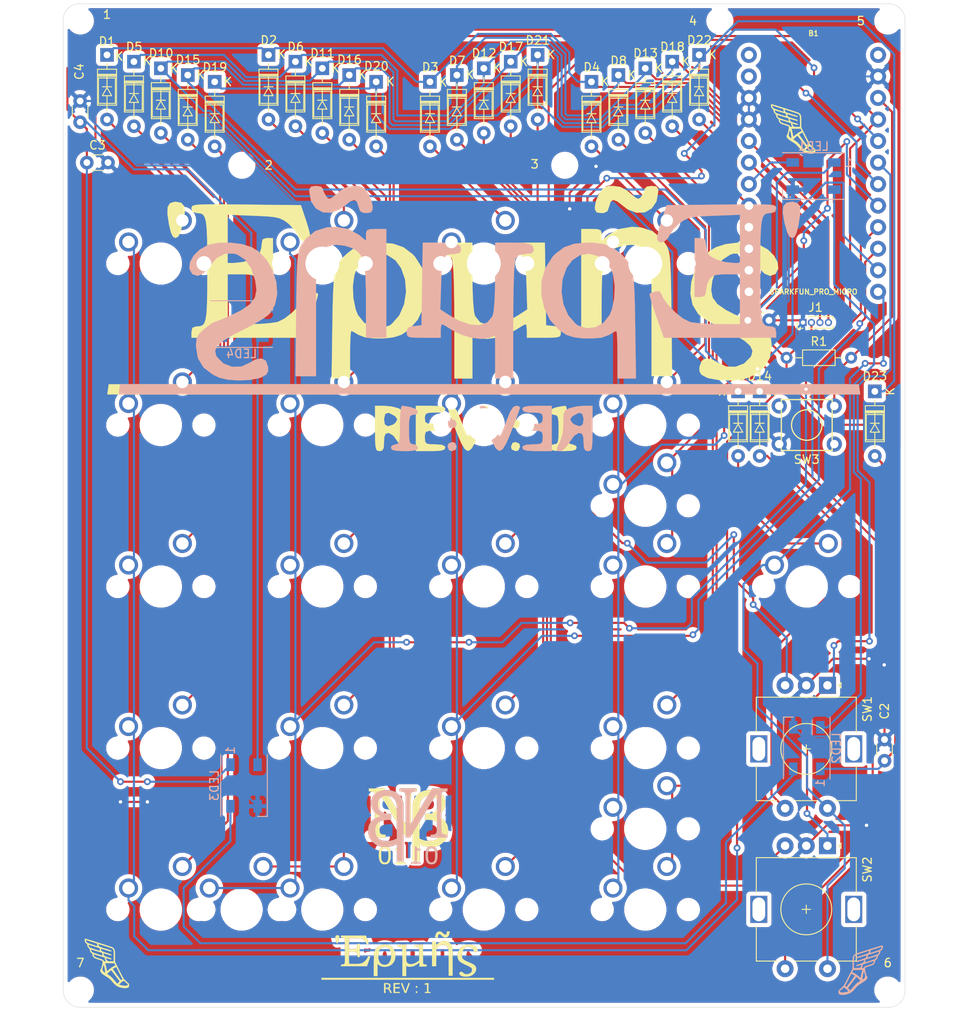
<source format=kicad_pcb>
(kicad_pcb (version 20171130) (host pcbnew "(5.1.8)-1")
  (layers (0 F.Cu signal) (31 B.Cu signal) (34 B.Paste user) (35 F.Paste user) (36 B.SilkS user) (37 F.SilkS user) (38 B.Mask user) (39 F.Mask user) (44 Edge.Cuts user))
  (net 0 "")
  (net 1 "Net-(B1-Pad24)")
  (net 2 RESET)
  (net 3 F4)
  (net 4 F5)
  (net 5 F6)
  (net 6 B1)
  (net 7 B3)
  (net 8 B2)
  (net 9 B6)
  (net 10 B5)
  (net 11 B4)
  (net 12 E6)
  (net 13 D7)
  (net 14 C6)
  (net 15 D4)
  (net 16 SCL)
  (net 17 SDA)
  (net 18 "Net-(B1-Pad1)")
  (net 19 GND)
  (net 20 +5V)
  (net 21 "Net-(D1-Pad2)")
  (net 22 "Net-(D2-Pad2)")
  (net 23 "Net-(D3-Pad2)")
  (net 24 "Net-(D4-Pad2)")
  (net 25 "Net-(D5-Pad2)")
  (net 26 "Net-(D6-Pad2)")
  (net 27 "Net-(D7-Pad2)")
  (net 28 "Net-(D8-Pad2)")
  (net 29 "Net-(D9-Pad2)")
  (net 30 "Net-(D10-Pad2)")
  (net 31 "Net-(D11-Pad2)")
  (net 32 "Net-(D12-Pad2)")
  (net 33 "Net-(D13-Pad2)")
  (net 34 "Net-(D14-Pad2)")
  (net 35 "Net-(D15-Pad2)")
  (net 36 "Net-(D16-Pad2)")
  (net 37 "Net-(D17-Pad2)")
  (net 38 "Net-(D18-Pad2)")
  (net 39 "Net-(D19-Pad2)")
  (net 40 "Net-(D20-Pad2)")
  (net 41 "Net-(D21-Pad2)")
  (net 42 "Net-(D22-Pad2)")
  (net 43 "Net-(D23-Pad2)")
  (net 44 "Net-(LED1-Pad2)")
  (net 45 "Net-(LED2-Pad2)")
  (net 46 "Net-(LED3-Pad2)")
  (net 47 "Net-(LED4-Pad2)")
  (net 48 COL0)
  (net 49 D2)
  (module NEWblack:Hermes_big_logo_Fserif (layer F.Cu) (at 100.80625 76.99375)
    (fp_text reference G*** hide)
    (fp_text value LOGO hide)
  )
  (module NEWblack:Hermes_big_logo_Fsoldermask (layer F.Cu) (at 100.80625 76.99375)
    (fp_text reference G*** hide)
    (fp_text value LOGO hide)
  )
  (module NEWblack:Hermes_big_logo_Fsoldermask (layer B.Cu) (at 100.80625 76.99375 180)
    (fp_text reference G*** hide)
    (fp_text value LOGO hide)
  )
  (module NEWblack:Hermes_big_logo_Fserif (layer B.Cu) (at 100.80625 76.99375 180)
    (fp_text reference G*** hide)
    (fp_text value LOGO hide)
  )
  (module NEWblack:Hermes_logo_Fserif_s (layer F.Cu) (at 91.821 153.035)
    (fp_text reference G*** hide)
    (fp_text value LOGO hide)
  )
  (module NEWblack:Hermes_logo-s (layer F.Cu) (at 91.821 153.035)
    (fp_text reference G*** hide)
    (fp_text value LOGO hide)
  )
  (module Rotary_Encoder:RotaryEncoder_Alps_EC11E-Switch_Vertical_H20mm (layer F.Cu) (at 141.351 139.319 270)
    (fp_text reference SW2 (at 2.8 -4.7 90) (layer F.SilkS))
    (fp_text value Rotary_Encoder_Switch)
    (pad A thru_hole rect (at 0 0 270) (size 2 2) (drill 1) (layers *.Cu *.Mask) (net 4 F5))
    (pad C thru_hole circle (at 0 2.5 270) (size 2 2) (drill 1) (layers *.Cu *.Mask) (net 19 GND))
    (pad B thru_hole circle (at 0 5 270) (size 2 2) (drill 1) (layers *.Cu *.Mask) (net 5 F6))
    (pad MP thru_hole rect (at 7.5 -3.1 270) (size 3.2 2) (drill oval 2.8 1.5) (layers *.Cu *.Mask))
    (pad MP thru_hole rect (at 7.5 8.1 270) (size 3.2 2) (drill oval 2.8 1.5) (layers *.Cu *.Mask))
    (pad S2 thru_hole circle (at 14.5 0 270) (size 2 2) (drill 1) (layers *.Cu *.Mask) (net 9 B6))
    (pad S1 thru_hole circle (at 14.5 5 270) (size 2 2) (drill 1) (layers *.Cu *.Mask) (net 43 "Net-(D23-Pad2)"))
  )
  (module Boards:SPARKFUN_PRO_MICRO (layer F.Cu) (at 139.7 58.7375)
    (fp_text reference B1 (at 0 -15.24) (layer F.SilkS) (effects (font (size 0.6096 0.6096) (thickness 0.127))))
    (fp_text value SPARKFUN_PRO_MICRO (at 0 15.24) (layer F.SilkS) (effects (font (size 0.6096 0.6096) (thickness 0.127))))
    (pad 24 thru_hole circle (at 7.62 -12.7) (size 1.8796 1.8796) (drill 1.016) (layers *.Cu *.Mask) (net 1 "Net-(B1-Pad24)"))
    (pad 23 thru_hole circle (at 7.62 -10.16) (size 1.8796 1.8796) (drill 1.016) (layers *.Cu *.Mask) (net 19 GND))
    (pad 22 thru_hole circle (at 7.62 -7.62) (size 1.8796 1.8796) (drill 1.016) (layers *.Cu *.Mask) (net 2 RESET))
    (pad 21 thru_hole circle (at 7.62 -5.08) (size 1.8796 1.8796) (drill 1.016) (layers *.Cu *.Mask) (net 20 +5V))
    (pad 20 thru_hole circle (at 7.62 -2.54) (size 1.8796 1.8796) (drill 1.016) (layers *.Cu *.Mask) (net 3 F4))
    (pad 19 thru_hole circle (at 7.62 0) (size 1.8796 1.8796) (drill 1.016) (layers *.Cu *.Mask) (net 4 F5))
    (pad 18 thru_hole circle (at 7.62 2.54) (size 1.8796 1.8796) (drill 1.016) (layers *.Cu *.Mask) (net 5 F6))
    (pad 17 thru_hole circle (at 7.62 5.08) (size 1.8796 1.8796) (drill 1.016) (layers *.Cu *.Mask) (net 48 COL0))
    (pad 16 thru_hole circle (at 7.62 7.62) (size 1.8796 1.8796) (drill 1.016) (layers *.Cu *.Mask) (net 6 B1))
    (pad 15 thru_hole circle (at 7.62 10.16) (size 1.8796 1.8796) (drill 1.016) (layers *.Cu *.Mask) (net 7 B3))
    (pad 14 thru_hole circle (at 7.62 12.7) (size 1.8796 1.8796) (drill 1.016) (layers *.Cu *.Mask) (net 8 B2))
    (pad 13 thru_hole circle (at 7.62 15.24) (size 1.8796 1.8796) (drill 1.016) (layers *.Cu *.Mask) (net 9 B6))
    (pad 12 thru_hole circle (at -7.62 15.24) (size 1.8796 1.8796) (drill 1.016) (layers *.Cu *.Mask) (net 10 B5))
    (pad 11 thru_hole circle (at -7.62 12.7) (size 1.8796 1.8796) (drill 1.016) (layers *.Cu *.Mask) (net 11 B4))
    (pad 10 thru_hole circle (at -7.62 10.16) (size 1.8796 1.8796) (drill 1.016) (layers *.Cu *.Mask) (net 12 E6))
    (pad 9 thru_hole circle (at -7.62 7.62) (size 1.8796 1.8796) (drill 1.016) (layers *.Cu *.Mask) (net 13 D7))
    (pad 8 thru_hole circle (at -7.62 5.08) (size 1.8796 1.8796) (drill 1.016) (layers *.Cu *.Mask) (net 14 C6))
    (pad 7 thru_hole circle (at -7.62 2.54) (size 1.8796 1.8796) (drill 1.016) (layers *.Cu *.Mask) (net 15 D4))
    (pad 6 thru_hole circle (at -7.62 0) (size 1.8796 1.8796) (drill 1.016) (layers *.Cu *.Mask) (net 16 SCL))
    (pad 5 thru_hole circle (at -7.62 -2.54) (size 1.8796 1.8796) (drill 1.016) (layers *.Cu *.Mask) (net 17 SDA))
    (pad 4 thru_hole circle (at -7.62 -5.08) (size 1.8796 1.8796) (drill 1.016) (layers *.Cu *.Mask) (net 19 GND))
    (pad 3 thru_hole circle (at -7.62 -7.62) (size 1.8796 1.8796) (drill 1.016) (layers *.Cu *.Mask) (net 19 GND))
    (pad 2 thru_hole circle (at -7.62 -10.16) (size 1.8796 1.8796) (drill 1.016) (layers *.Cu *.Mask) (net 49 D2))
    (pad 1 thru_hole circle (at -7.62 -12.7) (size 1.8796 1.8796) (drill 1.016) (layers *.Cu *.Mask) (net 18 "Net-(B1-Pad1)"))
  )
  (module NEWblack:Hermes_sandals_Fserif (layer B.Cu) (at 145.25625 153.9875 180)
    (fp_text reference G*** hide)
    (fp_text value LOGO hide)
  )
  (module NEWblack:Hermes_sandals (layer F.Cu) (at 137.31875 54.76875)
    (fp_text reference G*** hide)
    (fp_text value LOGO hide)
  )
  (module NEWblack:Hermes_sandals (layer F.Cu) (at 56.35625 153.19375)
    (fp_text reference G*** hide)
    (fp_text value LOGO hide)
  )
  (module NEWblack:Hermes_sandals_Fserif (layer F.Cu) (at 137.31875 54.76875)
    (fp_text reference G*** hide)
    (fp_text value LOGO hide)
  )
  (module NEWblack:Hermes_sandals_Fserif (layer F.Cu) (at 56.35625 153.19375)
    (fp_text reference G*** hide)
    (fp_text value LOGO hide)
  )
  (module NEWblack:Hermes_sandals_Fcu (layer F.Cu) (at 137.31875 54.76875)
    (fp_text reference G*** hide)
    (fp_text value LOGO hide)
    (fp_poly (pts (xy -2.561437 -2.913821) (xy -2.488496 -2.897031) (xy -2.382 -2.868753) (xy -2.248779 -2.830858) (xy -2.095661 -2.785216) (xy -1.967674 -2.745711) (xy -1.564754 -2.619273) (xy -1.189115 -2.50088) (xy -0.842807 -2.391196) (xy -0.527881 -2.290884) (xy -0.246387 -2.200607) (xy -0.000376 -2.121026) (xy 0.208104 -2.052805) (xy 0.377 -1.996606) (xy 0.504264 -1.953092) (xy 0.587844 -1.922926) (xy 0.622466 -1.908553) (xy 0.696483 -1.859884) (xy 0.771008 -1.794439) (xy 0.788833 -1.775346) (xy 0.832531 -1.72052) (xy 0.86722 -1.662395) (xy 0.893906 -1.594663) (xy 0.913594 -1.51101) (xy 0.92729 -1.405126) (xy 0.935999 -1.270699) (xy 0.940728 -1.101419) (xy 0.942481 -0.890974) (xy 0.942579 -0.810495) (xy 0.942579 -0.191321) (xy 1.425008 0.761303) (xy 1.529435 0.966498) (xy 1.629432 1.16107) (xy 1.722274 1.339852) (xy 1.805234 1.497678) (xy 1.875587 1.629382) (xy 1.930607 1.729796) (xy 1.967569 1.793755) (xy 1.97888 1.811074) (xy 2.022818 1.862414) (xy 2.09527 1.93782) (xy 2.187511 2.02858) (xy 2.290813 2.125984) (xy 2.333609 2.165158) (xy 2.441682 2.262624) (xy 2.518965 2.335395) (xy 2.569741 2.393863) (xy 2.598291 2.44842) (xy 2.608898 2.509457) (xy 2.605845 2.587366) (xy 2.593412 2.692538) (xy 2.583432 2.771419) (xy 2.560841 2.799943) (xy 2.50777 2.83767) (xy 2.474268 2.856478) (xy 2.357262 2.896633) (xy 2.205994 2.917485) (xy 2.032053 2.918681) (xy 1.847024 2.899867) (xy 1.736329 2.87901) (xy 1.535746 2.828795) (xy 1.365623 2.771831) (xy 1.216456 2.702086) (xy 1.07874 2.613527) (xy 0.942972 2.50012) (xy 0.93072 2.487785) (xy 1.42627 2.487785) (xy 1.513086 2.524025) (xy 1.614076 2.557892) (xy 1.743606 2.589779) (xy 1.884862 2.616694) (xy 2.02103 2.635641) (xy 2.135293 2.643629) (xy 2.179026 2.642573) (xy 2.308727 2.616917) (xy 2.395898 2.575029) (xy 2.448599 2.535328) (xy 2.478064 2.505729) (xy 2.4803 2.500292) (xy 2.462748 2.478423) (xy 2.414512 2.430575) (xy 2.34242 2.363233) (xy 2.253297 2.282886) (xy 2.227194 2.259798) (xy 1.973918 2.036687) (xy 1.875976 2.091146) (xy 1.81445 2.132954) (xy 1.73214 2.19906) (xy 1.642791 2.278144) (xy 1.602152 2.316695) (xy 1.42627 2.487785) (xy 0.93072 2.487785) (xy 0.799646 2.355834) (xy 0.654281 2.192194) (xy 0.534234 2.054086) (xy 0.432924 1.943637) (xy 0.340488 1.852597) (xy 0.247064 1.772715) (xy 0.142788 1.695741) (xy 0.017797 1.613423) (xy -0.137772 1.517511) (xy -0.189807 1.4861) (xy -0.403095 1.348271) (xy -0.546914 1.236944) (xy 0.024805 1.236944) (xy 0.044519 1.261061) (xy 0.09635 1.301312) (xy 0.169334 1.349232) (xy 0.173826 1.351972) (xy 0.298852 1.432071) (xy 0.409304 1.513502) (xy 0.514528 1.604768) (xy 0.623868 1.714372) (xy 0.746669 1.850818) (xy 0.83287 1.951682) (xy 0.966467 2.10808) (xy 1.071861 2.226763) (xy 1.15081 2.309552) (xy 1.205074 2.35827) (xy 1.236412 2.37474) (xy 1.240714 2.374097) (xy 1.262808 2.354568) (xy 1.308604 2.308258) (xy 1.368362 2.245029) (xy 1.370782 2.24242) (xy 1.487967 2.115992) (xy 0.991402 1.454335) (xy 0.853795 1.271603) (xy 0.742417 1.125368) (xy 0.654247 1.012053) (xy 0.586267 0.928083) (xy 0.535457 0.869883) (xy 0.498797 0.833878) (xy 0.473269 0.816493) (xy 0.455853 0.814152) (xy 0.452057 0.815685) (xy 0.41364 0.843928) (xy 0.353599 0.896363) (xy 0.280634 0.964414) (xy 0.203443 1.039505) (xy 0.130726 1.113057) (xy 0.071181 1.176495) (xy 0.033507 1.221241) (xy 0.024805 1.236944) (xy -0.546914 1.236944) (xy -0.569243 1.21966) (xy -0.689603 1.099011) (xy -0.765528 0.985069) (xy -0.786848 0.931536) (xy -0.800664 0.844132) (xy -0.789589 0.769261) (xy -0.756588 0.721583) (xy -0.743039 0.714834) (xy -0.733462 0.702112) (xy -0.545703 0.702112) (xy -0.522905 0.816032) (xy -0.460046 0.926487) (xy -0.365423 1.018952) (xy -0.364154 1.019874) (xy -0.301839 1.061637) (xy -0.254403 1.087406) (xy -0.24078 1.091406) (xy -0.229141 1.06785) (xy -0.2253 1.001054) (xy -0.229437 0.89917) (xy -0.23933 0.806139) (xy -0.256416 0.695275) (xy -0.278613 0.57566) (xy -0.303841 0.456381) (xy -0.330017 0.346522) (xy -0.355061 0.255166) (xy -0.376892 0.191399) (xy -0.393429 0.164305) (xy -0.397587 0.165174) (xy -0.415703 0.201133) (xy -0.440836 0.272494) (xy -0.469384 0.366199) (xy -0.497747 0.469189) (xy -0.52232 0.568407) (xy -0.539503 0.650795) (xy -0.545703 0.702112) (xy -0.733462 0.702112) (xy -0.721626 0.686391) (xy -0.693371 0.618954) (xy -0.660864 0.522234) (xy -0.626692 0.405941) (xy -0.593446 0.279788) (xy -0.563714 0.153485) (xy -0.540085 0.036742) (xy -0.530654 -0.024805) (xy -0.216109 -0.024805) (xy -0.145191 0.227813) (xy -0.111488 0.355) (xy -0.080252 0.485388) (xy -0.056201 0.598753) (xy -0.048255 0.643292) (xy -0.028989 0.766451) (xy -0.013877 0.845517) (xy 0.003352 0.884896) (xy 0.028969 0.888997) (xy 0.069243 0.862228) (xy 0.130445 0.808997) (xy 0.155848 0.786769) (xy 0.251857 0.705821) (xy 0.328212 0.644074) (xy 0.686111 0.644074) (xy 0.695435 0.668001) (xy 0.731476 0.726644) (xy 0.790919 0.815232) (xy 0.870446 0.928996) (xy 0.966742 1.063169) (xy 1.076488 1.21298) (xy 1.157401 1.321743) (xy 1.649512 1.979244) (xy 1.736329 1.927893) (xy 1.791977 1.89495) (xy 1.825415 1.875105) (xy 1.828922 1.873004) (xy 1.819951 1.851072) (xy 1.791447 1.792666) (xy 1.74712 1.705142) (xy 1.69068 1.595852) (xy 1.646531 1.511442) (xy 1.56306 1.351427) (xy 1.468268 1.16779) (xy 1.372854 0.981364) (xy 1.287517 0.812981) (xy 1.273912 0.785918) (xy 1.089463 0.418418) (xy 0.898198 0.521163) (xy 0.809513 0.569779) (xy 0.737377 0.611132) (xy 0.693243 0.638586) (xy 0.686111 0.644074) (xy 0.328212 0.644074) (xy 0.35593 0.621659) (xy 0.445698 0.552369) (xy 0.446485 0.551785) (xy 0.535609 0.490744) (xy 0.647645 0.421075) (xy 0.761016 0.356094) (xy 0.781348 0.345152) (xy 0.869793 0.297968) (xy 0.939988 0.260141) (xy 0.981604 0.237256) (xy 0.98839 0.233222) (xy 0.981952 0.210067) (xy 0.95645 0.156737) (xy 0.926379 0.100974) (xy 0.855762 -0.024755) (xy 0.319827 -0.02478) (xy -0.216109 -0.024805) (xy -0.530654 -0.024805) (xy -0.525148 -0.060729) (xy -0.521196 -0.117251) (xy -0.523468 -0.205656) (xy -0.533496 -0.258831) (xy -0.555458 -0.291022) (xy -0.576709 -0.306574) (xy -0.618391 -0.325492) (xy -0.698329 -0.355722) (xy -0.807352 -0.394015) (xy -0.936291 -0.437126) (xy -1.036718 -0.469455) (xy -1.193492 -0.520197) (xy -1.310991 -0.561347) (xy -1.397732 -0.596607) (xy -1.462235 -0.629681) (xy -1.513019 -0.664271) (xy -1.542805 -0.689409) (xy -1.642765 -0.802256) (xy -1.697438 -0.922893) (xy -1.711523 -1.038977) (xy -1.712152 -1.045964) (xy -1.573183 -1.045964) (xy -1.564547 -0.988496) (xy -1.561114 -0.972343) (xy -1.53934 -0.904742) (xy -1.503195 -0.846727) (xy -1.446891 -0.794714) (xy -1.364639 -0.745121) (xy -1.250651 -0.694367) (xy -1.099137 -0.638867) (xy -0.93481 -0.584739) (xy -0.775076 -0.532896) (xy -0.655739 -0.491731) (xy -0.569545 -0.458117) (xy -0.509241 -0.428932) (xy -0.467572 -0.401048) (xy -0.437284 -0.371343) (xy -0.436048 -0.369884) (xy -0.395332 -0.316226) (xy -0.373333 -0.276974) (xy -0.37207 -0.270949) (xy -0.349767 -0.257846) (xy -0.292779 -0.249558) (xy -0.248883 -0.248047) (xy -0.125696 -0.248047) (xy -0.180564 -0.341041) (xy -0.217077 -0.424903) (xy -0.243104 -0.524142) (xy -0.24794 -0.557842) (xy -0.260449 -0.681649) (xy -0.910825 -0.883141) (xy -1.081373 -0.935508) (xy -1.235946 -0.982071) (xy -1.368374 -1.021043) (xy -1.472486 -1.050638) (xy -1.542111 -1.06907) (xy -1.57108 -1.074552) (xy -1.571458 -1.074375) (xy -1.573183 -1.045964) (xy -1.712152 -1.045964) (xy -1.717689 -1.107453) (xy -1.744832 -1.152013) (xy -1.798559 -1.190761) (xy -1.891934 -1.274387) (xy -1.966901 -1.392463) (xy -2.015205 -1.53088) (xy -2.023379 -1.575055) (xy -2.032659 -1.618258) (xy -1.88764 -1.618258) (xy -1.883699 -1.569981) (xy -1.860003 -1.504459) (xy -1.821827 -1.432711) (xy -1.774445 -1.365752) (xy -1.723131 -1.314601) (xy -1.706022 -1.302943) (xy -1.665804 -1.285393) (xy -1.587158 -1.256088) (xy -1.478506 -1.217791) (xy -1.348269 -1.173266) (xy -1.204867 -1.125278) (xy -1.05672 -1.076591) (xy -0.91225 -1.029968) (xy -0.779877 -0.988176) (xy -0.668023 -0.953976) (xy -0.585107 -0.930135) (xy -0.53955 -0.919416) (xy -0.536813 -0.91913) (xy -0.526191 -0.938379) (xy -0.531088 -0.979803) (xy -0.544584 -1.044891) (xy -0.558407 -1.127995) (xy -0.561162 -1.147234) (xy -0.575667 -1.252637) (xy -1.211808 -1.446037) (xy -1.381137 -1.497272) (xy -1.534881 -1.543323) (xy -1.666668 -1.58232) (xy -1.770125 -1.612391) (xy -1.83888 -1.631666) (xy -1.866552 -1.638274) (xy -1.88764 -1.618258) (xy -2.032659 -1.618258) (xy -2.039962 -1.652254) (xy -2.070209 -1.713386) (xy -2.124889 -1.77711) (xy -2.159383 -1.8107) (xy -2.260346 -1.931344) (xy -2.31645 -2.063612) (xy -2.325987 -2.142093) (xy -2.178349 -2.142093) (xy -2.167636 -2.065898) (xy -2.124585 -1.980264) (xy -2.058775 -1.902282) (xy -2.03091 -1.87904) (xy -1.993717 -1.86115) (xy -1.917466 -1.831491) (xy -1.81053 -1.792822) (xy -1.681285 -1.747906) (xy -1.538103 -1.699503) (xy -1.389361 -1.650376) (xy -1.243432 -1.603284) (xy -1.10869 -1.560989) (xy -0.993511 -1.526252) (xy -0.906268 -1.501836) (xy -0.855336 -1.4905) (xy -0.851292 -1.490095) (xy -0.834395 -1.503271) (xy -0.840393 -1.551416) (xy -0.845091 -1.568733) (xy -0.861903 -1.651318) (xy -0.868164 -1.724799) (xy -0.868164 -1.800413) (xy -1.519287 -2.001436) (xy -2.17041 -2.20246) (xy -2.178349 -2.142093) (xy -2.325987 -2.142093) (xy -2.332443 -2.195215) (xy -2.34367 -2.251034) (xy -2.382559 -2.299757) (xy -2.433426 -2.338764) (xy -2.518524 -2.41747) (xy -2.580529 -2.511872) (xy -2.580768 -2.512396) (xy -2.607839 -2.594124) (xy -2.624286 -2.688207) (xy -2.624394 -2.690077) (xy -2.480468 -2.690077) (xy -2.456965 -2.585416) (xy -2.391479 -2.489695) (xy -2.315507 -2.428554) (xy -2.271227 -2.407998) (xy -2.188616 -2.375748) (xy -2.076296 -2.334695) (xy -1.942887 -2.28773) (xy -1.797011 -2.237742) (xy -1.647288 -2.187623) (xy -1.502338 -2.140263) (xy -1.370783 -2.098551) (xy -1.261243 -2.065379) (xy -1.182339 -2.043637) (xy -1.145545 -2.036284) (xy -1.124561 -2.049348) (xy -1.131474 -2.089795) (xy -1.147308 -2.151509) (xy -1.162146 -2.230979) (xy -1.164151 -2.244413) (xy -1.166673 -2.262128) (xy -1.015692 -2.262128) (xy -1.014192 -2.212412) (xy -0.996068 -2.147877) (xy -0.968474 -2.091143) (xy -0.917232 -2.024686) (xy -0.859075 -1.971913) (xy -0.856069 -1.969894) (xy -0.815893 -1.951593) (xy -0.735125 -1.921299) (xy -0.620666 -1.881361) (xy -0.479412 -1.834132) (xy -0.318264 -1.781961) (xy -0.14412 -1.7272) (xy -0.14175 -1.726465) (xy 0.053354 -1.665636) (xy 0.206002 -1.616929) (xy 0.321302 -1.578374) (xy 0.404362 -1.547997) (xy 0.460291 -1.523827) (xy 0.494197 -1.503894) (xy 0.511189 -1.486225) (xy 0.516009 -1.4726) (xy 0.507486 -1.424939) (xy 0.487623 -1.406406) (xy 0.454823 -1.409668) (xy 0.381641 -1.426132) (xy 0.274964 -1.453947) (xy 0.141679 -1.491262) (xy -0.011327 -1.536223) (xy -0.133806 -1.573516) (xy -0.315052 -1.629375) (xy -0.454422 -1.671676) (xy -0.557414 -1.701582) (xy -0.629527 -1.720256) (xy -0.676259 -1.728862) (xy -0.703109 -1.728561) (xy -0.715576 -1.720518) (xy -0.719158 -1.705894) (xy -0.719336 -1.69737) (xy -0.695196 -1.580467) (xy -0.625118 -1.474982) (xy -0.605262 -1.45532) (xy -0.577717 -1.43365) (xy -0.538878 -1.411152) (xy -0.483719 -1.386011) (xy -0.407212 -1.356413) (xy -0.30433 -1.320543) (xy -0.170047 -1.276588) (xy 0.000666 -1.222733) (xy 0.212836 -1.157163) (xy 0.266651 -1.140656) (xy 0.382577 -1.103628) (xy 0.458124 -1.074983) (xy 0.500997 -1.050891) (xy 0.5189 -1.027522) (xy 0.520899 -1.014288) (xy 0.50306 -0.966978) (xy 0.481382 -0.950662) (xy 0.445771 -0.952836) (xy 0.371436 -0.968251) (xy 0.266821 -0.994788) (xy 0.140372 -1.030323) (xy 0.021488 -1.066188) (xy -0.114773 -1.10754) (xy -0.234242 -1.141878) (xy -0.329081 -1.167105) (xy -0.391449 -1.181123) (xy -0.413262 -1.182506) (xy -0.418381 -1.151096) (xy -0.412973 -1.091378) (xy -0.410143 -1.074897) (xy -0.382263 -0.990744) (xy -0.329238 -0.919438) (xy -0.245231 -0.856794) (xy -0.124405 -0.798625) (xy 0.039077 -0.740745) (xy 0.068669 -0.731512) (xy 0.1897 -0.694243) (xy 0.300772 -0.659973) (xy 0.389157 -0.632632) (xy 0.440284 -0.616731) (xy 0.503272 -0.583767) (xy 0.520899 -0.543001) (xy 0.512008 -0.50424) (xy 0.481382 -0.484487) (xy 0.423094 -0.483732) (xy 0.331216 -0.501962) (xy 0.19982 -0.539166) (xy 0.189456 -0.542337) (xy 0.060745 -0.581289) (xy -0.027523 -0.605622) (xy -0.082154 -0.615834) (xy -0.109956 -0.612422) (xy -0.117736 -0.595881) (xy -0.1123 -0.566709) (xy -0.111629 -0.564307) (xy -0.073677 -0.453088) (xy -0.028822 -0.376231) (xy 0.032328 -0.318552) (xy 0.046638 -0.308458) (xy 0.086185 -0.283771) (xy 0.126025 -0.266901) (xy 0.176371 -0.25637) (xy 0.247436 -0.250703) (xy 0.349434 -0.248424) (xy 0.464645 -0.248047) (xy 0.79375 -0.248047) (xy 0.792662 -0.849561) (xy 0.79116 -1.07468) (xy 0.78658 -1.256014) (xy 0.777463 -1.399363) (xy 0.762345 -1.510524) (xy 0.739766 -1.595297) (xy 0.708265 -1.65948) (xy 0.66638 -1.708872) (xy 0.61265 -1.74927) (xy 0.558164 -1.780046) (xy 0.520772 -1.794916) (xy 0.444178 -1.821975) (xy 0.335354 -1.858975) (xy 0.201274 -1.903667) (xy 0.048911 -1.953802) (xy -0.114763 -2.007131) (xy -0.282776 -2.061405) (xy -0.448153 -2.114375) (xy -0.603924 -2.163793) (xy -0.743113 -2.207409) (xy -0.85875 -2.242974) (xy -0.943861 -2.26824) (xy -0.991474 -2.280957) (xy -0.99823 -2.282032) (xy -1.015692 -2.262128) (xy -1.166673 -2.262128) (xy -1.178222 -2.343221) (xy -1.823144 -2.548115) (xy -1.992604 -2.60189) (xy -2.145856 -2.650398) (xy -2.276764 -2.691709) (xy -2.379193 -2.72389) (xy -2.447006 -2.745009) (xy -2.474069 -2.753133) (xy -2.474267 -2.753165) (xy -2.478901 -2.731958) (xy -2.480468 -2.690077) (xy -2.624394 -2.690077) (xy -2.629664 -2.781012) (xy -2.62353 -2.858906) (xy -2.605435 -2.908253) (xy -2.593992 -2.917253) (xy -2.561437 -2.913821)) (layer F.Cu) (width 0.01))
  )
  (module NEWblack:Hermes_sandals_Fcu (layer F.Cu) (at 56.35625 153.19375)
    (fp_text reference G*** hide)
    (fp_text value LOGO hide)
    (fp_poly (pts (xy -2.561437 -2.913821) (xy -2.488496 -2.897031) (xy -2.382 -2.868753) (xy -2.248779 -2.830858) (xy -2.095661 -2.785216) (xy -1.967674 -2.745711) (xy -1.564754 -2.619273) (xy -1.189115 -2.50088) (xy -0.842807 -2.391196) (xy -0.527881 -2.290884) (xy -0.246387 -2.200607) (xy -0.000376 -2.121026) (xy 0.208104 -2.052805) (xy 0.377 -1.996606) (xy 0.504264 -1.953092) (xy 0.587844 -1.922926) (xy 0.622466 -1.908553) (xy 0.696483 -1.859884) (xy 0.771008 -1.794439) (xy 0.788833 -1.775346) (xy 0.832531 -1.72052) (xy 0.86722 -1.662395) (xy 0.893906 -1.594663) (xy 0.913594 -1.51101) (xy 0.92729 -1.405126) (xy 0.935999 -1.270699) (xy 0.940728 -1.101419) (xy 0.942481 -0.890974) (xy 0.942579 -0.810495) (xy 0.942579 -0.191321) (xy 1.425008 0.761303) (xy 1.529435 0.966498) (xy 1.629432 1.16107) (xy 1.722274 1.339852) (xy 1.805234 1.497678) (xy 1.875587 1.629382) (xy 1.930607 1.729796) (xy 1.967569 1.793755) (xy 1.97888 1.811074) (xy 2.022818 1.862414) (xy 2.09527 1.93782) (xy 2.187511 2.02858) (xy 2.290813 2.125984) (xy 2.333609 2.165158) (xy 2.441682 2.262624) (xy 2.518965 2.335395) (xy 2.569741 2.393863) (xy 2.598291 2.44842) (xy 2.608898 2.509457) (xy 2.605845 2.587366) (xy 2.593412 2.692538) (xy 2.583432 2.771419) (xy 2.560841 2.799943) (xy 2.50777 2.83767) (xy 2.474268 2.856478) (xy 2.357262 2.896633) (xy 2.205994 2.917485) (xy 2.032053 2.918681) (xy 1.847024 2.899867) (xy 1.736329 2.87901) (xy 1.535746 2.828795) (xy 1.365623 2.771831) (xy 1.216456 2.702086) (xy 1.07874 2.613527) (xy 0.942972 2.50012) (xy 0.93072 2.487785) (xy 1.42627 2.487785) (xy 1.513086 2.524025) (xy 1.614076 2.557892) (xy 1.743606 2.589779) (xy 1.884862 2.616694) (xy 2.02103 2.635641) (xy 2.135293 2.643629) (xy 2.179026 2.642573) (xy 2.308727 2.616917) (xy 2.395898 2.575029) (xy 2.448599 2.535328) (xy 2.478064 2.505729) (xy 2.4803 2.500292) (xy 2.462748 2.478423) (xy 2.414512 2.430575) (xy 2.34242 2.363233) (xy 2.253297 2.282886) (xy 2.227194 2.259798) (xy 1.973918 2.036687) (xy 1.875976 2.091146) (xy 1.81445 2.132954) (xy 1.73214 2.19906) (xy 1.642791 2.278144) (xy 1.602152 2.316695) (xy 1.42627 2.487785) (xy 0.93072 2.487785) (xy 0.799646 2.355834) (xy 0.654281 2.192194) (xy 0.534234 2.054086) (xy 0.432924 1.943637) (xy 0.340488 1.852597) (xy 0.247064 1.772715) (xy 0.142788 1.695741) (xy 0.017797 1.613423) (xy -0.137772 1.517511) (xy -0.189807 1.4861) (xy -0.403095 1.348271) (xy -0.546914 1.236944) (xy 0.024805 1.236944) (xy 0.044519 1.261061) (xy 0.09635 1.301312) (xy 0.169334 1.349232) (xy 0.173826 1.351972) (xy 0.298852 1.432071) (xy 0.409304 1.513502) (xy 0.514528 1.604768) (xy 0.623868 1.714372) (xy 0.746669 1.850818) (xy 0.83287 1.951682) (xy 0.966467 2.10808) (xy 1.071861 2.226763) (xy 1.15081 2.309552) (xy 1.205074 2.35827) (xy 1.236412 2.37474) (xy 1.240714 2.374097) (xy 1.262808 2.354568) (xy 1.308604 2.308258) (xy 1.368362 2.245029) (xy 1.370782 2.24242) (xy 1.487967 2.115992) (xy 0.991402 1.454335) (xy 0.853795 1.271603) (xy 0.742417 1.125368) (xy 0.654247 1.012053) (xy 0.586267 0.928083) (xy 0.535457 0.869883) (xy 0.498797 0.833878) (xy 0.473269 0.816493) (xy 0.455853 0.814152) (xy 0.452057 0.815685) (xy 0.41364 0.843928) (xy 0.353599 0.896363) (xy 0.280634 0.964414) (xy 0.203443 1.039505) (xy 0.130726 1.113057) (xy 0.071181 1.176495) (xy 0.033507 1.221241) (xy 0.024805 1.236944) (xy -0.546914 1.236944) (xy -0.569243 1.21966) (xy -0.689603 1.099011) (xy -0.765528 0.985069) (xy -0.786848 0.931536) (xy -0.800664 0.844132) (xy -0.789589 0.769261) (xy -0.756588 0.721583) (xy -0.743039 0.714834) (xy -0.733462 0.702112) (xy -0.545703 0.702112) (xy -0.522905 0.816032) (xy -0.460046 0.926487) (xy -0.365423 1.018952) (xy -0.364154 1.019874) (xy -0.301839 1.061637) (xy -0.254403 1.087406) (xy -0.24078 1.091406) (xy -0.229141 1.06785) (xy -0.2253 1.001054) (xy -0.229437 0.89917) (xy -0.23933 0.806139) (xy -0.256416 0.695275) (xy -0.278613 0.57566) (xy -0.303841 0.456381) (xy -0.330017 0.346522) (xy -0.355061 0.255166) (xy -0.376892 0.191399) (xy -0.393429 0.164305) (xy -0.397587 0.165174) (xy -0.415703 0.201133) (xy -0.440836 0.272494) (xy -0.469384 0.366199) (xy -0.497747 0.469189) (xy -0.52232 0.568407) (xy -0.539503 0.650795) (xy -0.545703 0.702112) (xy -0.733462 0.702112) (xy -0.721626 0.686391) (xy -0.693371 0.618954) (xy -0.660864 0.522234) (xy -0.626692 0.405941) (xy -0.593446 0.279788) (xy -0.563714 0.153485) (xy -0.540085 0.036742) (xy -0.530654 -0.024805) (xy -0.216109 -0.024805) (xy -0.145191 0.227813) (xy -0.111488 0.355) (xy -0.080252 0.485388) (xy -0.056201 0.598753) (xy -0.048255 0.643292) (xy -0.028989 0.766451) (xy -0.013877 0.845517) (xy 0.003352 0.884896) (xy 0.028969 0.888997) (xy 0.069243 0.862228) (xy 0.130445 0.808997) (xy 0.155848 0.786769) (xy 0.251857 0.705821) (xy 0.328212 0.644074) (xy 0.686111 0.644074) (xy 0.695435 0.668001) (xy 0.731476 0.726644) (xy 0.790919 0.815232) (xy 0.870446 0.928996) (xy 0.966742 1.063169) (xy 1.076488 1.21298) (xy 1.157401 1.321743) (xy 1.649512 1.979244) (xy 1.736329 1.927893) (xy 1.791977 1.89495) (xy 1.825415 1.875105) (xy 1.828922 1.873004) (xy 1.819951 1.851072) (xy 1.791447 1.792666) (xy 1.74712 1.705142) (xy 1.69068 1.595852) (xy 1.646531 1.511442) (xy 1.56306 1.351427) (xy 1.468268 1.16779) (xy 1.372854 0.981364) (xy 1.287517 0.812981) (xy 1.273912 0.785918) (xy 1.089463 0.418418) (xy 0.898198 0.521163) (xy 0.809513 0.569779) (xy 0.737377 0.611132) (xy 0.693243 0.638586) (xy 0.686111 0.644074) (xy 0.328212 0.644074) (xy 0.35593 0.621659) (xy 0.445698 0.552369) (xy 0.446485 0.551785) (xy 0.535609 0.490744) (xy 0.647645 0.421075) (xy 0.761016 0.356094) (xy 0.781348 0.345152) (xy 0.869793 0.297968) (xy 0.939988 0.260141) (xy 0.981604 0.237256) (xy 0.98839 0.233222) (xy 0.981952 0.210067) (xy 0.95645 0.156737) (xy 0.926379 0.100974) (xy 0.855762 -0.024755) (xy 0.319827 -0.02478) (xy -0.216109 -0.024805) (xy -0.530654 -0.024805) (xy -0.525148 -0.060729) (xy -0.521196 -0.117251) (xy -0.523468 -0.205656) (xy -0.533496 -0.258831) (xy -0.555458 -0.291022) (xy -0.576709 -0.306574) (xy -0.618391 -0.325492) (xy -0.698329 -0.355722) (xy -0.807352 -0.394015) (xy -0.936291 -0.437126) (xy -1.036718 -0.469455) (xy -1.193492 -0.520197) (xy -1.310991 -0.561347) (xy -1.397732 -0.596607) (xy -1.462235 -0.629681) (xy -1.513019 -0.664271) (xy -1.542805 -0.689409) (xy -1.642765 -0.802256) (xy -1.697438 -0.922893) (xy -1.711523 -1.038977) (xy -1.712152 -1.045964) (xy -1.573183 -1.045964) (xy -1.564547 -0.988496) (xy -1.561114 -0.972343) (xy -1.53934 -0.904742) (xy -1.503195 -0.846727) (xy -1.446891 -0.794714) (xy -1.364639 -0.745121) (xy -1.250651 -0.694367) (xy -1.099137 -0.638867) (xy -0.93481 -0.584739) (xy -0.775076 -0.532896) (xy -0.655739 -0.491731) (xy -0.569545 -0.458117) (xy -0.509241 -0.428932) (xy -0.467572 -0.401048) (xy -0.437284 -0.371343) (xy -0.436048 -0.369884) (xy -0.395332 -0.316226) (xy -0.373333 -0.276974) (xy -0.37207 -0.270949) (xy -0.349767 -0.257846) (xy -0.292779 -0.249558) (xy -0.248883 -0.248047) (xy -0.125696 -0.248047) (xy -0.180564 -0.341041) (xy -0.217077 -0.424903) (xy -0.243104 -0.524142) (xy -0.24794 -0.557842) (xy -0.260449 -0.681649) (xy -0.910825 -0.883141) (xy -1.081373 -0.935508) (xy -1.235946 -0.982071) (xy -1.368374 -1.021043) (xy -1.472486 -1.050638) (xy -1.542111 -1.06907) (xy -1.57108 -1.074552) (xy -1.571458 -1.074375) (xy -1.573183 -1.045964) (xy -1.712152 -1.045964) (xy -1.717689 -1.107453) (xy -1.744832 -1.152013) (xy -1.798559 -1.190761) (xy -1.891934 -1.274387) (xy -1.966901 -1.392463) (xy -2.015205 -1.53088) (xy -2.023379 -1.575055) (xy -2.032659 -1.618258) (xy -1.88764 -1.618258) (xy -1.883699 -1.569981) (xy -1.860003 -1.504459) (xy -1.821827 -1.432711) (xy -1.774445 -1.365752) (xy -1.723131 -1.314601) (xy -1.706022 -1.302943) (xy -1.665804 -1.285393) (xy -1.587158 -1.256088) (xy -1.478506 -1.217791) (xy -1.348269 -1.173266) (xy -1.204867 -1.125278) (xy -1.05672 -1.076591) (xy -0.91225 -1.029968) (xy -0.779877 -0.988176) (xy -0.668023 -0.953976) (xy -0.585107 -0.930135) (xy -0.53955 -0.919416) (xy -0.536813 -0.91913) (xy -0.526191 -0.938379) (xy -0.531088 -0.979803) (xy -0.544584 -1.044891) (xy -0.558407 -1.127995) (xy -0.561162 -1.147234) (xy -0.575667 -1.252637) (xy -1.211808 -1.446037) (xy -1.381137 -1.497272) (xy -1.534881 -1.543323) (xy -1.666668 -1.58232) (xy -1.770125 -1.612391) (xy -1.83888 -1.631666) (xy -1.866552 -1.638274) (xy -1.88764 -1.618258) (xy -2.032659 -1.618258) (xy -2.039962 -1.652254) (xy -2.070209 -1.713386) (xy -2.124889 -1.77711) (xy -2.159383 -1.8107) (xy -2.260346 -1.931344) (xy -2.31645 -2.063612) (xy -2.325987 -2.142093) (xy -2.178349 -2.142093) (xy -2.167636 -2.065898) (xy -2.124585 -1.980264) (xy -2.058775 -1.902282) (xy -2.03091 -1.87904) (xy -1.993717 -1.86115) (xy -1.917466 -1.831491) (xy -1.81053 -1.792822) (xy -1.681285 -1.747906) (xy -1.538103 -1.699503) (xy -1.389361 -1.650376) (xy -1.243432 -1.603284) (xy -1.10869 -1.560989) (xy -0.993511 -1.526252) (xy -0.906268 -1.501836) (xy -0.855336 -1.4905) (xy -0.851292 -1.490095) (xy -0.834395 -1.503271) (xy -0.840393 -1.551416) (xy -0.845091 -1.568733) (xy -0.861903 -1.651318) (xy -0.868164 -1.724799) (xy -0.868164 -1.800413) (xy -1.519287 -2.001436) (xy -2.17041 -2.20246) (xy -2.178349 -2.142093) (xy -2.325987 -2.142093) (xy -2.332443 -2.195215) (xy -2.34367 -2.251034) (xy -2.382559 -2.299757) (xy -2.433426 -2.338764) (xy -2.518524 -2.41747) (xy -2.580529 -2.511872) (xy -2.580768 -2.512396) (xy -2.607839 -2.594124) (xy -2.624286 -2.688207) (xy -2.624394 -2.690077) (xy -2.480468 -2.690077) (xy -2.456965 -2.585416) (xy -2.391479 -2.489695) (xy -2.315507 -2.428554) (xy -2.271227 -2.407998) (xy -2.188616 -2.375748) (xy -2.076296 -2.334695) (xy -1.942887 -2.28773) (xy -1.797011 -2.237742) (xy -1.647288 -2.187623) (xy -1.502338 -2.140263) (xy -1.370783 -2.098551) (xy -1.261243 -2.065379) (xy -1.182339 -2.043637) (xy -1.145545 -2.036284) (xy -1.124561 -2.049348) (xy -1.131474 -2.089795) (xy -1.147308 -2.151509) (xy -1.162146 -2.230979) (xy -1.164151 -2.244413) (xy -1.166673 -2.262128) (xy -1.015692 -2.262128) (xy -1.014192 -2.212412) (xy -0.996068 -2.147877) (xy -0.968474 -2.091143) (xy -0.917232 -2.024686) (xy -0.859075 -1.971913) (xy -0.856069 -1.969894) (xy -0.815893 -1.951593) (xy -0.735125 -1.921299) (xy -0.620666 -1.881361) (xy -0.479412 -1.834132) (xy -0.318264 -1.781961) (xy -0.14412 -1.7272) (xy -0.14175 -1.726465) (xy 0.053354 -1.665636) (xy 0.206002 -1.616929) (xy 0.321302 -1.578374) (xy 0.404362 -1.547997) (xy 0.460291 -1.523827) (xy 0.494197 -1.503894) (xy 0.511189 -1.486225) (xy 0.516009 -1.4726) (xy 0.507486 -1.424939) (xy 0.487623 -1.406406) (xy 0.454823 -1.409668) (xy 0.381641 -1.426132) (xy 0.274964 -1.453947) (xy 0.141679 -1.491262) (xy -0.011327 -1.536223) (xy -0.133806 -1.573516) (xy -0.315052 -1.629375) (xy -0.454422 -1.671676) (xy -0.557414 -1.701582) (xy -0.629527 -1.720256) (xy -0.676259 -1.728862) (xy -0.703109 -1.728561) (xy -0.715576 -1.720518) (xy -0.719158 -1.705894) (xy -0.719336 -1.69737) (xy -0.695196 -1.580467) (xy -0.625118 -1.474982) (xy -0.605262 -1.45532) (xy -0.577717 -1.43365) (xy -0.538878 -1.411152) (xy -0.483719 -1.386011) (xy -0.407212 -1.356413) (xy -0.30433 -1.320543) (xy -0.170047 -1.276588) (xy 0.000666 -1.222733) (xy 0.212836 -1.157163) (xy 0.266651 -1.140656) (xy 0.382577 -1.103628) (xy 0.458124 -1.074983) (xy 0.500997 -1.050891) (xy 0.5189 -1.027522) (xy 0.520899 -1.014288) (xy 0.50306 -0.966978) (xy 0.481382 -0.950662) (xy 0.445771 -0.952836) (xy 0.371436 -0.968251) (xy 0.266821 -0.994788) (xy 0.140372 -1.030323) (xy 0.021488 -1.066188) (xy -0.114773 -1.10754) (xy -0.234242 -1.141878) (xy -0.329081 -1.167105) (xy -0.391449 -1.181123) (xy -0.413262 -1.182506) (xy -0.418381 -1.151096) (xy -0.412973 -1.091378) (xy -0.410143 -1.074897) (xy -0.382263 -0.990744) (xy -0.329238 -0.919438) (xy -0.245231 -0.856794) (xy -0.124405 -0.798625) (xy 0.039077 -0.740745) (xy 0.068669 -0.731512) (xy 0.1897 -0.694243) (xy 0.300772 -0.659973) (xy 0.389157 -0.632632) (xy 0.440284 -0.616731) (xy 0.503272 -0.583767) (xy 0.520899 -0.543001) (xy 0.512008 -0.50424) (xy 0.481382 -0.484487) (xy 0.423094 -0.483732) (xy 0.331216 -0.501962) (xy 0.19982 -0.539166) (xy 0.189456 -0.542337) (xy 0.060745 -0.581289) (xy -0.027523 -0.605622) (xy -0.082154 -0.615834) (xy -0.109956 -0.612422) (xy -0.117736 -0.595881) (xy -0.1123 -0.566709) (xy -0.111629 -0.564307) (xy -0.073677 -0.453088) (xy -0.028822 -0.376231) (xy 0.032328 -0.318552) (xy 0.046638 -0.308458) (xy 0.086185 -0.283771) (xy 0.126025 -0.266901) (xy 0.176371 -0.25637) (xy 0.247436 -0.250703) (xy 0.349434 -0.248424) (xy 0.464645 -0.248047) (xy 0.79375 -0.248047) (xy 0.792662 -0.849561) (xy 0.79116 -1.07468) (xy 0.78658 -1.256014) (xy 0.777463 -1.399363) (xy 0.762345 -1.510524) (xy 0.739766 -1.595297) (xy 0.708265 -1.65948) (xy 0.66638 -1.708872) (xy 0.61265 -1.74927) (xy 0.558164 -1.780046) (xy 0.520772 -1.794916) (xy 0.444178 -1.821975) (xy 0.335354 -1.858975) (xy 0.201274 -1.903667) (xy 0.048911 -1.953802) (xy -0.114763 -2.007131) (xy -0.282776 -2.061405) (xy -0.448153 -2.114375) (xy -0.603924 -2.163793) (xy -0.743113 -2.207409) (xy -0.85875 -2.242974) (xy -0.943861 -2.26824) (xy -0.991474 -2.280957) (xy -0.99823 -2.282032) (xy -1.015692 -2.262128) (xy -1.166673 -2.262128) (xy -1.178222 -2.343221) (xy -1.823144 -2.548115) (xy -1.992604 -2.60189) (xy -2.145856 -2.650398) (xy -2.276764 -2.691709) (xy -2.379193 -2.72389) (xy -2.447006 -2.745009) (xy -2.474069 -2.753133) (xy -2.474267 -2.753165) (xy -2.478901 -2.731958) (xy -2.480468 -2.690077) (xy -2.624394 -2.690077) (xy -2.629664 -2.781012) (xy -2.62353 -2.858906) (xy -2.605435 -2.908253) (xy -2.593992 -2.917253) (xy -2.561437 -2.913821)) (layer F.Cu) (width 0.01))
  )
  (module NEWblack:Hermes_logo_Fcu_s (layer F.Cu) (at 91.821 153.035)
    (fp_text reference G*** hide)
    (fp_text value LOGO hide)
    (fp_poly (pts (xy 4.882042 -3.620719) (xy 4.932072 -3.612371) (xy 4.956019 -3.58736) (xy 4.958984 -3.536609) (xy 4.946064 -3.451039) (xy 4.933822 -3.384695) (xy 4.88322 -3.202582) (xy 4.806575 -3.062531) (xy 4.703995 -2.964648) (xy 4.575583 -2.90904) (xy 4.452442 -2.895062) (xy 4.346642 -2.905017) (xy 4.249178 -2.938705) (xy 4.148739 -3.001855) (xy 4.034013 -3.100198) (xy 4.018391 -3.114978) (xy 3.915696 -3.20605) (xy 3.834676 -3.26029) (xy 3.76799 -3.281108) (xy 3.7083 -3.271911) (xy 3.694138 -3.265585) (xy 3.644494 -3.216904) (xy 3.604455 -3.132512) (xy 3.57939 -3.026125) (xy 3.573782 -2.957959) (xy 3.571875 -2.877344) (xy 3.242622 -2.877344) (xy 3.255344 -3.035825) (xy 3.287038 -3.216251) (xy 3.348791 -3.369026) (xy 3.437006 -3.489395) (xy 3.548085 -3.572604) (xy 3.678432 -3.613897) (xy 3.694053 -3.615702) (xy 3.798085 -3.617368) (xy 3.892028 -3.597481) (xy 3.986662 -3.551194) (xy 4.092766 -3.47366) (xy 4.181454 -3.39655) (xy 4.287808 -3.305221) (xy 4.369459 -3.249541) (xy 4.433491 -3.227071) (xy 4.486988 -3.235371) (xy 4.537033 -3.272005) (xy 4.538627 -3.273588) (xy 4.567338 -3.306907) (xy 4.587633 -3.346785) (xy 4.604 -3.406352) (xy 4.620929 -3.498735) (xy 4.625769 -3.528467) (xy 4.640725 -3.621484) (xy 4.800831 -3.621484) (xy 4.882042 -3.620719)) (layer F.Cu) (width 0.01))
    (fp_poly (pts (xy -8.164995 -3.147901) (xy -8.124137 -3.121433) (xy -8.083773 -3.084248) (xy -8.065759 -3.044371) (xy -8.064177 -2.983043) (xy -8.067416 -2.941599) (xy -8.078459 -2.867461) (xy -8.099979 -2.760267) (xy -8.128819 -2.634662) (xy -8.160159 -2.511475) (xy -8.194196 -2.386156) (xy -8.219561 -2.301077) (xy -8.240049 -2.248461) (xy -8.259456 -2.220531) (xy -8.281577 -2.20951) (xy -8.308453 -2.207617) (xy -8.33481 -2.209236) (xy -8.355202 -2.218971) (xy -8.372655 -2.244138) (xy -8.390197 -2.292056) (xy -8.410856 -2.370042) (xy -8.437659 -2.485413) (xy -8.454687 -2.561084) (xy -8.483054 -2.691545) (xy -8.506848 -2.808655) (xy -8.524078 -2.902019) (xy -8.532755 -2.961241) (xy -8.533401 -2.97227) (xy -8.516051 -3.026248) (xy -8.473732 -3.088081) (xy -8.460306 -3.102494) (xy -8.369804 -3.161019) (xy -8.266905 -3.176406) (xy -8.164995 -3.147901)) (layer F.Cu) (width 0.01))
    (fp_poly (pts (xy -4.752864 -2.660303) (xy -4.702432 -2.517196) (xy -4.658276 -2.390085) (xy -4.622905 -2.286348) (xy -4.598831 -2.213363) (xy -4.588564 -2.178505) (xy -4.588371 -2.176944) (xy -4.60897 -2.158295) (xy -4.658002 -2.131306) (xy -4.717261 -2.10455) (xy -4.768543 -2.086604) (xy -4.786561 -2.083594) (xy -4.805048 -2.104274) (xy -4.838523 -2.159329) (xy -4.880783 -2.238279) (xy -4.895547 -2.267685) (xy -5.010791 -2.451564) (xy -5.157015 -2.604634) (xy -5.326564 -2.71906) (xy -5.346423 -2.729006) (xy -5.415874 -2.757639) (xy -5.497038 -2.780404) (xy -5.595967 -2.797888) (xy -5.718713 -2.810679) (xy -5.871329 -2.819362) (xy -6.059866 -2.824524) (xy -6.290378 -2.826754) (xy -6.356201 -2.826923) (xy -6.920507 -2.827734) (xy -6.920507 -1.513086) (xy -6.593476 -1.513086) (xy -6.453094 -1.514121) (xy -6.35132 -1.518103) (xy -6.277181 -1.526344) (xy -6.219702 -1.540158) (xy -6.167909 -1.560858) (xy -6.159043 -1.565078) (xy -6.051624 -1.641779) (xy -5.974945 -1.754104) (xy -5.927693 -1.904341) (xy -5.915082 -1.990576) (xy -5.897736 -2.158008) (xy -5.655468 -2.158008) (xy -5.655468 -0.570508) (xy -5.896236 -0.570508) (xy -5.912024 -0.757284) (xy -5.930569 -0.898226) (xy -5.961911 -1.00313) (xy -6.011018 -1.084947) (xy -6.056188 -1.133162) (xy -6.108003 -1.174364) (xy -6.167027 -1.20376) (xy -6.242377 -1.223186) (xy -6.343169 -1.234482) (xy -6.478521 -1.239486) (xy -6.587259 -1.240234) (xy -6.920507 -1.240234) (xy -6.920142 -0.576709) (xy -6.919268 -0.355066) (xy -6.916802 -0.178974) (xy -6.912565 -0.044398) (xy -6.906382 0.0527) (xy -6.898076 0.116357) (xy -6.888422 0.148828) (xy -6.857068 0.21084) (xy -6.33145 0.217532) (xy -6.097493 0.218431) (xy -5.905112 0.213894) (xy -5.746468 0.2029) (xy -5.613725 0.184429) (xy -5.499046 0.15746) (xy -5.394593 0.120972) (xy -5.314996 0.085159) (xy -5.158709 -0.013093) (xy -5.005249 -0.149371) (xy -4.864491 -0.312598) (xy -4.746311 -0.491695) (xy -4.679076 -0.628225) (xy -4.641793 -0.717455) (xy -4.528514 -0.678857) (xy -4.462377 -0.650914) (xy -4.421447 -0.623213) (xy -4.415001 -0.611584) (xy -4.422959 -0.580895) (xy -4.445403 -0.510506) (xy -4.479977 -0.407381) (xy -4.524327 -0.278486) (xy -4.576097 -0.130784) (xy -4.607112 -0.043408) (xy -4.799455 0.496094) (xy -7.863086 0.496094) (xy -7.863086 0.399975) (xy -7.859002 0.336338) (xy -7.838893 0.305155) (xy -7.790972 0.289453) (xy -7.785571 0.288354) (xy -7.702204 0.277058) (xy -7.623213 0.272851) (xy -7.531706 0.254825) (xy -7.465764 0.198888) (xy -7.423181 0.102258) (xy -7.404806 -0.002727) (xy -7.401758 -0.05818) (xy -7.399198 -0.157873) (xy -7.397156 -0.296438) (xy -7.395664 -0.468508) (xy -7.394754 -0.668715) (xy -7.394457 -0.891693) (xy -7.394805 -1.132073) (xy -7.395829 -1.384489) (xy -7.396259 -1.459442) (xy -7.404199 -2.757653) (xy -7.473795 -2.817498) (xy -7.539472 -2.85916) (xy -7.620313 -2.875973) (xy -7.664003 -2.877344) (xy -7.763131 -2.880559) (xy -7.822679 -2.894797) (xy -7.852502 -2.926941) (xy -7.862458 -2.983878) (xy -7.863086 -3.016423) (xy -7.863086 -3.125391) (xy -4.917853 -3.125391) (xy -4.752864 -2.660303)) (layer F.Cu) (width 0.01))
    (fp_poly (pts (xy 4.466515 -2.458755) (xy 4.684123 -2.407646) (xy 4.869513 -2.318982) (xy 5.022879 -2.192567) (xy 5.144412 -2.028205) (xy 5.234306 -1.825702) (xy 5.285059 -1.628357) (xy 5.289173 -1.582104) (xy 5.293049 -1.490828) (xy 5.296623 -1.359115) (xy 5.299833 -1.19155) (xy 5.302614 -0.99272) (xy 5.304905 -0.767211) (xy 5.306641 -0.519607) (xy 5.307761 -0.254496) (xy 5.308199 0.023536) (xy 5.308204 0.052995) (xy 5.308204 1.612305) (xy 4.836914 1.612305) (xy 4.836914 0.132256) (xy 4.836418 -0.228004) (xy 4.834944 -0.546642) (xy 4.83251 -0.822442) (xy 4.829139 -1.054188) (xy 4.824849 -1.240667) (xy 4.819661 -1.380663) (xy 4.813596 -1.472961) (xy 4.809771 -1.503664) (xy 4.758414 -1.689482) (xy 4.676024 -1.836876) (xy 4.563083 -1.945414) (xy 4.420076 -2.014661) (xy 4.247485 -2.044182) (xy 4.20696 -2.045296) (xy 3.996598 -2.028185) (xy 3.817875 -1.973658) (xy 3.668274 -1.88028) (xy 3.545279 -1.746616) (xy 3.472657 -1.62634) (xy 3.38584 -1.456207) (xy 3.378559 -0.480057) (xy 3.371278 0.496094) (xy 2.877344 0.496094) (xy 2.877344 -2.407851) (xy 3.11919 -2.400752) (xy 3.361036 -2.393652) (xy 3.368194 -2.191859) (xy 3.375352 -1.990065) (xy 3.515144 -2.136622) (xy 3.691341 -2.287319) (xy 3.888946 -2.393798) (xy 4.105016 -2.455061) (xy 4.336608 -2.470113) (xy 4.466515 -2.458755)) (layer F.Cu) (width 0.01))
    (fp_poly (pts (xy -0.173494 -1.126258) (xy -0.172663 -0.855022) (xy -0.170299 -0.621685) (xy -0.166465 -0.428557) (xy -0.161221 -0.27795) (xy -0.154631 -0.172178) (xy -0.146756 -0.113552) (xy -0.146254 -0.111621) (xy -0.086015 0.028224) (xy 0.006402 0.133916) (xy 0.12712 0.205376) (xy 0.27226 0.242522) (xy 0.437946 0.245277) (xy 0.620298 0.213561) (xy 0.815441 0.147295) (xy 1.019495 0.046399) (xy 1.220908 -0.083646) (xy 1.362812 -0.186035) (xy 1.3606 -0.855762) (xy 1.359442 -1.03687) (xy 1.357309 -1.204796) (xy 1.354379 -1.352204) (xy 1.350827 -1.471755) (xy 1.346831 -1.556114) (xy 1.34272 -1.597281) (xy 1.309694 -1.672724) (xy 1.245084 -1.726224) (xy 1.14336 -1.760788) (xy 1.008957 -1.778698) (xy 0.818555 -1.793098) (xy 0.818555 -2.00918) (xy 0.975864 -2.00918) (xy 1.061914 -2.01042) (xy 1.182008 -2.013803) (xy 1.320653 -2.018822) (xy 1.462354 -2.02497) (xy 1.471207 -2.025392) (xy 1.809242 -2.041604) (xy 1.816193 -0.931778) (xy 1.823145 0.178048) (xy 1.881703 0.22545) (xy 1.949415 0.259787) (xy 2.02123 0.272851) (xy 2.107467 0.278038) (xy 2.179712 0.288354) (xy 2.230219 0.303449) (xy 2.252167 0.332524) (xy 2.257205 0.39247) (xy 2.257227 0.400754) (xy 2.249849 0.467626) (xy 2.23091 0.504959) (xy 2.226221 0.507412) (xy 2.191934 0.511666) (xy 2.117164 0.517131) (xy 2.011007 0.523263) (xy 1.882559 0.529519) (xy 1.792139 0.533365) (xy 1.389063 0.549557) (xy 1.389063 0.073298) (xy 1.196827 0.207307) (xy 0.992226 0.340587) (xy 0.808523 0.438495) (xy 0.635967 0.504668) (xy 0.464805 0.542743) (xy 0.285286 0.556357) (xy 0.26045 0.55652) (xy 0.137228 0.553639) (xy 0.047867 0.543521) (xy -0.023157 0.52367) (xy -0.068213 0.503681) (xy -0.173632 0.450986) (xy -0.173632 1.661914) (xy -0.620117 1.661914) (xy -0.622589 0.05581) (xy -0.623271 -0.223466) (xy -0.624406 -0.489153) (xy -0.625946 -0.736917) (xy -0.627839 -0.962424) (xy -0.630036 -1.16134) (xy -0.632487 -1.32933) (xy -0.635142 -1.46206) (xy -0.637951 -1.555196) (xy -0.640865 -1.604404) (xy -0.641783 -1.610069) (xy -0.680247 -1.681953) (xy -0.752412 -1.732769) (xy -0.863319 -1.765064) (xy -0.975418 -1.778698) (xy -1.16582 -1.793098) (xy -1.16582 -2.00918) (xy -1.008511 -2.00918) (xy -0.922535 -2.01042) (xy -0.802479 -2.013803) (xy -0.663806 -2.018823) (xy -0.521974 -2.024972) (xy -0.512418 -2.025428) (xy -0.173632 -2.041676) (xy -0.173494 -1.126258)) (layer F.Cu) (width 0.01))
    (fp_poly (pts (xy -2.408871 -2.036291) (xy -2.333789 -2.020558) (xy -2.114361 -1.944424) (xy -1.919988 -1.826882) (xy -1.75345 -1.670849) (xy -1.617523 -1.479243) (xy -1.514985 -1.25498) (xy -1.473343 -1.116851) (xy -1.449548 -0.97428) (xy -1.440107 -0.805654) (xy -1.444298 -0.627295) (xy -1.4614 -0.455531) (xy -1.490693 -0.306686) (xy -1.512084 -0.239609) (xy -1.624557 -0.009907) (xy -1.769991 0.182995) (xy -1.946954 0.33805) (xy -2.154016 0.454212) (xy -2.389745 0.530432) (xy -2.609052 0.56284) (xy -2.852757 0.562078) (xy -3.073482 0.521024) (xy -3.268069 0.440602) (xy -3.43336 0.321737) (xy -3.433605 0.321512) (xy -3.54707 0.216924) (xy -3.54707 1.661914) (xy -3.993554 1.661914) (xy -3.993494 0.613916) (xy -3.992626 0.246398) (xy -3.989619 -0.075373) (xy -3.983802 -0.355239) (xy -3.974502 -0.597041) (xy -3.964871 -0.745662) (xy -3.470391 -0.745662) (xy -3.459042 -0.527661) (xy -3.423367 -0.318231) (xy -3.363591 -0.127473) (xy -3.279944 0.03451) (xy -3.231991 0.098361) (xy -3.106272 0.208565) (xy -2.952721 0.283842) (xy -2.781044 0.321697) (xy -2.600949 0.319637) (xy -2.474619 0.292973) (xy -2.339066 0.227433) (xy -2.219888 0.120809) (xy -2.11902 -0.02052) (xy -2.038395 -0.190177) (xy -1.97995 -0.381785) (xy -1.945618 -0.588965) (xy -1.937335 -0.80534) (xy -1.957035 -1.024531) (xy -2.006653 -1.240162) (xy -2.008106 -1.244849) (xy -2.086661 -1.427608) (xy -2.193824 -1.575768) (xy -2.323537 -1.688096) (xy -2.469745 -1.763359) (xy -2.62639 -1.800326) (xy -2.787417 -1.797761) (xy -2.946767 -1.754434) (xy -3.098386 -1.66911) (xy -3.236215 -1.540558) (xy -3.267971 -1.501308) (xy -3.356203 -1.350056) (xy -3.419198 -1.166962) (xy -3.457185 -0.96213) (xy -3.470391 -0.745662) (xy -3.964871 -0.745662) (xy -3.961049 -0.80462) (xy -3.94277 -0.981818) (xy -3.918994 -1.132475) (xy -3.889049 -1.260434) (xy -3.852264 -1.369534) (xy -3.807967 -1.463618) (xy -3.755486 -1.546527) (xy -3.694149 -1.622101) (xy -3.623286 -1.694182) (xy -3.583555 -1.730574) (xy -3.38536 -1.87474) (xy -3.162348 -1.97889) (xy -2.920965 -2.041529) (xy -2.667658 -2.061161) (xy -2.408871 -2.036291)) (layer F.Cu) (width 0.01))
    (fp_poly (pts (xy 7.492768 -2.037972) (xy 7.71278 -1.981204) (xy 7.910866 -1.890057) (xy 8.024317 -1.812113) (xy 8.139194 -1.700583) (xy 8.217459 -1.583029) (xy 8.25696 -1.465951) (xy 8.255544 -1.355848) (xy 8.211056 -1.259219) (xy 8.208552 -1.255982) (xy 8.160735 -1.210914) (xy 8.099277 -1.19265) (xy 8.05284 -1.190625) (xy 7.968153 -1.199113) (xy 7.899771 -1.229613) (xy 7.837992 -1.289678) (xy 7.773116 -1.386863) (xy 7.750797 -1.425818) (xy 7.640797 -1.588453) (xy 7.51696 -1.704735) (xy 7.375559 -1.77688) (xy 7.212865 -1.807103) (xy 7.110246 -1.806491) (xy 6.946596 -1.776722) (xy 6.805899 -1.707531) (xy 6.682179 -1.595254) (xy 6.609337 -1.499372) (xy 6.51619 -1.34016) (xy 6.45519 -1.181311) (xy 6.421933 -1.007352) (xy 6.412012 -0.806152) (xy 6.413265 -0.688243) (xy 6.418753 -0.605863) (xy 6.43107 -0.544962) (xy 6.452812 -0.491487) (xy 6.478778 -0.444537) (xy 6.537263 -0.365277) (xy 6.619964 -0.288753) (xy 6.731658 -0.212066) (xy 6.877119 -0.132317) (xy 7.061123 -0.046608) (xy 7.288445 0.047961) (xy 7.293113 0.049822) (xy 7.520541 0.14612) (xy 7.703155 0.237407) (xy 7.844965 0.327473) (xy 7.949981 0.420107) (xy 8.022211 0.519099) (xy 8.065664 0.628238) (xy 8.08435 0.751313) (xy 8.085784 0.799021) (xy 8.062596 0.986015) (xy 7.994175 1.161816) (xy 7.884443 1.32195) (xy 7.737319 1.461944) (xy 7.556722 1.577323) (xy 7.346574 1.663614) (xy 7.321572 1.671211) (xy 7.19505 1.698084) (xy 7.039107 1.716129) (xy 6.873327 1.724239) (xy 6.717295 1.721307) (xy 6.617314 1.711018) (xy 6.451858 1.672543) (xy 6.311723 1.615255) (xy 6.202808 1.543163) (xy 6.131014 1.460278) (xy 6.102239 1.370609) (xy 6.101954 1.360724) (xy 6.117563 1.263835) (xy 6.168255 1.197834) (xy 6.225178 1.166151) (xy 6.324125 1.146084) (xy 6.424638 1.169742) (xy 6.531942 1.238767) (xy 6.574087 1.275831) (xy 6.675978 1.355763) (xy 6.776204 1.407375) (xy 6.797995 1.414274) (xy 6.936551 1.431799) (xy 7.085388 1.417589) (xy 7.232807 1.376089) (xy 7.367107 1.311746) (xy 7.476591 1.229006) (xy 7.549558 1.132314) (xy 7.551738 1.127827) (xy 7.58618 1.011951) (xy 7.591058 0.886146) (xy 7.566157 0.772413) (xy 7.555469 0.748862) (xy 7.522569 0.6975) (xy 7.475883 0.649989) (xy 7.408405 0.601761) (xy 7.313127 0.548249) (xy 7.183042 0.484884) (xy 7.07461 0.4354) (xy 6.831505 0.324729) (xy 6.629804 0.228757) (xy 6.464696 0.144146) (xy 6.33137 0.067557) (xy 6.225018 -0.00435) (xy 6.140828 -0.074913) (xy 6.073989 -0.147471) (xy 6.019693 -0.225363) (xy 5.973129 -0.311928) (xy 5.961128 -0.337504) (xy 5.901044 -0.525922) (xy 5.882046 -0.729597) (xy 5.901182 -0.940941) (xy 5.955504 -1.152363) (xy 6.042062 -1.356273) (xy 6.157905 -1.545081) (xy 6.300086 -1.711197) (xy 6.465653 -1.84703) (xy 6.571967 -1.909317) (xy 6.79043 -1.996035) (xy 7.022668 -2.045985) (xy 7.259756 -2.059765) (xy 7.492768 -2.037972)) (layer F.Cu) (width 0.01))
    (fp_poly (pts (xy 10.194727 2.083594) (xy -10.169921 2.083594) (xy -10.169921 1.860351) (xy 10.194727 1.860351) (xy 10.194727 2.083594)) (layer F.Cu) (width 0.01))
    (fp_poly (pts (xy 1.109785 2.830738) (xy 1.134488 2.849284) (xy 1.140822 2.897676) (xy 1.141016 2.926953) (xy 1.138388 2.990479) (xy 1.12216 3.018711) (xy 1.079817 3.02595) (xy 1.0542 3.026172) (xy 0.998614 3.023168) (xy 0.973912 3.004622) (xy 0.967577 2.95623) (xy 0.967383 2.926953) (xy 0.970011 2.863427) (xy 0.98624 2.835195) (xy 1.028582 2.827956) (xy 1.0542 2.827734) (xy 1.109785 2.830738)) (layer F.Cu) (width 0.01))
    (fp_poly (pts (xy 2.455664 3.522266) (xy 2.579688 3.522266) (xy 2.653295 3.524276) (xy 2.690015 3.534537) (xy 2.702536 3.55939) (xy 2.703711 3.584277) (xy 2.703711 3.646289) (xy 2.033985 3.646289) (xy 2.033985 3.584277) (xy 2.038006 3.547474) (xy 2.058527 3.529114) (xy 2.108235 3.522853) (xy 2.158008 3.522266) (xy 2.282032 3.522266) (xy 2.282032 3.07411) (xy 2.281717 2.914868) (xy 2.280345 2.798781) (xy 2.277273 2.719396) (xy 2.271856 2.670259) (xy 2.263451 2.644918) (xy 2.251416 2.636919) (xy 2.238623 2.638705) (xy 2.185586 2.651487) (xy 2.112649 2.666059) (xy 2.102198 2.667942) (xy 2.041714 2.676175) (xy 2.015527 2.66578) (xy 2.009299 2.627931) (xy 2.00918 2.610677) (xy 2.0126 2.568429) (xy 2.030673 2.542754) (xy 2.075117 2.525149) (xy 2.149743 2.508698) (xy 2.244311 2.492664) (xy 2.332939 2.482436) (xy 2.372985 2.480469) (xy 2.455664 2.480469) (xy 2.455664 3.522266)) (layer F.Cu) (width 0.01))
    (fp_poly (pts (xy 1.109785 3.450855) (xy 1.134488 3.469402) (xy 1.140822 3.517793) (xy 1.141016 3.54707) (xy 1.138388 3.610596) (xy 1.12216 3.638828) (xy 1.079817 3.646067) (xy 1.0542 3.646289) (xy 0.998614 3.643285) (xy 0.973912 3.624739) (xy 0.967577 3.576347) (xy 0.967383 3.54707) (xy 0.970011 3.483544) (xy 0.98624 3.455313) (xy 1.028582 3.448073) (xy 1.0542 3.447851) (xy 1.109785 3.450855)) (layer F.Cu) (width 0.01))
    (fp_poly (pts (xy -0.447402 2.965081) (xy -0.393201 3.109031) (xy -0.344808 3.235296) (xy -0.30486 3.337183) (xy -0.275994 3.407997) (xy -0.260846 3.441043) (xy -0.259346 3.442571) (xy -0.248917 3.418257) (xy -0.223863 3.354457) (xy -0.186871 3.258172) (xy -0.140626 3.136409) (xy -0.087815 2.99617) (xy -0.073495 2.957959) (xy 0.105279 2.480469) (xy 0.189065 2.480469) (xy 0.245153 2.48208) (xy 0.272043 2.486023) (xy 0.272457 2.48667) (xy 0.263836 2.510539) (xy 0.239804 2.574373) (xy 0.202773 2.671837) (xy 0.155155 2.796598) (xy 0.09936 2.942322) (xy 0.052901 3.063379) (xy -0.166261 3.633887) (xy -0.254459 3.641448) (xy -0.316108 3.641351) (xy -0.352882 3.631285) (xy -0.355135 3.628818) (xy -0.367243 3.600699) (xy -0.394261 3.533093) (xy -0.433497 3.432897) (xy -0.482259 3.307006) (xy -0.537854 3.162316) (xy -0.566275 3.087956) (xy -0.624662 2.934985) (xy -0.677803 2.795866) (xy -0.722908 2.677893) (xy -0.757187 2.58836) (xy -0.777852 2.534562) (xy -0.781996 2.523877) (xy -0.785577 2.494481) (xy -0.757721 2.482307) (xy -0.713719 2.480469) (xy -0.62838 2.480469) (xy -0.447402 2.965081)) (layer F.Cu) (width 0.01))
    (fp_poly (pts (xy -0.922327 2.548682) (xy -0.930175 2.616894) (xy -1.488281 2.630922) (xy -1.488281 2.951758) (xy -0.942578 2.951758) (xy -0.942578 3.100586) (xy -1.488281 3.100586) (xy -1.488281 3.522266) (xy -0.917773 3.522266) (xy -0.917773 3.646289) (xy -1.661914 3.646289) (xy -1.661914 2.480469) (xy -0.914478 2.480469) (xy -0.922327 2.548682)) (layer F.Cu) (width 0.01))
    (fp_poly (pts (xy -2.536279 2.481013) (xy -2.364004 2.488541) (xy -2.233502 2.511777) (xy -2.138784 2.553018) (xy -2.073859 2.614561) (xy -2.043292 2.670083) (xy -2.015327 2.789815) (xy -2.028065 2.905362) (xy -2.079086 3.003954) (xy -2.113178 3.03879) (xy -2.18965 3.103137) (xy -2.126786 3.170074) (xy -2.087106 3.22283) (xy -2.03555 3.305739) (xy -1.981134 3.40396) (xy -1.96186 3.44165) (xy -1.859798 3.646289) (xy -1.946614 3.646289) (xy -1.989688 3.643884) (xy -2.021915 3.630826) (xy -2.051661 3.598354) (xy -2.087294 3.537704) (xy -2.13017 3.454053) (xy -2.194324 3.333583) (xy -2.249513 3.251513) (xy -2.304656 3.199971) (xy -2.368668 3.17108) (xy -2.450467 3.156969) (xy -2.46845 3.155334) (xy -2.604492 3.144052) (xy -2.604492 3.646289) (xy -2.778125 3.646289) (xy -2.778125 3.031951) (xy -2.604492 3.031951) (xy -2.439947 3.021474) (xy -2.343937 3.01218) (xy -2.283058 2.996286) (xy -2.242869 2.96916) (xy -2.229107 2.953824) (xy -2.187673 2.86622) (xy -2.193604 2.765702) (xy -2.210977 2.718645) (xy -2.235277 2.676529) (xy -2.269466 2.648972) (xy -2.325268 2.630974) (xy -2.414411 2.617534) (xy -2.459814 2.612547) (xy -2.604492 2.597425) (xy -2.604492 3.031951) (xy -2.778125 3.031951) (xy -2.778125 2.480469) (xy -2.536279 2.481013)) (layer F.Cu) (width 0.01))
  )
  (module NEWblack:D_DO-35_SOD27_P7.62mm_Horizontal (layer F.Cu) (at 146.939 85.725 270)
    (fp_text reference D23 (at -1.778 0 180) (layer F.SilkS))
    (fp_text value D_Small)
    (fp_text user K (at 0 -1.8 90) (layer F.SilkS))
    (pad 2 thru_hole oval (at 7.62 0 270) (size 1.6 1.6) (drill 0.8) (layers *.Cu *.Mask) (net 43 "Net-(D23-Pad2)"))
    (pad 1 thru_hole rect (at 0 0 270) (size 1.6 1.6) (drill 0.8) (layers *.Cu *.Mask) (net 14 C6))
  )
  (module NEWblack:D_DO-35_SOD27_P7.62mm_Horizontal (layer F.Cu) (at 126.20625 46.0375 270)
    (fp_text reference D22 (at -1.7145 -0.03175 180) (layer F.SilkS))
    (fp_text value D_Small)
    (fp_text user K (at 0 -1.5875 180) (layer F.SilkS))
    (pad 2 thru_hole oval (at 7.62 0 270) (size 1.6 1.6) (drill 0.8) (layers *.Cu *.Mask) (net 42 "Net-(D22-Pad2)"))
    (pad 1 thru_hole rect (at 0 0 270) (size 1.6 1.6) (drill 0.8) (layers *.Cu *.Mask) (net 14 C6))
  )
  (module NEWblack:D_DO-35_SOD27_P7.62mm_Horizontal (layer F.Cu) (at 107.15625 46.0375 270)
    (fp_text reference D21 (at -1.7145 -0.03175 180) (layer F.SilkS))
    (fp_text value D_Small)
    (fp_text user K (at 0 -1.5875 180) (layer F.SilkS))
    (pad 2 thru_hole oval (at 7.62 0 270) (size 1.6 1.6) (drill 0.8) (layers *.Cu *.Mask) (net 41 "Net-(D21-Pad2)"))
    (pad 1 thru_hole rect (at 0 0 270) (size 1.6 1.6) (drill 0.8) (layers *.Cu *.Mask) (net 14 C6))
  )
  (module NEWblack:D_DO-35_SOD27_P7.62mm_Horizontal (layer F.Cu) (at 88.10625 49.2125 270)
    (fp_text reference D20 (at -1.8415 -0.03175 180) (layer F.SilkS))
    (fp_text value D_Small)
    (fp_text user K (at 0 -1.68275 180) (layer F.SilkS))
    (pad 2 thru_hole oval (at 7.62 0 270) (size 1.6 1.6) (drill 0.8) (layers *.Cu *.Mask) (net 40 "Net-(D20-Pad2)"))
    (pad 1 thru_hole rect (at 0 0 270) (size 1.6 1.6) (drill 0.8) (layers *.Cu *.Mask) (net 14 C6))
  )
  (module NEWblack:D_DO-35_SOD27_P7.62mm_Horizontal (layer F.Cu) (at 69.05625 49.2125 270)
    (fp_text reference D19 (at -1.7145 -0.03175 180) (layer F.SilkS))
    (fp_text value D_Small)
    (fp_text user K (at 0 -1.55575 180) (layer F.SilkS))
    (pad 2 thru_hole oval (at 7.62 0 270) (size 1.6 1.6) (drill 0.8) (layers *.Cu *.Mask) (net 39 "Net-(D19-Pad2)"))
    (pad 1 thru_hole rect (at 0 0 270) (size 1.6 1.6) (drill 0.8) (layers *.Cu *.Mask) (net 14 C6))
  )
  (module NEWblack:D_DO-35_SOD27_P7.62mm_Horizontal (layer F.Cu) (at 123.03125 46.83125 270)
    (fp_text reference D18 (at -1.74625 -0.03175 180) (layer F.SilkS))
    (fp_text value D_Small)
    (fp_text user K (at 0 -1.5875 180) (layer F.SilkS))
    (pad 2 thru_hole oval (at 7.62 0 270) (size 1.6 1.6) (drill 0.8) (layers *.Cu *.Mask) (net 38 "Net-(D18-Pad2)"))
    (pad 1 thru_hole rect (at 0 0 270) (size 1.6 1.6) (drill 0.8) (layers *.Cu *.Mask) (net 13 D7))
  )
  (module NEWblack:D_DO-35_SOD27_P7.62mm_Horizontal (layer F.Cu) (at 103.98125 46.83125 270)
    (fp_text reference D17 (at -1.74625 -0.03175 180) (layer F.SilkS))
    (fp_text value D_Small)
    (fp_text user K (at 0.03175 -1.55575 180) (layer F.SilkS))
    (pad 2 thru_hole oval (at 7.62 0 270) (size 1.6 1.6) (drill 0.8) (layers *.Cu *.Mask) (net 37 "Net-(D17-Pad2)"))
    (pad 1 thru_hole rect (at 0 0 270) (size 1.6 1.6) (drill 0.8) (layers *.Cu *.Mask) (net 13 D7))
  )
  (module NEWblack:D_DO-35_SOD27_P7.62mm_Horizontal (layer F.Cu) (at 84.93125 48.41875 270)
    (fp_text reference D16 (at -1.80975 -0.03175 180) (layer F.SilkS))
    (fp_text value D_Small)
    (fp_text user K (at 0 -1.55575 180) (layer F.SilkS))
    (pad 2 thru_hole oval (at 7.62 0 270) (size 1.6 1.6) (drill 0.8) (layers *.Cu *.Mask) (net 36 "Net-(D16-Pad2)"))
    (pad 1 thru_hole rect (at 0 0 270) (size 1.6 1.6) (drill 0.8) (layers *.Cu *.Mask) (net 13 D7))
  )
  (module NEWblack:D_DO-35_SOD27_P7.62mm_Horizontal (layer F.Cu) (at 65.88125 48.41875 270)
    (fp_text reference D15 (at -1.80975 -0.03175 180) (layer F.SilkS))
    (fp_text value D_Small)
    (fp_text user K (at 0 -1.55575 180) (layer F.SilkS))
    (pad 2 thru_hole oval (at 7.62 0 270) (size 1.6 1.6) (drill 0.8) (layers *.Cu *.Mask) (net 35 "Net-(D15-Pad2)"))
    (pad 1 thru_hole rect (at 0 0 270) (size 1.6 1.6) (drill 0.8) (layers *.Cu *.Mask) (net 13 D7))
  )
  (module NEWblack:D_DO-35_SOD27_P7.62mm_Horizontal (layer F.Cu) (at 133.35 85.725 270)
    (fp_text reference D14 (at -1.778 0 180) (layer F.SilkS))
    (fp_text value D_Small)
    (fp_text user K (at 0 -1.524 180) (layer F.SilkS))
    (pad 2 thru_hole oval (at 7.62 0 270) (size 1.6 1.6) (drill 0.8) (layers *.Cu *.Mask) (net 34 "Net-(D14-Pad2)"))
    (pad 1 thru_hole rect (at 0 0 270) (size 1.6 1.6) (drill 0.8) (layers *.Cu *.Mask) (net 13 D7))
  )
  (module NEWblack:D_DO-35_SOD27_P7.62mm_Horizontal (layer F.Cu) (at 119.85625 47.625 270)
    (fp_text reference D13 (at -1.778 -0.03175 180) (layer F.SilkS))
    (fp_text value D_Small)
    (fp_text user K (at 0 -1.5875 180) (layer F.SilkS))
    (pad 2 thru_hole oval (at 7.62 0 270) (size 1.6 1.6) (drill 0.8) (layers *.Cu *.Mask) (net 33 "Net-(D13-Pad2)"))
    (pad 1 thru_hole rect (at 0 0 270) (size 1.6 1.6) (drill 0.8) (layers *.Cu *.Mask) (net 12 E6))
  )
  (module NEWblack:D_DO-35_SOD27_P7.62mm_Horizontal (layer F.Cu) (at 100.80625 47.625 270)
    (fp_text reference D12 (at -1.778 -0.03175 180) (layer F.SilkS))
    (fp_text value D_Small)
    (fp_text user K (at 0 -1.55575 180) (layer F.SilkS))
    (pad 2 thru_hole oval (at 7.62 0 270) (size 1.6 1.6) (drill 0.8) (layers *.Cu *.Mask) (net 32 "Net-(D12-Pad2)"))
    (pad 1 thru_hole rect (at 0 0 270) (size 1.6 1.6) (drill 0.8) (layers *.Cu *.Mask) (net 12 E6))
  )
  (module NEWblack:D_DO-35_SOD27_P7.62mm_Horizontal (layer F.Cu) (at 81.75625 47.625 270)
    (fp_text reference D11 (at -1.778 -0.03175 180) (layer F.SilkS))
    (fp_text value D_Small)
    (fp_text user K (at 0 -1.55575 180) (layer F.SilkS))
    (pad 2 thru_hole oval (at 7.62 0 270) (size 1.6 1.6) (drill 0.8) (layers *.Cu *.Mask) (net 31 "Net-(D11-Pad2)"))
    (pad 1 thru_hole rect (at 0 0 270) (size 1.6 1.6) (drill 0.8) (layers *.Cu *.Mask) (net 12 E6))
  )
  (module NEWblack:D_DO-35_SOD27_P7.62mm_Horizontal (layer F.Cu) (at 62.70625 47.625 270)
    (fp_text reference D10 (at -1.778 -0.03175 180) (layer F.SilkS))
    (fp_text value D_Small)
    (fp_text user K (at 0 -1.55575 180) (layer F.SilkS))
    (pad 2 thru_hole oval (at 7.62 0 270) (size 1.6 1.6) (drill 0.8) (layers *.Cu *.Mask) (net 30 "Net-(D10-Pad2)"))
    (pad 1 thru_hole rect (at 0 0 270) (size 1.6 1.6) (drill 0.8) (layers *.Cu *.Mask) (net 12 E6))
  )
  (module NEWblack:D_DO-35_SOD27_P7.62mm_Horizontal (layer F.Cu) (at 130.81 85.725 270)
    (fp_text reference D9 (at -1.778 0 180) (layer F.SilkS))
    (fp_text value D_Small)
    (fp_text user K (at 0 1.905 180) (layer F.SilkS))
    (pad 2 thru_hole oval (at 7.62 0 270) (size 1.6 1.6) (drill 0.8) (layers *.Cu *.Mask) (net 29 "Net-(D9-Pad2)"))
    (pad 1 thru_hole rect (at 0 0 270) (size 1.6 1.6) (drill 0.8) (layers *.Cu *.Mask) (net 12 E6))
  )
  (module NEWblack:D_DO-35_SOD27_P7.62mm_Horizontal (layer F.Cu) (at 116.68125 48.41875 270)
    (fp_text reference D8 (at -1.68275 -0.03175 180) (layer F.SilkS))
    (fp_text value D_Small)
    (fp_text user K (at 0 -1.5875 180) (layer F.SilkS))
    (pad 2 thru_hole oval (at 7.62 0 270) (size 1.6 1.6) (drill 0.8) (layers *.Cu *.Mask) (net 28 "Net-(D8-Pad2)"))
    (pad 1 thru_hole rect (at 0 0 270) (size 1.6 1.6) (drill 0.8) (layers *.Cu *.Mask) (net 11 B4))
  )
  (module NEWblack:D_DO-35_SOD27_P7.62mm_Horizontal (layer F.Cu) (at 97.63125 48.41875 270)
    (fp_text reference D7 (at -1.68275 -0.03175 180) (layer F.SilkS))
    (fp_text value D_Small)
    (fp_text user K (at -0.03175 -1.55575 180) (layer F.SilkS))
    (pad 2 thru_hole oval (at 7.62 0 270) (size 1.6 1.6) (drill 0.8) (layers *.Cu *.Mask) (net 27 "Net-(D7-Pad2)"))
    (pad 1 thru_hole rect (at 0 0 270) (size 1.6 1.6) (drill 0.8) (layers *.Cu *.Mask) (net 11 B4))
  )
  (module NEWblack:D_DO-35_SOD27_P7.62mm_Horizontal (layer F.Cu) (at 78.58125 46.83125 270)
    (fp_text reference D6 (at -1.74625 -0.03175 180) (layer F.SilkS))
    (fp_text value D_Small)
    (fp_text user K (at 0.03175 -1.55575 180) (layer F.SilkS))
    (pad 2 thru_hole oval (at 7.62 0 270) (size 1.6 1.6) (drill 0.8) (layers *.Cu *.Mask) (net 26 "Net-(D6-Pad2)"))
    (pad 1 thru_hole rect (at 0 0 270) (size 1.6 1.6) (drill 0.8) (layers *.Cu *.Mask) (net 11 B4))
  )
  (module NEWblack:D_DO-35_SOD27_P7.62mm_Horizontal (layer F.Cu) (at 59.53125 46.83125 270)
    (fp_text reference D5 (at -1.74625 -0.03175 180) (layer F.SilkS))
    (fp_text value D_Small)
    (fp_text user K (at -0.09525 -1.55575 180) (layer F.SilkS))
    (pad 2 thru_hole oval (at 7.62 0 270) (size 1.6 1.6) (drill 0.8) (layers *.Cu *.Mask) (net 25 "Net-(D5-Pad2)"))
    (pad 1 thru_hole rect (at 0 0 270) (size 1.6 1.6) (drill 0.8) (layers *.Cu *.Mask) (net 11 B4))
  )
  (module NEWblack:D_DO-35_SOD27_P7.62mm_Horizontal (layer F.Cu) (at 113.50625 49.2125 270)
    (fp_text reference D4 (at -1.7145 -0.03175 180) (layer F.SilkS))
    (fp_text value D_Small)
    (fp_text user K (at 0 -1.5875 180) (layer F.SilkS))
    (pad 2 thru_hole oval (at 7.62 0 270) (size 1.6 1.6) (drill 0.8) (layers *.Cu *.Mask) (net 24 "Net-(D4-Pad2)"))
    (pad 1 thru_hole rect (at 0 0 270) (size 1.6 1.6) (drill 0.8) (layers *.Cu *.Mask) (net 10 B5))
  )
  (module NEWblack:D_DO-35_SOD27_P7.62mm_Horizontal (layer F.Cu) (at 94.45625 49.2125 270)
    (fp_text reference D3 (at -1.7145 -0.03175 180) (layer F.SilkS))
    (fp_text value D_Small)
    (fp_text user K (at 0.0635 -1.55575 180) (layer F.SilkS))
    (pad 2 thru_hole oval (at 7.62 0 270) (size 1.6 1.6) (drill 0.8) (layers *.Cu *.Mask) (net 23 "Net-(D3-Pad2)"))
    (pad 1 thru_hole rect (at 0 0 270) (size 1.6 1.6) (drill 0.8) (layers *.Cu *.Mask) (net 10 B5))
  )
  (module NEWblack:D_DO-35_SOD27_P7.62mm_Horizontal (layer F.Cu) (at 75.40625 46.0375 270)
    (fp_text reference D2 (at -1.7145 -0.03175 180) (layer F.SilkS))
    (fp_text value D_Small)
    (fp_text user K (at -0.0635 -1.55575 180) (layer F.SilkS))
    (pad 2 thru_hole oval (at 7.62 0 270) (size 1.6 1.6) (drill 0.8) (layers *.Cu *.Mask) (net 22 "Net-(D2-Pad2)"))
    (pad 1 thru_hole rect (at 0 0 270) (size 1.6 1.6) (drill 0.8) (layers *.Cu *.Mask) (net 10 B5))
  )
  (module NEWblack:D_DO-35_SOD27_P7.62mm_Horizontal (layer F.Cu) (at 56.35625 46.0375 270)
    (fp_text reference D1 (at -1.5875 0 180) (layer F.SilkS))
    (fp_text value D_Small)
    (fp_text user K (at 0.1905 -1.42875 180) (layer F.SilkS))
    (pad 2 thru_hole oval (at 7.62 0 270) (size 1.6 1.6) (drill 0.8) (layers *.Cu *.Mask) (net 21 "Net-(D1-Pad2)"))
    (pad 1 thru_hole rect (at 0 0 270) (size 1.6 1.6) (drill 0.8) (layers *.Cu *.Mask) (net 10 B5))
  )
  (module Logos:NEWblack_logo_Fserif (layer B.Cu) (at 91.694 136.525 180)
    (fp_text reference G*** hide)
    (fp_text value LOGO hide)
  )
  (module Logos:NEWblack_logo_Fserif (layer F.Cu) (at 92.075 136.525)
    (fp_text reference G*** hide)
    (fp_text value LOGO hide)
  )
  (module Logos:NEWblack_logo_soldermask (layer B.Cu) (at 91.694 136.525 180)
    (fp_text reference G*** hide)
    (fp_text value LOGO hide)
  )
  (module Logos:NEWblack_logo_soldermask (layer F.Cu) (at 92.075 136.525)
    (fp_text reference G*** hide)
    (fp_text value LOGO hide)
  )
  (module MountingHole:MountingHole_2.2mm_M2 (layer F.Cu) (at 53.213 156.337)
    (fp_text reference 7 (at 0 -3.2) (layer F.SilkS))
    (fp_text value MountingHole_2.2mm_M2)
    (pad 1 np_thru_hole circle (at 0 0) (size 2.2 2.2) (drill 2.2) (layers *.Cu *.Mask))
  )
  (module MountingHole:MountingHole_2.2mm_M2 (layer F.Cu) (at 148.463 156.337)
    (fp_text reference 6 (at 0 -3.2) (layer F.SilkS))
    (fp_text value MountingHole_2.2mm_M2)
    (pad 1 np_thru_hole circle (at 0 0) (size 2.2 2.2) (drill 2.2) (layers *.Cu *.Mask))
  )
  (module MountingHole:MountingHole_2.2mm_M2 (layer F.Cu) (at 53.213 42.037)
    (fp_text reference 1 (at 3.14325 -0.762) (layer F.SilkS))
    (fp_text value MountingHole_2.2mm_M2)
    (pad 1 np_thru_hole circle (at 0 0) (size 2.2 2.2) (drill 2.2) (layers *.Cu *.Mask))
  )
  (module MountingHole:MountingHole_2.2mm_M2 (layer F.Cu) (at 72.263 59.055)
    (fp_text reference 2 (at 3.175 0) (layer F.SilkS))
    (fp_text value MountingHole_2.2mm_M2)
    (pad 1 np_thru_hole circle (at 0 0) (size 2.2 2.2) (drill 2.2) (layers *.Cu *.Mask))
  )
  (module MountingHole:MountingHole_2.2mm_M2 (layer F.Cu) (at 110.363 59.055)
    (fp_text reference 3 (at -3.556 -0.127) (layer F.SilkS))
    (fp_text value MountingHole_2.2mm_M2)
    (pad 1 np_thru_hole circle (at 0 0) (size 2.2 2.2) (drill 2.2) (layers *.Cu *.Mask))
  )
  (module MountingHole:MountingHole_2.2mm_M2 (layer F.Cu) (at 128.651 42.037)
    (fp_text reference 4 (at -3.175 0) (layer F.SilkS))
    (fp_text value MountingHole_2.2mm_M2)
    (pad 1 np_thru_hole circle (at 0 0) (size 2.2 2.2) (drill 2.2) (layers *.Cu *.Mask))
  )
  (module MountingHole:MountingHole_2.2mm_M2 (layer F.Cu) (at 148.463 42.037)
    (fp_text reference 5 (at -3.175 0) (layer F.SilkS))
    (fp_text value MountingHole_2.2mm_M2)
    (pad 1 np_thru_hole circle (at 0 0) (size 2.2 2.2) (drill 2.2) (layers *.Cu *.Mask))
  )
  (module "Logos:NEWblack logo" (layer F.Cu) (at 92.075 136.525)
    (fp_text reference G*** hide)
    (fp_text value LOGO hide)
    (fp_poly (pts (xy 0.818555 -3.627552) (xy 0.59994 -3.6171) (xy 0.45126 -3.602443) (xy 0.341001 -3.571176) (xy 0.259236 -3.517797) (xy 0.196037 -3.436807) (xy 0.164305 -3.375723) (xy 0.155805 -3.356782) (xy 0.148264 -3.336914) (xy 0.141616 -3.313168) (xy 0.135795 -3.282591) (xy 0.130735 -3.242232) (xy 0.12637 -3.189138) (xy 0.122635 -3.120357) (xy 0.119464 -3.032938) (xy 0.11679 -2.923928) (xy 0.114548 -2.790375) (xy 0.112672 -2.629328) (xy 0.111096 -2.437833) (xy 0.109754 -2.21294) (xy 0.108581 -1.951696) (xy 0.107509 -1.651149) (xy 0.106474 -1.308347) (xy 0.10541 -0.920338) (xy 0.104856 -0.712273) (xy 0.098091 1.83727) (xy -0.155593 1.830208) (xy -0.409277 1.823145) (xy -1.95957 -0.724539) (xy -2.15817 -1.050896) (xy -2.350094 -1.366253) (xy -2.533709 -1.66793) (xy -2.707381 -1.953243) (xy -2.869477 -2.219512) (xy -3.018366 -2.464054) (xy -3.152412 -2.684188) (xy -3.269984 -2.877231) (xy -3.369448 -3.040501) (xy -3.449171 -3.171317) (xy -3.50752 -3.266996) (xy -3.542862 -3.324857) (xy -3.553045 -3.341434) (xy -3.560382 -3.351456) (xy -3.566824 -3.354598) (xy -3.572418 -3.347982) (xy -3.577214 -3.32873) (xy -3.581259 -3.293963) (xy -3.584603 -3.240802) (xy -3.587293 -3.166371) (xy -3.589378 -3.067791) (xy -3.590906 -2.942183) (xy -3.591927 -2.786669) (xy -3.592487 -2.598371) (xy -3.592636 -2.374411) (xy -3.592421 -2.11191) (xy -3.591892 -1.807991) (xy -3.591097 -1.459774) (xy -3.590252 -1.128613) (xy -3.589266 -0.736282) (xy -3.588372 -0.390454) (xy -3.587401 -0.088023) (xy -3.586178 0.174115) (xy -3.584533 0.399067) (xy -3.582293 0.589937) (xy -3.579286 0.749833) (xy -3.575339 0.881858) (xy -3.570281 0.989119) (xy -3.563939 1.07472) (xy -3.556142 1.141769) (xy -3.546717 1.193369) (xy -3.535491 1.232627) (xy -3.522294 1.262648) (xy -3.506952 1.286538) (xy -3.489294 1.307402) (xy -3.469147 1.328346) (xy -3.453132 1.345081) (xy -3.39847 1.392988) (xy -3.331445 1.427357) (xy -3.241345 1.451619) (xy -3.11746 1.469204) (xy -3.043692 1.476208) (xy -2.850373 1.492717) (xy -2.864941 1.823145) (xy -3.850928 1.829631) (xy -4.836914 1.836116) (xy -4.836914 1.495414) (xy -4.635746 1.478637) (xy -4.481878 1.459824) (xy -4.367764 1.430599) (xy -4.284042 1.387534) (xy -4.221349 1.327204) (xy -4.221046 1.326819) (xy -4.20156 1.301606) (xy -4.184392 1.276486) (xy -4.169393 1.248322) (xy -4.156419 1.213974) (xy -4.145321 1.170302) (xy -4.135954 1.114167) (xy -4.128171 1.04243) (xy -4.121825 0.951952) (xy -4.116768 0.839593) (xy -4.112856 0.702215) (xy -4.109941 0.536678) (xy -4.107876 0.339843) (xy -4.106515 0.10857) (xy -4.105711 -0.16028) (xy -4.105318 -0.469845) (xy -4.105188 -0.823265) (xy -4.105176 -1.153418) (xy -4.105223 -1.53599) (xy -4.105404 -1.872086) (xy -4.105779 -2.164841) (xy -4.106408 -2.417388) (xy -4.107351 -2.63286) (xy -4.108669 -2.814393) (xy -4.110421 -2.96512) (xy -4.112667 -3.088174) (xy -4.115467 -3.186689) (xy -4.118882 -3.2638) (xy -4.122971 -3.32264) (xy -4.127794 -3.366343) (xy -4.133412 -3.398042) (xy -4.139884 -3.420872) (xy -4.147271 -3.437966) (xy -4.149004 -3.44123) (xy -4.198944 -3.510128) (xy -4.266976 -3.559019) (xy -4.361609 -3.591252) (xy -4.491351 -3.610176) (xy -4.595068 -3.616777) (xy -4.836914 -3.627254) (xy -4.836914 -3.96875) (xy -3.038574 -3.96731) (xy -1.737842 -1.820991) (xy -1.556963 -1.522739) (xy -1.383128 -1.236521) (xy -1.218082 -0.965185) (xy -1.063569 -0.711582) (xy -0.921335 -0.47856) (xy -0.793123 -0.26897) (xy -0.680678 -0.08566) (xy -0.585745 0.06852) (xy -0.510068 0.190721) (xy -0.455392 0.278092) (xy -0.423461 0.327786) (xy -0.415644 0.338594) (xy -0.41214 0.31668) (xy -0.409036 0.248795) (xy -0.406362 0.138577) (xy -0.404144 -0.010337) (xy -0.402413 -0.194309) (xy -0.401196 -0.409702) (xy -0.400521 -0.652878) (xy -0.400418 -0.920201) (xy -0.400913 -1.208032) (xy -0.401727 -1.442575) (xy -0.403238 -1.785851) (xy -0.404745 -2.083057) (xy -0.406344 -2.337732) (xy -0.408132 -2.553413) (xy -0.410207 -2.73364) (xy -0.412664 -2.881951) (xy -0.415603 -3.001885) (xy -0.419118 -3.096981) (xy -0.423308 -3.170778) (xy -0.42827 -3.226814) (xy -0.4341 -3.268628) (xy -0.440896 -3.299759) (xy -0.448754 -3.323745) (xy -0.453631 -3.335322) (xy -0.525596 -3.457601) (xy -0.617941 -3.543059) (xy -0.737501 -3.595543) (xy -0.891113 -3.618897) (xy -0.961182 -3.620939) (xy -1.141015 -3.621484) (xy -1.141015 -3.96875) (xy 0.818555 -3.96875) (xy 0.818555 -3.627552)) (layer F.Cu) (width 0.01))
    (fp_poly (pts (xy 2.7837 -3.747943) (xy 3.074882 -3.685579) (xy 3.33769 -3.589459) (xy 3.569261 -3.460629) (xy 3.766737 -3.300141) (xy 3.927254 -3.109041) (xy 3.92867 -3.106969) (xy 4.056286 -2.878888) (xy 4.140444 -2.638038) (xy 4.182841 -2.38986) (xy 4.185173 -2.139796) (xy 4.149136 -1.893289) (xy 4.076426 -1.65578) (xy 3.968738 -1.432712) (xy 3.827769 -1.229526) (xy 3.655215 -1.051664) (xy 3.452772 -0.904568) (xy 3.222135 -0.793681) (xy 3.205878 -0.787737) (xy 3.114402 -0.749613) (xy 3.06452 -0.716454) (xy 3.056554 -0.697853) (xy 3.083059 -0.675003) (xy 3.147946 -0.647514) (xy 3.240804 -0.619724) (xy 3.249414 -0.617546) (xy 3.422854 -0.562555) (xy 3.606299 -0.484422) (xy 3.783663 -0.391323) (xy 3.938864 -0.291436) (xy 4.023123 -0.224176) (xy 4.156738 -0.084432) (xy 4.281291 0.08271) (xy 4.383925 0.258518) (xy 4.436068 0.37733) (xy 4.497025 0.603237) (xy 4.526042 0.855083) (xy 4.523201 1.120911) (xy 4.488582 1.388767) (xy 4.427672 1.630041) (xy 4.315716 1.900628) (xy 4.161722 2.150252) (xy 3.97048 2.374325) (xy 3.746781 2.568257) (xy 3.495415 2.727461) (xy 3.221173 2.847347) (xy 3.124712 2.878008) (xy 2.895002 2.925588) (xy 2.637837 2.946747) (xy 2.364786 2.942818) (xy 2.087417 2.915138) (xy 1.8173 2.865041) (xy 1.566004 2.793862) (xy 1.345097 2.702935) (xy 1.273025 2.664349) (xy 1.209692 2.62933) (xy 1.165517 2.607778) (xy 1.155202 2.604493) (xy 1.152127 2.628427) (xy 1.149281 2.696753) (xy 1.146737 2.804252) (xy 1.144571 2.945705) (xy 1.142855 3.115894) (xy 1.141663 3.309601) (xy 1.141069 3.521608) (xy 1.141016 3.609082) (xy 1.141016 4.613672) (xy 0.345911 4.613672) (xy 0.351911 1.932691) (xy 1.13832 1.932691) (xy 1.282295 2.00469) (xy 1.49763 2.097786) (xy 1.723164 2.164051) (xy 1.880892 2.195309) (xy 2.05151 2.216239) (xy 2.241599 2.22677) (xy 2.434338 2.226907) (xy 2.612907 2.216659) (xy 2.760486 2.196031) (xy 2.765723 2.194944) (xy 3.00498 2.122611) (xy 3.210424 2.014386) (xy 3.381067 1.871571) (xy 3.51592 1.695473) (xy 3.613995 1.487395) (xy 3.674303 1.248643) (xy 3.695856 0.98052) (xy 3.695899 0.967383) (xy 3.679216 0.716184) (xy 3.62798 0.498829) (xy 3.540409 0.311917) (xy 3.414721 0.152048) (xy 3.249133 0.015821) (xy 3.17189 -0.032485) (xy 3.009716 -0.108281) (xy 2.809111 -0.172203) (xy 2.580282 -0.222134) (xy 2.333438 -0.255959) (xy 2.078787 -0.271561) (xy 2.014681 -0.272367) (xy 1.809342 -0.272851) (xy 1.816244 -0.613916) (xy 1.823145 -0.95498) (xy 2.120801 -0.970127) (xy 2.368228 -0.991073) (xy 2.575735 -1.028403) (xy 2.75116 -1.085075) (xy 2.902343 -1.164046) (xy 3.03712 -1.268276) (xy 3.114119 -1.344974) (xy 3.210135 -1.466952) (xy 3.279797 -1.601355) (xy 3.327267 -1.759204) (xy 3.35671 -1.951523) (xy 3.361129 -1.998928) (xy 3.361886 -2.241254) (xy 3.321459 -2.457411) (xy 3.24055 -2.646177) (xy 3.11986 -2.806328) (xy 2.960089 -2.936642) (xy 2.768056 -3.033531) (xy 2.645116 -3.067374) (xy 2.491272 -3.089166) (xy 2.323903 -3.098242) (xy 2.160391 -3.093939) (xy 2.018116 -3.075594) (xy 1.970383 -3.063984) (xy 1.757346 -2.978478) (xy 1.575254 -2.854647) (xy 1.423792 -2.69214) (xy 1.302646 -2.490606) (xy 1.211498 -2.249693) (xy 1.199132 -2.205429) (xy 1.191335 -2.172364) (xy 1.184494 -2.133171) (xy 1.178525 -2.084427) (xy 1.173348 -2.02271) (xy 1.168879 -1.944596) (xy 1.165037 -1.846663) (xy 1.161739 -1.725487) (xy 1.158903 -1.577646) (xy 1.156447 -1.399716) (xy 1.154288 -1.188276) (xy 1.152345 -0.939901) (xy 1.150536 -0.651169) (xy 1.148777 -0.318656) (xy 1.147527 -0.056848) (xy 1.13832 1.932691) (xy 0.351911 1.932691) (xy 0.353503 1.221631) (xy 0.361096 -2.17041) (xy 0.417001 -2.38125) (xy 0.501165 -2.640237) (xy 0.609655 -2.864998) (xy 0.749334 -3.067739) (xy 0.892123 -3.226285) (xy 1.107418 -3.413996) (xy 1.339847 -3.560063) (xy 1.594671 -3.666792) (xy 1.877153 -3.736485) (xy 2.127657 -3.767203) (xy 2.467005 -3.7755) (xy 2.7837 -3.747943)) (layer F.Cu) (width 0.01))
    (fp_poly (pts (xy -0.967383 4.737696) (xy -0.545703 4.737696) (xy -0.545703 4.960938) (xy -1.087272 4.960938) (xy -1.246404 4.960212) (xy -1.388562 4.95818) (xy -1.506349 4.955061) (xy -1.592364 4.951075) (xy -1.639208 4.946441) (xy -1.645377 4.944401) (xy -1.656088 4.910905) (xy -1.66168 4.848938) (xy -1.661914 4.83278) (xy -1.661914 4.737696) (xy -1.214645 4.737696) (xy -1.221238 4.049366) (xy -1.227832 3.361035) (xy -1.446311 3.353848) (xy -1.664791 3.34666) (xy -1.657151 3.254629) (xy -1.649512 3.162598) (xy -1.504442 3.147014) (xy -1.367173 3.118161) (xy -1.268654 3.063075) (xy -1.203351 2.977887) (xy -1.180791 2.920752) (xy -1.155227 2.89028) (xy -1.096496 2.878082) (xy -1.06738 2.877344) (xy -0.967383 2.877344) (xy -0.967383 4.737696)) (layer F.Cu) (width 0.01))
    (fp_poly (pts (xy -2.965908 2.854403) (xy -2.906724 2.856926) (xy -2.75122 2.872673) (xy -2.631539 2.906786) (xy -2.535526 2.965029) (xy -2.451022 3.053166) (xy -2.42777 3.083982) (xy -2.359081 3.196089) (xy -2.308274 3.321914) (xy -2.273543 3.469695) (xy -2.253083 3.647674) (xy -2.245089 3.86409) (xy -2.244824 3.919141) (xy -2.24582 4.076498) (xy -2.249566 4.1958) (xy -2.257199 4.288572) (xy -2.269853 4.366342) (xy -2.288666 4.440637) (xy -2.299836 4.477246) (xy -2.362892 4.641293) (xy -2.437809 4.765364) (xy -2.531099 4.858801) (xy -2.596311 4.902712) (xy -2.668244 4.939518) (xy -2.740564 4.961559) (xy -2.831676 4.973181) (xy -2.912266 4.977296) (xy -3.017127 4.977879) (xy -3.111259 4.972985) (xy -3.176843 4.963641) (xy -3.184087 4.961615) (xy -3.3149 4.896641) (xy -3.430714 4.795881) (xy -3.506075 4.690649) (xy -3.57909 4.516464) (xy -3.630241 4.307708) (xy -3.658078 4.075023) (xy -3.660024 3.919141) (xy -3.361035 3.919141) (xy -3.360771 4.086509) (xy -3.359416 4.212522) (xy -3.356128 4.305432) (xy -3.350065 4.373493) (xy -3.340385 4.424958) (xy -3.326246 4.46808) (xy -3.306806 4.511112) (xy -3.299023 4.52682) (xy -3.245347 4.612188) (xy -3.1812 4.684033) (xy -3.152728 4.706654) (xy -3.044217 4.751459) (xy -2.91889 4.761181) (xy -2.795446 4.735373) (xy -2.752933 4.716165) (xy -2.675833 4.657887) (xy -2.616559 4.572171) (xy -2.572547 4.452987) (xy -2.541233 4.294306) (xy -2.528524 4.188297) (xy -2.516809 4.000699) (xy -2.517436 3.809616) (xy -2.529458 3.626868) (xy -2.551928 3.464273) (xy -2.583897 3.33365) (xy -2.600543 3.289771) (xy -2.672287 3.177822) (xy -2.770914 3.107308) (xy -2.898026 3.077207) (xy -2.935607 3.075874) (xy -3.068594 3.089509) (xy -3.169335 3.134908) (xy -3.248214 3.218462) (xy -3.292247 3.295376) (xy -3.315889 3.34488) (xy -3.333379 3.388927) (xy -3.345645 3.435922) (xy -3.353612 3.494267) (xy -3.358209 3.572365) (xy -3.360362 3.678622) (xy -3.360997 3.821438) (xy -3.361035 3.919141) (xy -3.660024 3.919141) (xy -3.661149 3.829051) (xy -3.647563 3.652721) (xy -3.612142 3.431759) (xy -3.560557 3.253465) (xy -3.490165 3.112778) (xy -3.398325 3.004634) (xy -3.282393 2.923971) (xy -3.261683 2.913399) (xy -3.189452 2.880593) (xy -3.127485 2.861639) (xy -3.058673 2.853817) (xy -2.965908 2.854403)) (layer F.Cu) (width 0.01))
  )
  (module "Logos:NEWblack logo" (layer B.Cu) (at 91.694 136.525 180)
    (fp_text reference G*** hide)
    (fp_text value LOGO hide)
    (fp_poly (pts (xy 0.818555 3.627552) (xy 0.59994 3.6171) (xy 0.45126 3.602443) (xy 0.341001 3.571176) (xy 0.259236 3.517797) (xy 0.196037 3.436807) (xy 0.164305 3.375723) (xy 0.155805 3.356782) (xy 0.148264 3.336914) (xy 0.141616 3.313168) (xy 0.135795 3.282591) (xy 0.130735 3.242232) (xy 0.12637 3.189138) (xy 0.122635 3.120357) (xy 0.119464 3.032938) (xy 0.11679 2.923928) (xy 0.114548 2.790375) (xy 0.112672 2.629328) (xy 0.111096 2.437833) (xy 0.109754 2.21294) (xy 0.108581 1.951696) (xy 0.107509 1.651149) (xy 0.106474 1.308347) (xy 0.10541 0.920338) (xy 0.104856 0.712273) (xy 0.098091 -1.83727) (xy -0.155593 -1.830208) (xy -0.409277 -1.823145) (xy -1.95957 0.724539) (xy -2.15817 1.050896) (xy -2.350094 1.366253) (xy -2.533709 1.66793) (xy -2.707381 1.953243) (xy -2.869477 2.219512) (xy -3.018366 2.464054) (xy -3.152412 2.684188) (xy -3.269984 2.877231) (xy -3.369448 3.040501) (xy -3.449171 3.171317) (xy -3.50752 3.266996) (xy -3.542862 3.324857) (xy -3.553045 3.341434) (xy -3.560382 3.351456) (xy -3.566824 3.354598) (xy -3.572418 3.347982) (xy -3.577214 3.32873) (xy -3.581259 3.293963) (xy -3.584603 3.240802) (xy -3.587293 3.166371) (xy -3.589378 3.067791) (xy -3.590906 2.942183) (xy -3.591927 2.786669) (xy -3.592487 2.598371) (xy -3.592636 2.374411) (xy -3.592421 2.11191) (xy -3.591892 1.807991) (xy -3.591097 1.459774) (xy -3.590252 1.128613) (xy -3.589266 0.736282) (xy -3.588372 0.390454) (xy -3.587401 0.088023) (xy -3.586178 -0.174115) (xy -3.584533 -0.399067) (xy -3.582293 -0.589937) (xy -3.579286 -0.749833) (xy -3.575339 -0.881858) (xy -3.570281 -0.989119) (xy -3.563939 -1.07472) (xy -3.556142 -1.141769) (xy -3.546717 -1.193369) (xy -3.535491 -1.232627) (xy -3.522294 -1.262648) (xy -3.506952 -1.286538) (xy -3.489294 -1.307402) (xy -3.469147 -1.328346) (xy -3.453132 -1.345081) (xy -3.39847 -1.392988) (xy -3.331445 -1.427357) (xy -3.241345 -1.451619) (xy -3.11746 -1.469204) (xy -3.043692 -1.476208) (xy -2.850373 -1.492717) (xy -2.864941 -1.823145) (xy -3.850928 -1.829631) (xy -4.836914 -1.836116) (xy -4.836914 -1.495414) (xy -4.635746 -1.478637) (xy -4.481878 -1.459824) (xy -4.367764 -1.430599) (xy -4.284042 -1.387534) (xy -4.221349 -1.327204) (xy -4.221046 -1.326819) (xy -4.20156 -1.301606) (xy -4.184392 -1.276486) (xy -4.169393 -1.248322) (xy -4.156419 -1.213974) (xy -4.145321 -1.170302) (xy -4.135954 -1.114167) (xy -4.128171 -1.04243) (xy -4.121825 -0.951952) (xy -4.116768 -0.839593) (xy -4.112856 -0.702215) (xy -4.109941 -0.536678) (xy -4.107876 -0.339843) (xy -4.106515 -0.10857) (xy -4.105711 0.16028) (xy -4.105318 0.469845) (xy -4.105188 0.823265) (xy -4.105176 1.153418) (xy -4.105223 1.53599) (xy -4.105404 1.872086) (xy -4.105779 2.164841) (xy -4.106408 2.417388) (xy -4.107351 2.63286) (xy -4.108669 2.814393) (xy -4.110421 2.96512) (xy -4.112667 3.088174) (xy -4.115467 3.186689) (xy -4.118882 3.2638) (xy -4.122971 3.32264) (xy -4.127794 3.366343) (xy -4.133412 3.398042) (xy -4.139884 3.420872) (xy -4.147271 3.437966) (xy -4.149004 3.44123) (xy -4.198944 3.510128) (xy -4.266976 3.559019) (xy -4.361609 3.591252) (xy -4.491351 3.610176) (xy -4.595068 3.616777) (xy -4.836914 3.627254) (xy -4.836914 3.96875) (xy -3.038574 3.96731) (xy -1.737842 1.820991) (xy -1.556963 1.522739) (xy -1.383128 1.236521) (xy -1.218082 0.965185) (xy -1.063569 0.711582) (xy -0.921335 0.47856) (xy -0.793123 0.26897) (xy -0.680678 0.08566) (xy -0.585745 -0.06852) (xy -0.510068 -0.190721) (xy -0.455392 -0.278092) (xy -0.423461 -0.327786) (xy -0.415644 -0.338594) (xy -0.41214 -0.31668) (xy -0.409036 -0.248795) (xy -0.406362 -0.138577) (xy -0.404144 0.010337) (xy -0.402413 0.194309) (xy -0.401196 0.409702) (xy -0.400521 0.652878) (xy -0.400418 0.920201) (xy -0.400913 1.208032) (xy -0.401727 1.442575) (xy -0.403238 1.785851) (xy -0.404745 2.083057) (xy -0.406344 2.337732) (xy -0.408132 2.553413) (xy -0.410207 2.73364) (xy -0.412664 2.881951) (xy -0.415603 3.001885) (xy -0.419118 3.096981) (xy -0.423308 3.170778) (xy -0.42827 3.226814) (xy -0.4341 3.268628) (xy -0.440896 3.299759) (xy -0.448754 3.323745) (xy -0.453631 3.335322) (xy -0.525596 3.457601) (xy -0.617941 3.543059) (xy -0.737501 3.595543) (xy -0.891113 3.618897) (xy -0.961182 3.620939) (xy -1.141015 3.621484) (xy -1.141015 3.96875) (xy 0.818555 3.96875) (xy 0.818555 3.627552)) (layer B.Cu) (width 0.01))
    (fp_poly (pts (xy 2.7837 3.747943) (xy 3.074882 3.685579) (xy 3.33769 3.589459) (xy 3.569261 3.460629) (xy 3.766737 3.300141) (xy 3.927254 3.109041) (xy 3.92867 3.106969) (xy 4.056286 2.878888) (xy 4.140444 2.638038) (xy 4.182841 2.38986) (xy 4.185173 2.139796) (xy 4.149136 1.893289) (xy 4.076426 1.65578) (xy 3.968738 1.432712) (xy 3.827769 1.229526) (xy 3.655215 1.051664) (xy 3.452772 0.904568) (xy 3.222135 0.793681) (xy 3.205878 0.787737) (xy 3.114402 0.749613) (xy 3.06452 0.716454) (xy 3.056554 0.697853) (xy 3.083059 0.675003) (xy 3.147946 0.647514) (xy 3.240804 0.619724) (xy 3.249414 0.617546) (xy 3.422854 0.562555) (xy 3.606299 0.484422) (xy 3.783663 0.391323) (xy 3.938864 0.291436) (xy 4.023123 0.224176) (xy 4.156738 0.084432) (xy 4.281291 -0.08271) (xy 4.383925 -0.258518) (xy 4.436068 -0.37733) (xy 4.497025 -0.603237) (xy 4.526042 -0.855083) (xy 4.523201 -1.120911) (xy 4.488582 -1.388767) (xy 4.427672 -1.630041) (xy 4.315716 -1.900628) (xy 4.161722 -2.150252) (xy 3.97048 -2.374325) (xy 3.746781 -2.568257) (xy 3.495415 -2.727461) (xy 3.221173 -2.847347) (xy 3.124712 -2.878008) (xy 2.895002 -2.925588) (xy 2.637837 -2.946747) (xy 2.364786 -2.942818) (xy 2.087417 -2.915138) (xy 1.8173 -2.865041) (xy 1.566004 -2.793862) (xy 1.345097 -2.702935) (xy 1.273025 -2.664349) (xy 1.209692 -2.62933) (xy 1.165517 -2.607778) (xy 1.155202 -2.604493) (xy 1.152127 -2.628427) (xy 1.149281 -2.696753) (xy 1.146737 -2.804252) (xy 1.144571 -2.945705) (xy 1.142855 -3.115894) (xy 1.141663 -3.309601) (xy 1.141069 -3.521608) (xy 1.141016 -3.609082) (xy 1.141016 -4.613672) (xy 0.345911 -4.613672) (xy 0.351911 -1.932691) (xy 1.13832 -1.932691) (xy 1.282295 -2.00469) (xy 1.49763 -2.097786) (xy 1.723164 -2.164051) (xy 1.880892 -2.195309) (xy 2.05151 -2.216239) (xy 2.241599 -2.22677) (xy 2.434338 -2.226907) (xy 2.612907 -2.216659) (xy 2.760486 -2.196031) (xy 2.765723 -2.194944) (xy 3.00498 -2.122611) (xy 3.210424 -2.014386) (xy 3.381067 -1.871571) (xy 3.51592 -1.695473) (xy 3.613995 -1.487395) (xy 3.674303 -1.248643) (xy 3.695856 -0.98052) (xy 3.695899 -0.967383) (xy 3.679216 -0.716184) (xy 3.62798 -0.498829) (xy 3.540409 -0.311917) (xy 3.414721 -0.152048) (xy 3.249133 -0.015821) (xy 3.17189 0.032485) (xy 3.009716 0.108281) (xy 2.809111 0.172203) (xy 2.580282 0.222134) (xy 2.333438 0.255959) (xy 2.078787 0.271561) (xy 2.014681 0.272367) (xy 1.809342 0.272851) (xy 1.816244 0.613916) (xy 1.823145 0.95498) (xy 2.120801 0.970127) (xy 2.368228 0.991073) (xy 2.575735 1.028403) (xy 2.75116 1.085075) (xy 2.902343 1.164046) (xy 3.03712 1.268276) (xy 3.114119 1.344974) (xy 3.210135 1.466952) (xy 3.279797 1.601355) (xy 3.327267 1.759204) (xy 3.35671 1.951523) (xy 3.361129 1.998928) (xy 3.361886 2.241254) (xy 3.321459 2.457411) (xy 3.24055 2.646177) (xy 3.11986 2.806328) (xy 2.960089 2.936642) (xy 2.768056 3.033531) (xy 2.645116 3.067374) (xy 2.491272 3.089166) (xy 2.323903 3.098242) (xy 2.160391 3.093939) (xy 2.018116 3.075594) (xy 1.970383 3.063984) (xy 1.757346 2.978478) (xy 1.575254 2.854647) (xy 1.423792 2.69214) (xy 1.302646 2.490606) (xy 1.211498 2.249693) (xy 1.199132 2.205429) (xy 1.191335 2.172364) (xy 1.184494 2.133171) (xy 1.178525 2.084427) (xy 1.173348 2.02271) (xy 1.168879 1.944596) (xy 1.165037 1.846663) (xy 1.161739 1.725487) (xy 1.158903 1.577646) (xy 1.156447 1.399716) (xy 1.154288 1.188276) (xy 1.152345 0.939901) (xy 1.150536 0.651169) (xy 1.148777 0.318656) (xy 1.147527 0.056848) (xy 1.13832 -1.932691) (xy 0.351911 -1.932691) (xy 0.353503 -1.221631) (xy 0.361096 2.17041) (xy 0.417001 2.38125) (xy 0.501165 2.640237) (xy 0.609655 2.864998) (xy 0.749334 3.067739) (xy 0.892123 3.226285) (xy 1.107418 3.413996) (xy 1.339847 3.560063) (xy 1.594671 3.666792) (xy 1.877153 3.736485) (xy 2.127657 3.767203) (xy 2.467005 3.7755) (xy 2.7837 3.747943)) (layer B.Cu) (width 0.01))
    (fp_poly (pts (xy -0.967383 -4.737696) (xy -0.545703 -4.737696) (xy -0.545703 -4.960938) (xy -1.087272 -4.960938) (xy -1.246404 -4.960212) (xy -1.388562 -4.95818) (xy -1.506349 -4.955061) (xy -1.592364 -4.951075) (xy -1.639208 -4.946441) (xy -1.645377 -4.944401) (xy -1.656088 -4.910905) (xy -1.66168 -4.848938) (xy -1.661914 -4.83278) (xy -1.661914 -4.737696) (xy -1.214645 -4.737696) (xy -1.221238 -4.049366) (xy -1.227832 -3.361035) (xy -1.446311 -3.353848) (xy -1.664791 -3.34666) (xy -1.657151 -3.254629) (xy -1.649512 -3.162598) (xy -1.504442 -3.147014) (xy -1.367173 -3.118161) (xy -1.268654 -3.063075) (xy -1.203351 -2.977887) (xy -1.180791 -2.920752) (xy -1.155227 -2.89028) (xy -1.096496 -2.878082) (xy -1.06738 -2.877344) (xy -0.967383 -2.877344) (xy -0.967383 -4.737696)) (layer B.Cu) (width 0.01))
    (fp_poly (pts (xy -2.965908 -2.854403) (xy -2.906724 -2.856926) (xy -2.75122 -2.872673) (xy -2.631539 -2.906786) (xy -2.535526 -2.965029) (xy -2.451022 -3.053166) (xy -2.42777 -3.083982) (xy -2.359081 -3.196089) (xy -2.308274 -3.321914) (xy -2.273543 -3.469695) (xy -2.253083 -3.647674) (xy -2.245089 -3.86409) (xy -2.244824 -3.919141) (xy -2.24582 -4.076498) (xy -2.249566 -4.1958) (xy -2.257199 -4.288572) (xy -2.269853 -4.366342) (xy -2.288666 -4.440637) (xy -2.299836 -4.477246) (xy -2.362892 -4.641293) (xy -2.437809 -4.765364) (xy -2.531099 -4.858801) (xy -2.596311 -4.902712) (xy -2.668244 -4.939518) (xy -2.740564 -4.961559) (xy -2.831676 -4.973181) (xy -2.912266 -4.977296) (xy -3.017127 -4.977879) (xy -3.111259 -4.972985) (xy -3.176843 -4.963641) (xy -3.184087 -4.961615) (xy -3.3149 -4.896641) (xy -3.430714 -4.795881) (xy -3.506075 -4.690649) (xy -3.57909 -4.516464) (xy -3.630241 -4.307708) (xy -3.658078 -4.075023) (xy -3.660024 -3.919141) (xy -3.361035 -3.919141) (xy -3.360771 -4.086509) (xy -3.359416 -4.212522) (xy -3.356128 -4.305432) (xy -3.350065 -4.373493) (xy -3.340385 -4.424958) (xy -3.326246 -4.46808) (xy -3.306806 -4.511112) (xy -3.299023 -4.52682) (xy -3.245347 -4.612188) (xy -3.1812 -4.684033) (xy -3.152728 -4.706654) (xy -3.044217 -4.751459) (xy -2.91889 -4.761181) (xy -2.795446 -4.735373) (xy -2.752933 -4.716165) (xy -2.675833 -4.657887) (xy -2.616559 -4.572171) (xy -2.572547 -4.452987) (xy -2.541233 -4.294306) (xy -2.528524 -4.188297) (xy -2.516809 -4.000699) (xy -2.517436 -3.809616) (xy -2.529458 -3.626868) (xy -2.551928 -3.464273) (xy -2.583897 -3.33365) (xy -2.600543 -3.289771) (xy -2.672287 -3.177822) (xy -2.770914 -3.107308) (xy -2.898026 -3.077207) (xy -2.935607 -3.075874) (xy -3.068594 -3.089509) (xy -3.169335 -3.134908) (xy -3.248214 -3.218462) (xy -3.292247 -3.295376) (xy -3.315889 -3.34488) (xy -3.333379 -3.388927) (xy -3.345645 -3.435922) (xy -3.353612 -3.494267) (xy -3.358209 -3.572365) (xy -3.360362 -3.678622) (xy -3.360997 -3.821438) (xy -3.361035 -3.919141) (xy -3.660024 -3.919141) (xy -3.661149 -3.829051) (xy -3.647563 -3.652721) (xy -3.612142 -3.431759) (xy -3.560557 -3.253465) (xy -3.490165 -3.112778) (xy -3.398325 -3.004634) (xy -3.282393 -2.923971) (xy -3.261683 -2.913399) (xy -3.189452 -2.880593) (xy -3.127485 -2.861639) (xy -3.058673 -2.853817) (xy -2.965908 -2.854403)) (layer B.Cu) (width 0.01))
  )
  (module MX_Only:MXOnly-1U-NoLED (layer F.Cu) (at 81.75625 127.79375)
    (fp_text reference MX16)
    (fp_text value MX-NoLED)
    (pad 2 thru_hole circle (at 2.54 -5.08) (size 2.25 2.25) (drill 1.47) (layers *.Cu B.Mask) (net 36 "Net-(D16-Pad2)"))
    (pad "" np_thru_hole circle (at 0 0) (size 3.9878 3.9878) (drill 3.9878) (layers *.Cu *.Mask))
    (pad 1 thru_hole circle (at -3.81 -2.54) (size 2.25 2.25) (drill 1.47) (layers *.Cu B.Mask) (net 6 B1))
    (pad "" np_thru_hole circle (at -5.08 0 48.0996) (size 1.75 1.75) (drill 1.75) (layers *.Cu *.Mask))
    (pad "" np_thru_hole circle (at 5.08 0 48.0996) (size 1.75 1.75) (drill 1.75) (layers *.Cu *.Mask))
  )
  (module MX_Only:MXOnly-1U-NoLED (layer F.Cu) (at 119.85625 146.84375)
    (fp_text reference MX24)
    (fp_text value MX-NoLED)
    (pad 2 thru_hole circle (at 2.54 -5.08) (size 2.25 2.25) (drill 1.47) (layers *.Cu B.Mask) (net 42 "Net-(D22-Pad2)"))
    (pad "" np_thru_hole circle (at 0 0) (size 3.9878 3.9878) (drill 3.9878) (layers *.Cu *.Mask))
    (pad 1 thru_hole circle (at -3.81 -2.54) (size 2.25 2.25) (drill 1.47) (layers *.Cu B.Mask) (net 8 B2))
    (pad "" np_thru_hole circle (at -5.08 0 48.0996) (size 1.75 1.75) (drill 1.75) (layers *.Cu *.Mask))
    (pad "" np_thru_hole circle (at 5.08 0 48.0996) (size 1.75 1.75) (drill 1.75) (layers *.Cu *.Mask))
  )
  (module MX_Only:MXOnly-1U-NoLED (layer F.Cu) (at 100.80625 146.84375)
    (fp_text reference MX23)
    (fp_text value MX-NoLED)
    (pad 2 thru_hole circle (at 2.54 -5.08) (size 2.25 2.25) (drill 1.47) (layers *.Cu B.Mask) (net 41 "Net-(D21-Pad2)"))
    (pad "" np_thru_hole circle (at 0 0) (size 3.9878 3.9878) (drill 3.9878) (layers *.Cu *.Mask))
    (pad 1 thru_hole circle (at -3.81 -2.54) (size 2.25 2.25) (drill 1.47) (layers *.Cu B.Mask) (net 7 B3))
    (pad "" np_thru_hole circle (at -5.08 0 48.0996) (size 1.75 1.75) (drill 1.75) (layers *.Cu *.Mask))
    (pad "" np_thru_hole circle (at 5.08 0 48.0996) (size 1.75 1.75) (drill 1.75) (layers *.Cu *.Mask))
  )
  (module MX_Only:MXOnly-1U-NoLED (layer F.Cu) (at 81.75625 146.84375)
    (fp_text reference MX22)
    (fp_text value MX-NoLED)
    (pad 2 thru_hole circle (at 2.54 -5.08) (size 2.25 2.25) (drill 1.47) (layers *.Cu B.Mask) (net 40 "Net-(D20-Pad2)"))
    (pad "" np_thru_hole circle (at 0 0) (size 3.9878 3.9878) (drill 3.9878) (layers *.Cu *.Mask))
    (pad 1 thru_hole circle (at -3.81 -2.54) (size 2.25 2.25) (drill 1.47) (layers *.Cu B.Mask) (net 6 B1))
    (pad "" np_thru_hole circle (at -5.08 0 48.0996) (size 1.75 1.75) (drill 1.75) (layers *.Cu *.Mask))
    (pad "" np_thru_hole circle (at 5.08 0 48.0996) (size 1.75 1.75) (drill 1.75) (layers *.Cu *.Mask))
  )
  (module MX_Only:MXOnly-1U-NoLED (layer F.Cu) (at 72.23125 146.84375)
    (fp_text reference MX21)
    (fp_text value 2UD)
    (pad 2 thru_hole circle (at 2.54 -5.08) (size 2.25 2.25) (drill 1.47) (layers *.Cu B.Mask) (net 40 "Net-(D20-Pad2)"))
    (pad "" np_thru_hole circle (at 0 0) (size 3.9878 3.9878) (drill 3.9878) (layers *.Cu *.Mask))
    (pad 1 thru_hole circle (at -3.81 -2.54) (size 2.25 2.25) (drill 1.47) (layers *.Cu B.Mask) (net 6 B1))
    (pad "" np_thru_hole circle (at -5.08 0 48.0996) (size 1.75 1.75) (drill 1.75) (layers *.Cu *.Mask))
    (pad "" np_thru_hole circle (at 5.08 0 48.0996) (size 1.75 1.75) (drill 1.75) (layers *.Cu *.Mask))
  )
  (module MX_Only:MXOnly-1U-NoLED (layer F.Cu) (at 62.70625 146.84375)
    (fp_text reference MX20)
    (fp_text value MX-NoLED)
    (pad 2 thru_hole circle (at 2.54 -5.08) (size 2.25 2.25) (drill 1.47) (layers *.Cu B.Mask) (net 39 "Net-(D19-Pad2)"))
    (pad "" np_thru_hole circle (at 0 0) (size 3.9878 3.9878) (drill 3.9878) (layers *.Cu *.Mask))
    (pad 1 thru_hole circle (at -3.81 -2.54) (size 2.25 2.25) (drill 1.47) (layers *.Cu B.Mask) (net 48 COL0))
    (pad "" np_thru_hole circle (at -5.08 0 48.0996) (size 1.75 1.75) (drill 1.75) (layers *.Cu *.Mask))
    (pad "" np_thru_hole circle (at 5.08 0 48.0996) (size 1.75 1.75) (drill 1.75) (layers *.Cu *.Mask))
  )
  (module MX_Only:MXOnly-1U-NoLED (layer F.Cu) (at 119.85625 137.31875)
    (fp_text reference MX19)
    (fp_text value 2UD)
    (pad 2 thru_hole circle (at 2.54 -5.08) (size 2.25 2.25) (drill 1.47) (layers *.Cu B.Mask) (net 42 "Net-(D22-Pad2)"))
    (pad "" np_thru_hole circle (at 0 0) (size 3.9878 3.9878) (drill 3.9878) (layers *.Cu *.Mask))
    (pad 1 thru_hole circle (at -3.81 -2.54) (size 2.25 2.25) (drill 1.47) (layers *.Cu B.Mask) (net 8 B2))
    (pad "" np_thru_hole circle (at -5.08 0 48.0996) (size 1.75 1.75) (drill 1.75) (layers *.Cu *.Mask))
    (pad "" np_thru_hole circle (at 5.08 0 48.0996) (size 1.75 1.75) (drill 1.75) (layers *.Cu *.Mask))
  )
  (module MX_Only:MXOnly-1U-NoLED (layer F.Cu) (at 119.85625 127.79375)
    (fp_text reference MX18)
    (fp_text value MX-NoLED)
    (pad 2 thru_hole circle (at 2.54 -5.08) (size 2.25 2.25) (drill 1.47) (layers *.Cu B.Mask) (net 38 "Net-(D18-Pad2)"))
    (pad "" np_thru_hole circle (at 0 0) (size 3.9878 3.9878) (drill 3.9878) (layers *.Cu *.Mask))
    (pad 1 thru_hole circle (at -3.81 -2.54) (size 2.25 2.25) (drill 1.47) (layers *.Cu B.Mask) (net 8 B2))
    (pad "" np_thru_hole circle (at -5.08 0 48.0996) (size 1.75 1.75) (drill 1.75) (layers *.Cu *.Mask))
    (pad "" np_thru_hole circle (at 5.08 0 48.0996) (size 1.75 1.75) (drill 1.75) (layers *.Cu *.Mask))
  )
  (module MX_Only:MXOnly-1U-NoLED (layer F.Cu) (at 100.80625 127.79375)
    (fp_text reference MX17)
    (fp_text value MX-NoLED)
    (pad 2 thru_hole circle (at 2.54 -5.08) (size 2.25 2.25) (drill 1.47) (layers *.Cu B.Mask) (net 37 "Net-(D17-Pad2)"))
    (pad "" np_thru_hole circle (at 0 0) (size 3.9878 3.9878) (drill 3.9878) (layers *.Cu *.Mask))
    (pad 1 thru_hole circle (at -3.81 -2.54) (size 2.25 2.25) (drill 1.47) (layers *.Cu B.Mask) (net 7 B3))
    (pad "" np_thru_hole circle (at -5.08 0 48.0996) (size 1.75 1.75) (drill 1.75) (layers *.Cu *.Mask))
    (pad "" np_thru_hole circle (at 5.08 0 48.0996) (size 1.75 1.75) (drill 1.75) (layers *.Cu *.Mask))
  )
  (module MX_Only:MXOnly-1U-NoLED (layer F.Cu) (at 62.70625 127.79375)
    (fp_text reference MX15)
    (fp_text value MX-NoLED)
    (pad 2 thru_hole circle (at 2.54 -5.08) (size 2.25 2.25) (drill 1.47) (layers *.Cu B.Mask) (net 35 "Net-(D15-Pad2)"))
    (pad "" np_thru_hole circle (at 0 0) (size 3.9878 3.9878) (drill 3.9878) (layers *.Cu *.Mask))
    (pad 1 thru_hole circle (at -3.81 -2.54) (size 2.25 2.25) (drill 1.47) (layers *.Cu B.Mask) (net 48 COL0))
    (pad "" np_thru_hole circle (at -5.08 0 48.0996) (size 1.75 1.75) (drill 1.75) (layers *.Cu *.Mask))
    (pad "" np_thru_hole circle (at 5.08 0 48.0996) (size 1.75 1.75) (drill 1.75) (layers *.Cu *.Mask))
  )
  (module MX_Only:MXOnly-1U-NoLED (layer F.Cu) (at 119.85625 108.74375)
    (fp_text reference MX14)
    (fp_text value MX-NoLED)
    (pad 2 thru_hole circle (at 2.54 -5.08) (size 2.25 2.25) (drill 1.47) (layers *.Cu B.Mask) (net 33 "Net-(D13-Pad2)"))
    (pad "" np_thru_hole circle (at 0 0) (size 3.9878 3.9878) (drill 3.9878) (layers *.Cu *.Mask))
    (pad 1 thru_hole circle (at -3.81 -2.54) (size 2.25 2.25) (drill 1.47) (layers *.Cu B.Mask) (net 8 B2))
    (pad "" np_thru_hole circle (at -5.08 0 48.0996) (size 1.75 1.75) (drill 1.75) (layers *.Cu *.Mask))
    (pad "" np_thru_hole circle (at 5.08 0 48.0996) (size 1.75 1.75) (drill 1.75) (layers *.Cu *.Mask))
  )
  (module MX_Only:MXOnly-1U-NoLED (layer F.Cu) (at 100.80625 108.74375)
    (fp_text reference MX13)
    (fp_text value MX-NoLED)
    (pad 2 thru_hole circle (at 2.54 -5.08) (size 2.25 2.25) (drill 1.47) (layers *.Cu B.Mask) (net 32 "Net-(D12-Pad2)"))
    (pad "" np_thru_hole circle (at 0 0) (size 3.9878 3.9878) (drill 3.9878) (layers *.Cu *.Mask))
    (pad 1 thru_hole circle (at -3.81 -2.54) (size 2.25 2.25) (drill 1.47) (layers *.Cu B.Mask) (net 7 B3))
    (pad "" np_thru_hole circle (at -5.08 0 48.0996) (size 1.75 1.75) (drill 1.75) (layers *.Cu *.Mask))
    (pad "" np_thru_hole circle (at 5.08 0 48.0996) (size 1.75 1.75) (drill 1.75) (layers *.Cu *.Mask))
  )
  (module MX_Only:MXOnly-1U-NoLED (layer F.Cu) (at 81.75625 108.74375)
    (fp_text reference MX12)
    (fp_text value MX-NoLED)
    (pad 2 thru_hole circle (at 2.54 -5.08) (size 2.25 2.25) (drill 1.47) (layers *.Cu B.Mask) (net 31 "Net-(D11-Pad2)"))
    (pad "" np_thru_hole circle (at 0 0) (size 3.9878 3.9878) (drill 3.9878) (layers *.Cu *.Mask))
    (pad 1 thru_hole circle (at -3.81 -2.54) (size 2.25 2.25) (drill 1.47) (layers *.Cu B.Mask) (net 6 B1))
    (pad "" np_thru_hole circle (at -5.08 0 48.0996) (size 1.75 1.75) (drill 1.75) (layers *.Cu *.Mask))
    (pad "" np_thru_hole circle (at 5.08 0 48.0996) (size 1.75 1.75) (drill 1.75) (layers *.Cu *.Mask))
  )
  (module MX_Only:MXOnly-1U-NoLED (layer F.Cu) (at 62.70625 108.74375)
    (fp_text reference MX11)
    (fp_text value MX-NoLED)
    (pad 2 thru_hole circle (at 2.54 -5.08) (size 2.25 2.25) (drill 1.47) (layers *.Cu B.Mask) (net 30 "Net-(D10-Pad2)"))
    (pad "" np_thru_hole circle (at 0 0) (size 3.9878 3.9878) (drill 3.9878) (layers *.Cu *.Mask))
    (pad 1 thru_hole circle (at -3.81 -2.54) (size 2.25 2.25) (drill 1.47) (layers *.Cu B.Mask) (net 48 COL0))
    (pad "" np_thru_hole circle (at -5.08 0 48.0996) (size 1.75 1.75) (drill 1.75) (layers *.Cu *.Mask))
    (pad "" np_thru_hole circle (at 5.08 0 48.0996) (size 1.75 1.75) (drill 1.75) (layers *.Cu *.Mask))
  )
  (module MX_Only:MXOnly-1U-NoLED (layer F.Cu) (at 138.90625 108.74375)
    (fp_text reference MX10)
    (fp_text value MX-NoLED)
    (pad 2 thru_hole circle (at 2.54 -5.08) (size 2.25 2.25) (drill 1.47) (layers *.Cu B.Mask) (net 29 "Net-(D9-Pad2)"))
    (pad "" np_thru_hole circle (at 0 0) (size 3.9878 3.9878) (drill 3.9878) (layers *.Cu *.Mask))
    (pad 1 thru_hole circle (at -3.81 -2.54) (size 2.25 2.25) (drill 1.47) (layers *.Cu B.Mask) (net 9 B6))
    (pad "" np_thru_hole circle (at -5.08 0 48.0996) (size 1.75 1.75) (drill 1.75) (layers *.Cu *.Mask))
    (pad "" np_thru_hole circle (at 5.08 0 48.0996) (size 1.75 1.75) (drill 1.75) (layers *.Cu *.Mask))
  )
  (module MX_Only:MXOnly-1U-NoLED (layer F.Cu) (at 119.85625 99.21875)
    (fp_text reference MX9)
    (fp_text value 2UD)
    (pad 2 thru_hole circle (at 2.54 -5.08) (size 2.25 2.25) (drill 1.47) (layers *.Cu B.Mask) (net 33 "Net-(D13-Pad2)"))
    (pad "" np_thru_hole circle (at 0 0) (size 3.9878 3.9878) (drill 3.9878) (layers *.Cu *.Mask))
    (pad 1 thru_hole circle (at -3.81 -2.54) (size 2.25 2.25) (drill 1.47) (layers *.Cu B.Mask) (net 8 B2))
    (pad "" np_thru_hole circle (at -5.08 0 48.0996) (size 1.75 1.75) (drill 1.75) (layers *.Cu *.Mask))
    (pad "" np_thru_hole circle (at 5.08 0 48.0996) (size 1.75 1.75) (drill 1.75) (layers *.Cu *.Mask))
  )
  (module MX_Only:MXOnly-1U-NoLED (layer F.Cu) (at 119.85625 89.69375)
    (fp_text reference MX8)
    (fp_text value MX-NoLED)
    (pad 2 thru_hole circle (at 2.54 -5.08) (size 2.25 2.25) (drill 1.47) (layers *.Cu B.Mask) (net 28 "Net-(D8-Pad2)"))
    (pad "" np_thru_hole circle (at 0 0) (size 3.9878 3.9878) (drill 3.9878) (layers *.Cu *.Mask))
    (pad 1 thru_hole circle (at -3.81 -2.54) (size 2.25 2.25) (drill 1.47) (layers *.Cu B.Mask) (net 8 B2))
    (pad "" np_thru_hole circle (at -5.08 0 48.0996) (size 1.75 1.75) (drill 1.75) (layers *.Cu *.Mask))
    (pad "" np_thru_hole circle (at 5.08 0 48.0996) (size 1.75 1.75) (drill 1.75) (layers *.Cu *.Mask))
  )
  (module MX_Only:MXOnly-1U-NoLED (layer F.Cu) (at 100.80625 89.69375)
    (fp_text reference MX7)
    (fp_text value MX-NoLED)
    (pad 2 thru_hole circle (at 2.54 -5.08) (size 2.25 2.25) (drill 1.47) (layers *.Cu B.Mask) (net 27 "Net-(D7-Pad2)"))
    (pad "" np_thru_hole circle (at 0 0) (size 3.9878 3.9878) (drill 3.9878) (layers *.Cu *.Mask))
    (pad 1 thru_hole circle (at -3.81 -2.54) (size 2.25 2.25) (drill 1.47) (layers *.Cu B.Mask) (net 7 B3))
    (pad "" np_thru_hole circle (at -5.08 0 48.0996) (size 1.75 1.75) (drill 1.75) (layers *.Cu *.Mask))
    (pad "" np_thru_hole circle (at 5.08 0 48.0996) (size 1.75 1.75) (drill 1.75) (layers *.Cu *.Mask))
  )
  (module MX_Only:MXOnly-1U-NoLED (layer F.Cu) (at 81.75625 89.69375)
    (fp_text reference MX6)
    (fp_text value MX-NoLED)
    (pad 2 thru_hole circle (at 2.54 -5.08) (size 2.25 2.25) (drill 1.47) (layers *.Cu B.Mask) (net 26 "Net-(D6-Pad2)"))
    (pad "" np_thru_hole circle (at 0 0) (size 3.9878 3.9878) (drill 3.9878) (layers *.Cu *.Mask))
    (pad 1 thru_hole circle (at -3.81 -2.54) (size 2.25 2.25) (drill 1.47) (layers *.Cu B.Mask) (net 6 B1))
    (pad "" np_thru_hole circle (at -5.08 0 48.0996) (size 1.75 1.75) (drill 1.75) (layers *.Cu *.Mask))
    (pad "" np_thru_hole circle (at 5.08 0 48.0996) (size 1.75 1.75) (drill 1.75) (layers *.Cu *.Mask))
  )
  (module MX_Only:MXOnly-1U-NoLED (layer F.Cu) (at 62.70625 89.69375)
    (fp_text reference MX5)
    (fp_text value MX-NoLED)
    (pad 2 thru_hole circle (at 2.54 -5.08) (size 2.25 2.25) (drill 1.47) (layers *.Cu B.Mask) (net 25 "Net-(D5-Pad2)"))
    (pad "" np_thru_hole circle (at 0 0) (size 3.9878 3.9878) (drill 3.9878) (layers *.Cu *.Mask))
    (pad 1 thru_hole circle (at -3.81 -2.54) (size 2.25 2.25) (drill 1.47) (layers *.Cu B.Mask) (net 48 COL0))
    (pad "" np_thru_hole circle (at -5.08 0 48.0996) (size 1.75 1.75) (drill 1.75) (layers *.Cu *.Mask))
    (pad "" np_thru_hole circle (at 5.08 0 48.0996) (size 1.75 1.75) (drill 1.75) (layers *.Cu *.Mask))
  )
  (module MX_Only:MXOnly-1U-NoLED (layer F.Cu) (at 119.85625 70.64375)
    (fp_text reference MX4)
    (fp_text value MX-NoLED)
    (pad 2 thru_hole circle (at 2.54 -5.08) (size 2.25 2.25) (drill 1.47) (layers *.Cu B.Mask) (net 24 "Net-(D4-Pad2)"))
    (pad "" np_thru_hole circle (at 0 0) (size 3.9878 3.9878) (drill 3.9878) (layers *.Cu *.Mask))
    (pad 1 thru_hole circle (at -3.81 -2.54) (size 2.25 2.25) (drill 1.47) (layers *.Cu B.Mask) (net 8 B2))
    (pad "" np_thru_hole circle (at -5.08 0 48.0996) (size 1.75 1.75) (drill 1.75) (layers *.Cu *.Mask))
    (pad "" np_thru_hole circle (at 5.08 0 48.0996) (size 1.75 1.75) (drill 1.75) (layers *.Cu *.Mask))
  )
  (module MX_Only:MXOnly-1U-NoLED (layer F.Cu) (at 100.80625 70.64375)
    (fp_text reference MX3)
    (fp_text value MX-NoLED)
    (pad 2 thru_hole circle (at 2.54 -5.08) (size 2.25 2.25) (drill 1.47) (layers *.Cu B.Mask) (net 23 "Net-(D3-Pad2)"))
    (pad "" np_thru_hole circle (at 0 0) (size 3.9878 3.9878) (drill 3.9878) (layers *.Cu *.Mask))
    (pad 1 thru_hole circle (at -3.81 -2.54) (size 2.25 2.25) (drill 1.47) (layers *.Cu B.Mask) (net 7 B3))
    (pad "" np_thru_hole circle (at -5.08 0 48.0996) (size 1.75 1.75) (drill 1.75) (layers *.Cu *.Mask))
    (pad "" np_thru_hole circle (at 5.08 0 48.0996) (size 1.75 1.75) (drill 1.75) (layers *.Cu *.Mask))
  )
  (module MX_Only:MXOnly-1U-NoLED (layer F.Cu) (at 81.75625 70.64375)
    (fp_text reference MX2)
    (fp_text value MX-NoLED)
    (pad 2 thru_hole circle (at 2.54 -5.08) (size 2.25 2.25) (drill 1.47) (layers *.Cu B.Mask) (net 22 "Net-(D2-Pad2)"))
    (pad "" np_thru_hole circle (at 0 0) (size 3.9878 3.9878) (drill 3.9878) (layers *.Cu *.Mask))
    (pad 1 thru_hole circle (at -3.81 -2.54) (size 2.25 2.25) (drill 1.47) (layers *.Cu B.Mask) (net 6 B1))
    (pad "" np_thru_hole circle (at -5.08 0 48.0996) (size 1.75 1.75) (drill 1.75) (layers *.Cu *.Mask))
    (pad "" np_thru_hole circle (at 5.08 0 48.0996) (size 1.75 1.75) (drill 1.75) (layers *.Cu *.Mask))
  )
  (module MX_Only:MXOnly-1U-NoLED (layer F.Cu) (at 62.70625 70.64375)
    (fp_text reference MX1)
    (fp_text value MX-NoLED)
    (pad 2 thru_hole circle (at 2.54 -5.08) (size 2.25 2.25) (drill 1.47) (layers *.Cu B.Mask) (net 21 "Net-(D1-Pad2)"))
    (pad "" np_thru_hole circle (at 0 0) (size 3.9878 3.9878) (drill 3.9878) (layers *.Cu *.Mask))
    (pad 1 thru_hole circle (at -3.81 -2.54) (size 2.25 2.25) (drill 1.47) (layers *.Cu B.Mask) (net 48 COL0))
    (pad "" np_thru_hole circle (at -5.08 0 48.0996) (size 1.75 1.75) (drill 1.75) (layers *.Cu *.Mask))
    (pad "" np_thru_hole circle (at 5.08 0 48.0996) (size 1.75 1.75) (drill 1.75) (layers *.Cu *.Mask))
  )
  (module random-keyboard-parts:PushButton_6x6mm_TH (layer F.Cu) (at 138.90625 89.69375)
    (fp_text reference SW3 (at 0 4.064) (layer F.SilkS))
    (fp_text value RESET)
    (pad 4 thru_hole circle (at -3.25 -2.25) (size 1.8 1.8) (drill 1) (layers *.Cu *.Mask))
    (pad 3 thru_hole circle (at 3.25 2.25) (size 1.8 1.8) (drill 1) (layers *.Cu *.Mask))
    (pad 2 thru_hole circle (at -3.25 2.25) (size 1.8 1.8) (drill 1) (layers *.Cu *.Mask) (net 19 GND))
    (pad 1 thru_hole circle (at 3.25 -2.25) (size 1.8 1.8) (drill 1) (layers *.Cu *.Mask) (net 2 RESET))
  )
  (module Rotary_Encoder:RotaryEncoder_Alps_EC11E-Switch_Vertical_H20mm (layer F.Cu) (at 141.351 120.396 270)
    (fp_text reference SW1 (at 2.8 -4.7 90) (layer F.SilkS))
    (fp_text value Rotary_Encoder_Switch)
    (pad A thru_hole rect (at 0 0 270) (size 2 2) (drill 1) (layers *.Cu *.Mask) (net 4 F5))
    (pad C thru_hole circle (at 0 2.5 270) (size 2 2) (drill 1) (layers *.Cu *.Mask) (net 19 GND))
    (pad B thru_hole circle (at 0 5 270) (size 2 2) (drill 1) (layers *.Cu *.Mask) (net 3 F4))
    (pad MP thru_hole rect (at 7.5 -3.1 270) (size 3.2 2) (drill oval 2.8 1.5) (layers *.Cu *.Mask))
    (pad MP thru_hole rect (at 7.5 8.1 270) (size 3.2 2) (drill oval 2.8 1.5) (layers *.Cu *.Mask))
    (pad S2 thru_hole circle (at 14.5 0 270) (size 2 2) (drill 1) (layers *.Cu *.Mask) (net 9 B6))
    (pad S1 thru_hole circle (at 14.5 5 270) (size 2 2) (drill 1) (layers *.Cu *.Mask) (net 34 "Net-(D14-Pad2)"))
  )
  (module Resistor_THT:R_Axial_DIN0204_L3.6mm_D1.6mm_P7.62mm_Horizontal (layer F.Cu) (at 136.525 81.75625)
    (fp_text reference R1 (at 3.81 -1.92) (layer F.SilkS))
    (fp_text value 10k)
    (pad 2 thru_hole oval (at 7.62 0) (size 1.4 1.4) (drill 0.7) (layers *.Cu *.Mask) (net 2 RESET))
    (pad 1 thru_hole circle (at 0 0) (size 1.4 1.4) (drill 0.7) (layers *.Cu *.Mask) (net 20 +5V))
  )
  (module LED_SMD:LED_WS2812B_PLCC4_5.0x5.0mm_P3.2mm (layer B.Cu) (at 72.23125 77.7875)
    (fp_text reference LED4 (at 0 3.5) (layer B.SilkS) (effects (justify mirror)))
    (fp_text value WS2812B)
    (fp_text user 1 (at -4.15 1.6) (layer B.SilkS) (effects (justify mirror)))
    (pad 1 smd rect (at -2.45 1.6) (size 1.5 1) (layers B.Cu B.Paste B.Mask) (net 20 +5V))
    (pad 2 smd rect (at -2.45 -1.6) (size 1.5 1) (layers B.Cu B.Paste B.Mask) (net 47 "Net-(LED4-Pad2)"))
    (pad 4 smd rect (at 2.45 1.6) (size 1.5 1) (layers B.Cu B.Paste B.Mask) (net 46 "Net-(LED3-Pad2)"))
    (pad 3 smd rect (at 2.45 -1.6) (size 1.5 1) (layers B.Cu B.Paste B.Mask) (net 19 GND))
  )
  (module LED_SMD:LED_WS2812B_PLCC4_5.0x5.0mm_P3.2mm (layer B.Cu) (at 72.517 132.207 270)
    (fp_text reference LED3 (at 0 3.5 90) (layer B.SilkS) (effects (justify mirror)))
    (fp_text value WS2812B)
    (fp_text user 1 (at -4.15 1.6 90) (layer B.SilkS) (effects (justify mirror)))
    (pad 1 smd rect (at -2.45 1.6 270) (size 1.5 1) (layers B.Cu B.Paste B.Mask) (net 20 +5V))
    (pad 2 smd rect (at -2.45 -1.6 270) (size 1.5 1) (layers B.Cu B.Paste B.Mask) (net 46 "Net-(LED3-Pad2)"))
    (pad 4 smd rect (at 2.45 1.6 270) (size 1.5 1) (layers B.Cu B.Paste B.Mask) (net 45 "Net-(LED2-Pad2)"))
    (pad 3 smd rect (at 2.45 -1.6 270) (size 1.5 1) (layers B.Cu B.Paste B.Mask) (net 19 GND))
  )
  (module LED_SMD:LED_WS2812B_PLCC4_5.0x5.0mm_P3.2mm (layer B.Cu) (at 138.90625 127.79375 90)
    (fp_text reference LED2 (at 0 3.5 90) (layer B.SilkS) (effects (justify mirror)))
    (fp_text value WS2812B)
    (fp_text user 1 (at -4.15 1.6 90) (layer B.SilkS) (effects (justify mirror)))
    (pad 1 smd rect (at -2.45 1.6 90) (size 1.5 1) (layers B.Cu B.Paste B.Mask) (net 20 +5V))
    (pad 2 smd rect (at -2.45 -1.6 90) (size 1.5 1) (layers B.Cu B.Paste B.Mask) (net 45 "Net-(LED2-Pad2)"))
    (pad 4 smd rect (at 2.45 1.6 90) (size 1.5 1) (layers B.Cu B.Paste B.Mask) (net 44 "Net-(LED1-Pad2)"))
    (pad 3 smd rect (at 2.45 -1.6 90) (size 1.5 1) (layers B.Cu B.Paste B.Mask) (net 19 GND))
  )
  (module LED_SMD:LED_WS2812B_PLCC4_5.0x5.0mm_P3.2mm (layer B.Cu) (at 139.7 60.325 180)
    (fp_text reference LED1 (at 0 3.5) (layer B.SilkS) (effects (justify mirror)))
    (fp_text value WS2812B)
    (fp_text user 1 (at -4.15 1.6) (layer B.SilkS) (effects (justify mirror)))
    (pad 1 smd rect (at -2.45 1.6 180) (size 1.5 1) (layers B.Cu B.Paste B.Mask) (net 20 +5V))
    (pad 2 smd rect (at -2.45 -1.6 180) (size 1.5 1) (layers B.Cu B.Paste B.Mask) (net 44 "Net-(LED1-Pad2)"))
    (pad 4 smd rect (at 2.45 1.6 180) (size 1.5 1) (layers B.Cu B.Paste B.Mask) (net 15 D4))
    (pad 3 smd rect (at 2.45 -1.6 180) (size 1.5 1) (layers B.Cu B.Paste B.Mask) (net 19 GND))
  )
  (module Connector_PinHeader_1.00mm:PinHeader_1x04_P1.00mm_Vertical (layer F.Cu) (at 138.462 77.597 90)
    (fp_text reference J1 (at 1.778 1.492 180) (layer F.SilkS))
    (fp_text value Conn_01x04)
    (pad 4 thru_hole oval (at 0 3 90) (size 0.85 0.85) (drill 0.5) (layers *.Cu *.Mask) (net 17 SDA))
    (pad 3 thru_hole oval (at 0 2 90) (size 0.85 0.85) (drill 0.5) (layers *.Cu *.Mask) (net 16 SCL))
    (pad 2 thru_hole oval (at 0 1 90) (size 0.85 0.85) (drill 0.5) (layers *.Cu *.Mask) (net 20 +5V))
    (pad 1 thru_hole rect (at 0 0 90) (size 0.85 0.85) (drill 0.5) (layers *.Cu *.Mask) (net 19 GND))
  )
  (module Capacitor_THT:C_Disc_D3.0mm_W1.6mm_P2.50mm (layer F.Cu) (at 53.18125 53.975 90)
    (fp_text reference C4 (at 5.969 -0.09525 270) (layer F.SilkS))
    (fp_text value "100 nF")
    (pad 2 thru_hole circle (at 2.5 0 90) (size 1.6 1.6) (drill 0.8) (layers *.Cu *.Mask) (net 19 GND))
    (pad 1 thru_hole circle (at 0 0 90) (size 1.6 1.6) (drill 0.8) (layers *.Cu *.Mask) (net 20 +5V))
  )
  (module Capacitor_THT:C_Disc_D3.0mm_W1.6mm_P2.50mm (layer F.Cu) (at 53.975 58.7375)
    (fp_text reference C3 (at 1.25 -2.05) (layer F.SilkS))
    (fp_text value "100 nF")
    (pad 2 thru_hole circle (at 2.5 0) (size 1.6 1.6) (drill 0.8) (layers *.Cu *.Mask) (net 19 GND))
    (pad 1 thru_hole circle (at 0 0) (size 1.6 1.6) (drill 0.8) (layers *.Cu *.Mask) (net 20 +5V))
  )
  (module Capacitor_THT:C_Disc_D3.0mm_W1.6mm_P2.50mm (layer F.Cu) (at 148.082 129.286 90)
    (fp_text reference C2 (at 5.842 0 270) (layer F.SilkS))
    (fp_text value "100 nF")
    (pad 2 thru_hole circle (at 2.5 0 90) (size 1.6 1.6) (drill 0.8) (layers *.Cu *.Mask) (net 19 GND))
    (pad 1 thru_hole circle (at 0 0 90) (size 1.6 1.6) (drill 0.8) (layers *.Cu *.Mask) (net 20 +5V))
  )
  (module Capacitor_THT:C_Disc_D3.0mm_W1.6mm_P2.50mm (layer F.Cu) (at 131.953 77.343)
    (fp_text reference C1 (at 1.27 2.032) (layer F.SilkS))
    (fp_text value "100 nF")
    (pad 2 thru_hole circle (at 2.5 0) (size 1.6 1.6) (drill 0.8) (layers *.Cu *.Mask) (net 19 GND))
    (pad 1 thru_hole circle (at 0 0) (size 1.6 1.6) (drill 0.8) (layers *.Cu *.Mask) (net 20 +5V))
  )
  (gr_arc (start 148.59 156.464) (end 148.59 158.369) (angle -86.18592517) (layer Edge.Cuts) (width 0.05))
  (gr_line (start 150.495 41.91) (end 150.495 156.591) (layer Edge.Cuts) (width 0.05))
  (gr_arc (start 148.59 41.91) (end 150.495 41.91) (angle -90) (layer Edge.Cuts) (width 0.05))
  (gr_line (start 53.086 40.005) (end 148.59 40.005) (layer Edge.Cuts) (width 0.05))
  (gr_arc (start 53.086 41.91) (end 53.086 40.005) (angle -90) (layer Edge.Cuts) (width 0.05))
  (gr_line (start 51.181 156.337) (end 51.181 41.91) (layer Edge.Cuts) (width 0.05))
  (gr_arc (start 53.213 156.337) (end 51.181 156.337) (angle -93.57633437) (layer Edge.Cuts) (width 0.05))
  (gr_line (start 148.59 158.369) (end 53.34 158.369) (layer Edge.Cuts) (width 0.05))
  (segment (start 142.15625 83.745) (end 144.145 81.75625) (width 0.25) (layer F.Cu) (net 2))
  (segment (start 142.15625 87.44375) (end 142.15625 83.745) (width 0.25) (layer F.Cu) (net 2))
  (segment (start 148.971 52.7685) (end 147.32 51.1175) (width 0.25) (layer F.Cu) (net 2))
  (segment (start 148.971 76.93025) (end 148.971 52.7685) (width 0.25) (layer F.Cu) (net 2))
  (segment (start 144.145 81.75625) (end 148.971 76.93025) (width 0.25) (layer F.Cu) (net 2))
  (segment (start 136.546251 120.200749) (end 136.546251 114.829251) (width 0.25) (layer B.Cu) (net 3))
  (segment (start 136.351 120.396) (end 136.546251 120.200749) (width 0.25) (layer B.Cu) (net 3))
  (segment (start 136.546251 114.829251) (end 132.588 110.871) (width 0.25) (layer B.Cu) (net 3))
  (segment (start 132.588 110.871) (end 132.588 110.871) (width 0.25) (layer B.Cu) (net 3))
  (via (at 132.588 110.871) (size 0.8) (drill 0.4) (layers F.Cu B.Cu) (net 3))
  (segment (start 132.588 110.871) (end 132.588 110.109) (width 0.25) (layer F.Cu) (net 3))
  (segment (start 132.588 110.109) (end 130.302 107.823) (width 0.25) (layer F.Cu) (net 3))
  (segment (start 130.302 107.823) (end 130.302 102.616) (width 0.25) (layer F.Cu) (net 3))
  (segment (start 130.302 102.616) (end 130.302 102.489) (width 0.25) (layer F.Cu) (net 3))
  (via (at 130.302 102.616) (size 0.8) (drill 0.4) (layers F.Cu B.Cu) (net 3))
  (segment (start 130.302 102.616) (end 127 105.918) (width 0.25) (layer B.Cu) (net 3))
  (segment (start 127 105.918) (end 120.015 105.918) (width 0.25) (layer B.Cu) (net 3))
  (segment (start 120.015 105.918) (end 117.729 103.632) (width 0.25) (layer B.Cu) (net 3))
  (segment (start 117.729 103.632) (end 117.729 103.632) (width 0.25) (layer B.Cu) (net 3))
  (via (at 117.729 103.632) (size 0.8) (drill 0.4) (layers F.Cu B.Cu) (net 3))
  (segment (start 117.163315 103.632) (end 113.03 99.498685) (width 0.25) (layer F.Cu) (net 3))
  (segment (start 117.729 103.632) (end 117.163315 103.632) (width 0.25) (layer F.Cu) (net 3))
  (segment (start 113.03 99.498685) (end 113.03 62.865) (width 0.25) (layer F.Cu) (net 3))
  (segment (start 113.03 62.865) (end 115.316 60.579) (width 0.25) (layer F.Cu) (net 3))
  (segment (start 115.316 60.579) (end 115.316 60.579) (width 0.25) (layer F.Cu) (net 3))
  (via (at 115.316 60.579) (size 0.8) (drill 0.4) (layers F.Cu B.Cu) (net 3))
  (segment (start 115.316 60.579) (end 126.238 60.579) (width 0.25) (layer B.Cu) (net 3))
  (segment (start 126.238 60.579) (end 126.492 60.325) (width 0.25) (layer B.Cu) (net 3))
  (segment (start 126.492 60.325) (end 126.492 60.325) (width 0.25) (layer B.Cu) (net 3))
  (via (at 126.492 60.325) (size 0.8) (drill 0.4) (layers F.Cu B.Cu) (net 3))
  (segment (start 126.492 60.325) (end 126.492 59.69) (width 0.25) (layer F.Cu) (net 3))
  (segment (start 126.492 59.69) (end 124.46 57.658) (width 0.25) (layer F.Cu) (net 3))
  (segment (start 124.46 57.658) (end 124.46 57.658) (width 0.25) (layer F.Cu) (net 3))
  (via (at 124.46 57.658) (size 0.8) (drill 0.4) (layers F.Cu B.Cu) (net 3))
  (segment (start 139.7635 47.5615) (end 139.827 47.625) (width 0.25) (layer B.Cu) (net 3))
  (via (at 139.7635 47.5615) (size 0.8) (drill 0.4) (layers F.Cu B.Cu) (net 3))
  (segment (start 139.7635 47.5615) (end 139.7635 48.4505) (width 0.25) (layer F.Cu) (net 3))
  (segment (start 139.7635 48.4505) (end 144.907 53.594) (width 0.25) (layer F.Cu) (net 3))
  (segment (start 144.907 53.594) (end 144.907 53.594) (width 0.25) (layer F.Cu) (net 3))
  (via (at 144.907 53.594) (size 0.8) (drill 0.4) (layers F.Cu B.Cu) (net 3))
  (segment (start 147.32 56.007) (end 147.32 56.1975) (width 0.25) (layer B.Cu) (net 3))
  (segment (start 144.907 53.594) (end 147.32 56.007) (width 0.25) (layer B.Cu) (net 3))
  (segment (start 128.016 54.102) (end 128.016 45.46741) (width 0.25) (layer B.Cu) (net 3))
  (segment (start 128.016 45.46741) (end 130.43041 43.053) (width 0.25) (layer B.Cu) (net 3))
  (segment (start 124.46 57.658) (end 128.016 54.102) (width 0.25) (layer B.Cu) (net 3))
  (segment (start 130.43041 43.053) (end 135.255 43.053) (width 0.25) (layer B.Cu) (net 3))
  (segment (start 135.255 43.053) (end 139.7635 47.5615) (width 0.25) (layer B.Cu) (net 3))
  (segment (start 146.304 115.189) (end 146.304 115.189) (width 0.25) (layer B.Cu) (net 4))
  (segment (start 146.304 96.45509) (end 146.304 115.189) (width 0.25) (layer B.Cu) (net 4))
  (segment (start 144.91251 85.11765) (end 144.91251 95.0636) (width 0.25) (layer B.Cu) (net 4))
  (segment (start 146.08316 83.947) (end 144.91251 85.11765) (width 0.25) (layer B.Cu) (net 4))
  (segment (start 148.77499 83.15735) (end 147.98534 83.947) (width 0.25) (layer B.Cu) (net 4))
  (segment (start 147.98534 83.947) (end 146.08316 83.947) (width 0.25) (layer B.Cu) (net 4))
  (segment (start 148.77499 60.19249) (end 148.77499 83.15735) (width 0.25) (layer B.Cu) (net 4))
  (segment (start 144.91251 95.0636) (end 146.304 96.45509) (width 0.25) (layer B.Cu) (net 4))
  (segment (start 147.32 58.7375) (end 148.77499 60.19249) (width 0.25) (layer B.Cu) (net 4))
  (segment (start 146.304 115.189) (end 146.304 115.189) (width 0.25) (layer B.Cu) (net 4))
  (via (at 146.304 115.189) (size 0.8) (drill 0.4) (layers F.Cu B.Cu) (net 4))
  (segment (start 146.304 115.189) (end 142.621 115.189) (width 0.25) (layer F.Cu) (net 4))
  (segment (start 142.621 115.189) (end 142.113 115.697) (width 0.25) (layer F.Cu) (net 4))
  (segment (start 142.113 115.697) (end 142.113 115.697) (width 0.25) (layer F.Cu) (net 4))
  (via (at 142.113 115.697) (size 0.8) (drill 0.4) (layers F.Cu B.Cu) (net 4))
  (segment (start 142.113 119.634) (end 141.351 120.396) (width 0.25) (layer B.Cu) (net 4))
  (segment (start 142.113 115.697) (end 142.113 119.634) (width 0.25) (layer B.Cu) (net 4))
  (segment (start 141.351 139.319) (end 141.351 137.922) (width 0.25) (layer B.Cu) (net 4))
  (segment (start 141.351 137.922) (end 138.938 135.509) (width 0.25) (layer B.Cu) (net 4))
  (segment (start 138.938 135.509) (end 138.938 135.509) (width 0.25) (layer B.Cu) (net 4))
  (via (at 138.938 135.509) (size 0.8) (drill 0.4) (layers F.Cu B.Cu) (net 4))
  (segment (start 138.938 122.809) (end 141.351 120.396) (width 0.25) (layer F.Cu) (net 4))
  (segment (start 138.938 135.509) (end 138.938 122.809) (width 0.25) (layer F.Cu) (net 4))
  (segment (start 147.32 61.2775) (end 144.78 58.7375) (width 0.25) (layer B.Cu) (net 5))
  (segment (start 144.78 56.330998) (end 138.995002 50.546) (width 0.25) (layer B.Cu) (net 5))
  (segment (start 144.78 58.7375) (end 144.78 56.330998) (width 0.25) (layer B.Cu) (net 5))
  (segment (start 138.995002 50.546) (end 138.811 50.546) (width 0.25) (layer B.Cu) (net 5))
  (segment (start 138.811 50.546) (end 138.811 50.546) (width 0.25) (layer B.Cu) (net 5))
  (via (at 138.811 50.546) (size 0.8) (drill 0.4) (layers F.Cu B.Cu) (net 5))
  (segment (start 108.712 133.731) (end 118.999 144.018) (width 0.25) (layer F.Cu) (net 5))
  (segment (start 131.652 144.018) (end 136.351 139.319) (width 0.25) (layer F.Cu) (net 5))
  (segment (start 109.369044 72.6276) (end 108.712 73.284643) (width 0.25) (layer F.Cu) (net 5))
  (segment (start 109.369044 65.2309) (end 109.369044 72.6276) (width 0.25) (layer F.Cu) (net 5))
  (segment (start 108.458 50.292) (end 108.458 64.319856) (width 0.25) (layer F.Cu) (net 5))
  (segment (start 114.484989 44.265011) (end 108.458 50.292) (width 0.25) (layer F.Cu) (net 5))
  (segment (start 118.999 144.018) (end 131.652 144.018) (width 0.25) (layer F.Cu) (net 5))
  (segment (start 132.530011 44.265011) (end 114.484989 44.265011) (width 0.25) (layer F.Cu) (net 5))
  (segment (start 108.712 73.284643) (end 108.712 133.731) (width 0.25) (layer F.Cu) (net 5))
  (segment (start 108.458 64.319856) (end 109.369044 65.2309) (width 0.25) (layer F.Cu) (net 5))
  (segment (start 138.811 50.546) (end 132.530011 44.265011) (width 0.25) (layer F.Cu) (net 5))
  (segment (start 68.42125 144.30375) (end 77.94625 144.30375) (width 0.25) (layer B.Cu) (net 6))
  (segment (start 77.94625 69.502748) (end 77.94625 68.10375) (width 0.25) (layer B.Cu) (net 6))
  (segment (start 78.58125 70.137748) (end 77.94625 69.502748) (width 0.25) (layer B.Cu) (net 6))
  (segment (start 78.58125 86.51875) (end 78.58125 70.137748) (width 0.25) (layer B.Cu) (net 6))
  (segment (start 77.94625 87.15375) (end 78.58125 86.51875) (width 0.25) (layer B.Cu) (net 6))
  (segment (start 78.58125 87.78875) (end 77.94625 87.15375) (width 0.25) (layer B.Cu) (net 6))
  (segment (start 78.58125 105.56875) (end 78.58125 87.78875) (width 0.25) (layer B.Cu) (net 6))
  (segment (start 77.94625 106.20375) (end 78.58125 105.56875) (width 0.25) (layer B.Cu) (net 6))
  (segment (start 78.58125 106.83875) (end 77.94625 106.20375) (width 0.25) (layer B.Cu) (net 6))
  (segment (start 78.58125 124.61875) (end 78.58125 106.83875) (width 0.25) (layer B.Cu) (net 6))
  (segment (start 77.94625 125.25375) (end 78.58125 124.61875) (width 0.25) (layer B.Cu) (net 6))
  (segment (start 78.58125 125.88875) (end 77.94625 125.25375) (width 0.25) (layer B.Cu) (net 6))
  (segment (start 78.58125 143.66875) (end 78.58125 125.88875) (width 0.25) (layer B.Cu) (net 6))
  (segment (start 77.94625 144.30375) (end 78.58125 143.66875) (width 0.25) (layer B.Cu) (net 6))
  (segment (start 147.32 66.3575) (end 145.288 68.3895) (width 0.25) (layer F.Cu) (net 6))
  (segment (start 145.288 76.523998) (end 138.811 83.000998) (width 0.25) (layer F.Cu) (net 6))
  (segment (start 145.288 68.3895) (end 145.288 76.523998) (width 0.25) (layer F.Cu) (net 6))
  (segment (start 138.811 83.000998) (end 138.811 84.328) (width 0.25) (layer F.Cu) (net 6))
  (segment (start 138.811 84.328) (end 138.811 85.471) (width 0.25) (layer F.Cu) (net 6))
  (segment (start 138.811 85.471) (end 138.811 85.471) (width 0.25) (layer F.Cu) (net 6))
  (via (at 138.811 85.471) (size 0.8) (drill 0.4) (layers F.Cu B.Cu) (net 6))
  (segment (start 138.811 96.645002) (end 125.349 110.107002) (width 0.25) (layer B.Cu) (net 6))
  (segment (start 138.811 85.471) (end 138.811 96.645002) (width 0.25) (layer B.Cu) (net 6))
  (segment (start 125.349 110.107002) (end 125.349 113.03) (width 0.25) (layer B.Cu) (net 6))
  (segment (start 125.349 113.03) (end 124.714 113.665) (width 0.25) (layer B.Cu) (net 6))
  (segment (start 124.714 113.665) (end 117.983 113.665) (width 0.25) (layer B.Cu) (net 6))
  (segment (start 117.983 113.665) (end 117.983 113.665) (width 0.25) (layer B.Cu) (net 6))
  (via (at 117.983 113.665) (size 0.8) (drill 0.4) (layers F.Cu B.Cu) (net 6))
  (segment (start 117.983 113.665) (end 117.348 113.03) (width 0.25) (layer F.Cu) (net 6))
  (segment (start 117.348 113.03) (end 110.998 113.03) (width 0.25) (layer F.Cu) (net 6))
  (segment (start 110.998 113.03) (end 110.998 113.03) (width 0.25) (layer F.Cu) (net 6))
  (via (at 110.998 113.03) (size 0.8) (drill 0.4) (layers F.Cu B.Cu) (net 6))
  (segment (start 110.998 113.03) (end 105.283 113.03) (width 0.25) (layer B.Cu) (net 6))
  (segment (start 105.283 113.03) (end 102.997 115.316) (width 0.25) (layer B.Cu) (net 6))
  (segment (start 102.997 115.316) (end 99.06 115.316) (width 0.25) (layer B.Cu) (net 6))
  (segment (start 99.06 115.316) (end 99.06 115.316) (width 0.25) (layer B.Cu) (net 6))
  (via (at 99.06 115.316) (size 0.8) (drill 0.4) (layers F.Cu B.Cu) (net 6))
  (segment (start 99.06 115.316) (end 91.694 115.316) (width 0.25) (layer F.Cu) (net 6))
  (segment (start 91.694 115.316) (end 91.694 115.316) (width 0.25) (layer F.Cu) (net 6))
  (via (at 91.694 115.316) (size 0.8) (drill 0.4) (layers F.Cu B.Cu) (net 6))
  (segment (start 87.884 115.316) (end 77.94625 125.25375) (width 0.25) (layer B.Cu) (net 6))
  (segment (start 91.694 115.316) (end 87.884 115.316) (width 0.25) (layer B.Cu) (net 6))
  (segment (start 97.63125 86.51875) (end 96.99625 87.15375) (width 0.25) (layer B.Cu) (net 7))
  (segment (start 97.63125 68.73875) (end 97.63125 86.51875) (width 0.25) (layer B.Cu) (net 7))
  (segment (start 96.99625 68.10375) (end 97.63125 68.73875) (width 0.25) (layer B.Cu) (net 7))
  (segment (start 97.63125 105.56875) (end 96.99625 106.20375) (width 0.25) (layer B.Cu) (net 7))
  (segment (start 97.63125 87.78875) (end 97.63125 105.56875) (width 0.25) (layer B.Cu) (net 7))
  (segment (start 96.99625 87.15375) (end 97.63125 87.78875) (width 0.25) (layer B.Cu) (net 7))
  (segment (start 97.63125 124.61875) (end 96.99625 125.25375) (width 0.25) (layer B.Cu) (net 7))
  (segment (start 97.63125 106.83875) (end 97.63125 124.61875) (width 0.25) (layer B.Cu) (net 7))
  (segment (start 96.99625 106.20375) (end 97.63125 106.83875) (width 0.25) (layer B.Cu) (net 7))
  (segment (start 97.63125 143.66875) (end 96.99625 144.30375) (width 0.25) (layer B.Cu) (net 7))
  (segment (start 97.63125 125.88875) (end 97.63125 143.66875) (width 0.25) (layer B.Cu) (net 7))
  (segment (start 96.99625 125.25375) (end 97.63125 125.88875) (width 0.25) (layer B.Cu) (net 7))
  (segment (start 96.99625 125.25375) (end 107.696 114.554) (width 0.25) (layer B.Cu) (net 7))
  (segment (start 107.696 114.554) (end 111.506 114.554) (width 0.25) (layer B.Cu) (net 7))
  (segment (start 111.506 114.554) (end 111.506 114.554) (width 0.25) (layer B.Cu) (net 7))
  (via (at 111.506 114.554) (size 0.8) (drill 0.4) (layers F.Cu B.Cu) (net 7))
  (segment (start 111.506 114.554) (end 125.349 114.554) (width 0.25) (layer F.Cu) (net 7))
  (segment (start 125.349 114.554) (end 125.476 114.427) (width 0.25) (layer F.Cu) (net 7))
  (segment (start 125.476 114.427) (end 125.476 114.427) (width 0.25) (layer F.Cu) (net 7))
  (via (at 125.476 114.427) (size 0.8) (drill 0.4) (layers F.Cu B.Cu) (net 7))
  (segment (start 126.136251 113.766749) (end 126.136251 110.337749) (width 0.25) (layer B.Cu) (net 7))
  (segment (start 125.476 114.427) (end 126.136251 113.766749) (width 0.25) (layer B.Cu) (net 7))
  (segment (start 126.136251 110.337749) (end 140.335 96.139) (width 0.25) (layer B.Cu) (net 7))
  (segment (start 140.335 96.139) (end 140.335 83.058) (width 0.25) (layer B.Cu) (net 7))
  (segment (start 140.335 83.058) (end 145.161 78.232) (width 0.25) (layer B.Cu) (net 7))
  (segment (start 145.161 78.232) (end 145.161 77.724) (width 0.25) (layer B.Cu) (net 7))
  (segment (start 145.161 77.724) (end 145.161 77.597) (width 0.25) (layer B.Cu) (net 7))
  (via (at 145.161 77.724) (size 0.8) (drill 0.4) (layers F.Cu B.Cu) (net 7))
  (segment (start 147.32 68.961) (end 147.32 68.8975) (width 0.25) (layer F.Cu) (net 7))
  (segment (start 145.796 70.485) (end 147.32 68.961) (width 0.25) (layer F.Cu) (net 7))
  (segment (start 145.796 77.089) (end 145.796 70.485) (width 0.25) (layer F.Cu) (net 7))
  (segment (start 145.161 77.724) (end 145.796 77.089) (width 0.25) (layer F.Cu) (net 7))
  (segment (start 116.68125 135.41375) (end 116.04625 134.77875) (width 0.25) (layer B.Cu) (net 8))
  (segment (start 116.68125 143.66875) (end 116.68125 135.41375) (width 0.25) (layer B.Cu) (net 8))
  (segment (start 116.04625 144.30375) (end 116.68125 143.66875) (width 0.25) (layer B.Cu) (net 8))
  (segment (start 116.68125 125.88875) (end 116.04625 125.25375) (width 0.25) (layer B.Cu) (net 8))
  (segment (start 116.68125 134.14375) (end 116.68125 125.88875) (width 0.25) (layer B.Cu) (net 8))
  (segment (start 116.04625 134.77875) (end 116.68125 134.14375) (width 0.25) (layer B.Cu) (net 8))
  (segment (start 116.68125 106.83875) (end 116.04625 106.20375) (width 0.25) (layer B.Cu) (net 8))
  (segment (start 116.68125 124.61875) (end 116.68125 106.83875) (width 0.25) (layer B.Cu) (net 8))
  (segment (start 116.04625 125.25375) (end 116.68125 124.61875) (width 0.25) (layer B.Cu) (net 8))
  (segment (start 116.68125 97.31375) (end 116.04625 96.67875) (width 0.25) (layer B.Cu) (net 8))
  (segment (start 116.68125 105.56875) (end 116.68125 97.31375) (width 0.25) (layer B.Cu) (net 8))
  (segment (start 116.04625 106.20375) (end 116.68125 105.56875) (width 0.25) (layer B.Cu) (net 8))
  (segment (start 116.68125 87.78875) (end 116.04625 87.15375) (width 0.25) (layer B.Cu) (net 8))
  (segment (start 116.68125 96.04375) (end 116.68125 87.78875) (width 0.25) (layer B.Cu) (net 8))
  (segment (start 116.04625 96.67875) (end 116.68125 96.04375) (width 0.25) (layer B.Cu) (net 8))
  (segment (start 116.68125 68.73875) (end 116.04625 68.10375) (width 0.25) (layer B.Cu) (net 8))
  (segment (start 116.68125 86.51875) (end 116.68125 68.73875) (width 0.25) (layer B.Cu) (net 8))
  (segment (start 116.04625 87.15375) (end 116.68125 86.51875) (width 0.25) (layer B.Cu) (net 8))
  (segment (start 137.22901 65.010988) (end 137.22901 78.92499) (width 0.25) (layer B.Cu) (net 8))
  (segment (start 141.139999 61.099999) (end 137.22901 65.010988) (width 0.25) (layer B.Cu) (net 8))
  (segment (start 143.160001 61.099999) (end 141.139999 61.099999) (width 0.25) (layer B.Cu) (net 8))
  (segment (start 143.225001 61.164999) (end 143.160001 61.099999) (width 0.25) (layer B.Cu) (net 8))
  (segment (start 143.225001 67.342501) (end 143.225001 61.164999) (width 0.25) (layer B.Cu) (net 8))
  (segment (start 147.32 71.4375) (end 143.225001 67.342501) (width 0.25) (layer B.Cu) (net 8))
  (segment (start 133.096 83.058) (end 133.096 83.058) (width 0.25) (layer B.Cu) (net 8))
  (segment (start 137.22901 78.92499) (end 134.0485 82.1055) (width 0.25) (layer B.Cu) (net 8))
  (segment (start 133.096 83.058) (end 134.0485 82.1055) (width 0.25) (layer B.Cu) (net 8))
  (via (at 133.096 83.058) (size 0.8) (drill 0.4) (layers F.Cu B.Cu) (net 8))
  (segment (start 131.291998 83.058) (end 129.159 85.190998) (width 0.25) (layer F.Cu) (net 8))
  (segment (start 133.096 83.058) (end 131.291998 83.058) (width 0.25) (layer F.Cu) (net 8))
  (segment (start 129.159 85.190998) (end 129.159 90.932) (width 0.25) (layer F.Cu) (net 8))
  (segment (start 129.159 90.932) (end 129.159 90.932) (width 0.25) (layer F.Cu) (net 8))
  (via (at 129.159 90.932) (size 0.8) (drill 0.4) (layers F.Cu B.Cu) (net 8))
  (segment (start 117.06225 96.67875) (end 116.04625 96.67875) (width 0.25) (layer B.Cu) (net 8))
  (segment (start 121.728349 92.012651) (end 117.06225 96.67875) (width 0.25) (layer B.Cu) (net 8))
  (segment (start 128.078349 92.012651) (end 121.728349 92.012651) (width 0.25) (layer B.Cu) (net 8))
  (segment (start 129.159 90.932) (end 128.078349 92.012651) (width 0.25) (layer B.Cu) (net 8))
  (segment (start 141.351 134.896) (end 143.383 136.928) (width 0.25) (layer B.Cu) (net 9))
  (segment (start 143.383 136.928) (end 143.383 141.986) (width 0.25) (layer B.Cu) (net 9))
  (segment (start 141.351 144.018) (end 141.351 153.819) (width 0.25) (layer B.Cu) (net 9))
  (segment (start 143.383 141.986) (end 141.351 144.018) (width 0.25) (layer B.Cu) (net 9))
  (segment (start 144.012491 97.287509) (end 144.012491 84.206509) (width 0.25) (layer B.Cu) (net 9))
  (segment (start 135.09625 106.20375) (end 144.012491 97.287509) (width 0.25) (layer B.Cu) (net 9))
  (segment (start 144.012491 84.206509) (end 145.796 82.423) (width 0.25) (layer B.Cu) (net 9))
  (segment (start 145.796 82.423) (end 145.796 82.423) (width 0.25) (layer B.Cu) (net 9))
  (via (at 145.796 82.423) (size 0.8) (drill 0.4) (layers F.Cu B.Cu) (net 9))
  (segment (start 145.796 82.423) (end 147.955 82.423) (width 0.25) (layer F.Cu) (net 9))
  (segment (start 147.955 82.423) (end 147.955 82.423) (width 0.25) (layer F.Cu) (net 9))
  (via (at 147.955 82.423) (size 0.8) (drill 0.4) (layers F.Cu B.Cu) (net 9))
  (segment (start 147.955 74.6125) (end 147.32 73.9775) (width 0.25) (layer B.Cu) (net 9))
  (segment (start 147.955 82.423) (end 147.955 74.6125) (width 0.25) (layer B.Cu) (net 9))
  (segment (start 138.938 132.483) (end 141.351 134.896) (width 0.25) (layer B.Cu) (net 9))
  (segment (start 138.938 128.810502) (end 138.938 132.483) (width 0.25) (layer B.Cu) (net 9))
  (segment (start 133.096 117.83) (end 133.096 122.968502) (width 0.25) (layer B.Cu) (net 9))
  (segment (start 133.096 122.968502) (end 138.938 128.810502) (width 0.25) (layer B.Cu) (net 9))
  (segment (start 131.445 116.179) (end 133.096 117.83) (width 0.25) (layer B.Cu) (net 9))
  (segment (start 131.445 108.458) (end 131.445 116.179) (width 0.25) (layer B.Cu) (net 9))
  (segment (start 133.69925 106.20375) (end 131.445 108.458) (width 0.25) (layer B.Cu) (net 9))
  (segment (start 135.09625 106.20375) (end 133.69925 106.20375) (width 0.25) (layer B.Cu) (net 9))
  (segment (start 74.6125 45.24375) (end 75.40625 46.0375) (width 0.25) (layer B.Cu) (net 10))
  (segment (start 57.15 45.24375) (end 74.6125 45.24375) (width 0.25) (layer B.Cu) (net 10))
  (segment (start 56.35625 46.0375) (end 57.15 45.24375) (width 0.25) (layer B.Cu) (net 10))
  (segment (start 92.86875 49.2125) (end 94.45625 49.2125) (width 0.25) (layer B.Cu) (net 10))
  (segment (start 88.9 45.24375) (end 92.86875 49.2125) (width 0.25) (layer B.Cu) (net 10))
  (segment (start 76.2 45.24375) (end 88.9 45.24375) (width 0.25) (layer B.Cu) (net 10))
  (segment (start 75.40625 46.0375) (end 76.2 45.24375) (width 0.25) (layer B.Cu) (net 10))
  (segment (start 110.887528 48.181278) (end 111.91875 49.2125) (width 0.25) (layer B.Cu) (net 10))
  (segment (start 110.887528 45.737287) (end 110.887528 48.181278) (width 0.25) (layer B.Cu) (net 10))
  (segment (start 108.712713 43.562471) (end 110.887528 45.737287) (width 0.25) (layer B.Cu) (net 10))
  (segment (start 106.268717 43.562467) (end 106.268719 43.562469) (width 0.25) (layer B.Cu) (net 10))
  (segment (start 111.91875 49.2125) (end 113.50625 49.2125) (width 0.25) (layer B.Cu) (net 10))
  (segment (start 100.106283 43.562467) (end 106.268717 43.562467) (width 0.25) (layer B.Cu) (net 10))
  (segment (start 106.268719 43.562469) (end 108.712713 43.562471) (width 0.25) (layer B.Cu) (net 10))
  (segment (start 94.45625 49.2125) (end 100.106283 43.562467) (width 0.25) (layer B.Cu) (net 10))
  (segment (start 128.75596 70.65346) (end 132.08 73.9775) (width 0.25) (layer F.Cu) (net 10))
  (segment (start 128.75596 53.95437) (end 128.75596 70.65346) (width 0.25) (layer F.Cu) (net 10))
  (segment (start 124.618422 49.816832) (end 128.75596 53.95437) (width 0.25) (layer F.Cu) (net 10))
  (segment (start 114.110582 49.816832) (end 124.618422 49.816832) (width 0.25) (layer F.Cu) (net 10))
  (segment (start 113.50625 49.2125) (end 114.110582 49.816832) (width 0.25) (layer F.Cu) (net 10))
  (segment (start 76.756283 48.656217) (end 78.58125 46.83125) (width 0.25) (layer B.Cu) (net 11))
  (segment (start 59.53125 46.83125) (end 60.325 46.0375) (width 0.25) (layer B.Cu) (net 11))
  (segment (start 70.155437 46.0375) (end 72.774154 48.656217) (width 0.25) (layer B.Cu) (net 11))
  (segment (start 60.325 46.0375) (end 70.155437 46.0375) (width 0.25) (layer B.Cu) (net 11))
  (segment (start 72.774154 48.656217) (end 76.756283 48.656217) (width 0.25) (layer B.Cu) (net 11))
  (segment (start 78.58125 46.83125) (end 79.375 46.0375) (width 0.25) (layer B.Cu) (net 11))
  (segment (start 79.375 46.0375) (end 88.74266 46.0375) (width 0.25) (layer B.Cu) (net 11))
  (segment (start 97.63125 52.065767) (end 97.63125 48.41875) (width 0.25) (layer B.Cu) (net 11))
  (segment (start 88.74266 46.0375) (end 90.59377 47.888611) (width 0.25) (layer B.Cu) (net 11))
  (segment (start 90.59377 47.888611) (end 90.59377 53.18125) (width 0.25) (layer B.Cu) (net 11))
  (segment (start 90.59377 53.18125) (end 96.515768 53.18125) (width 0.25) (layer B.Cu) (net 11))
  (segment (start 96.515768 53.18125) (end 97.63125 52.065767) (width 0.25) (layer B.Cu) (net 11))
  (segment (start 97.63125 48.41875) (end 97.63125 47.36875) (width 0.25) (layer B.Cu) (net 11))
  (segment (start 110.65298 53.18125) (end 112.96875 53.18125) (width 0.25) (layer B.Cu) (net 11))
  (segment (start 97.63125 47.36875) (end 100.987522 44.012478) (width 0.25) (layer B.Cu) (net 11))
  (segment (start 110.437518 45.923686) (end 110.437519 52.965789) (width 0.25) (layer B.Cu) (net 11))
  (segment (start 100.987522 44.012478) (end 108.526312 44.01248) (width 0.25) (layer B.Cu) (net 11))
  (segment (start 110.437519 52.965789) (end 110.65298 53.18125) (width 0.25) (layer B.Cu) (net 11))
  (segment (start 112.96875 53.18125) (end 116.68125 49.46875) (width 0.25) (layer B.Cu) (net 11))
  (segment (start 108.526312 44.01248) (end 110.437518 45.923686) (width 0.25) (layer B.Cu) (net 11))
  (segment (start 116.68125 49.46875) (end 116.68125 48.41875) (width 0.25) (layer B.Cu) (net 11))
  (segment (start 129.20597 68.56347) (end 132.08 71.4375) (width 0.25) (layer F.Cu) (net 11))
  (segment (start 129.20597 53.76797) (end 129.20597 68.56347) (width 0.25) (layer F.Cu) (net 11))
  (segment (start 124.804822 49.366822) (end 129.20597 53.76797) (width 0.25) (layer F.Cu) (net 11))
  (segment (start 117.629322 49.366822) (end 124.804822 49.366822) (width 0.25) (layer F.Cu) (net 11))
  (segment (start 116.68125 48.41875) (end 117.629322 49.366822) (width 0.25) (layer F.Cu) (net 11))
  (segment (start 72.587755 49.106228) (end 80.275022 49.106228) (width 0.25) (layer B.Cu) (net 12))
  (segment (start 70.312777 46.83125) (end 72.587755 49.106228) (width 0.25) (layer B.Cu) (net 12))
  (segment (start 80.275022 49.106228) (end 81.75625 47.625) (width 0.25) (layer B.Cu) (net 12))
  (segment (start 63.5 46.83125) (end 70.312777 46.83125) (width 0.25) (layer B.Cu) (net 12))
  (segment (start 62.70625 47.625) (end 63.5 46.83125) (width 0.25) (layer B.Cu) (net 12))
  (segment (start 81.75625 47.625) (end 82.55 46.83125) (width 0.25) (layer B.Cu) (net 12))
  (segment (start 82.55 46.83125) (end 88.9 46.83125) (width 0.25) (layer B.Cu) (net 12))
  (segment (start 88.9 46.83125) (end 90.14376 48.07501) (width 0.25) (layer B.Cu) (net 12))
  (segment (start 90.14376 48.07501) (end 90.143761 53.631261) (width 0.25) (layer B.Cu) (net 12))
  (segment (start 90.143761 53.631261) (end 90.381229 53.868729) (width 0.25) (layer B.Cu) (net 12))
  (segment (start 100.80625 49.527179) (end 100.80625 48.675) (width 0.25) (layer B.Cu) (net 12))
  (segment (start 90.381229 53.868729) (end 96.464699 53.86873) (width 0.25) (layer B.Cu) (net 12))
  (segment (start 96.464699 53.86873) (end 100.80625 49.527179) (width 0.25) (layer B.Cu) (net 12))
  (segment (start 100.80625 48.675) (end 100.80625 47.625) (width 0.25) (layer B.Cu) (net 12))
  (segment (start 109.987508 53.152189) (end 110.46658 53.631261) (width 0.25) (layer B.Cu) (net 12))
  (segment (start 119.85625 48.261411) (end 119.85625 47.625) (width 0.25) (layer B.Cu) (net 12))
  (segment (start 100.80625 47.625) (end 103.968761 44.462489) (width 0.25) (layer B.Cu) (net 12))
  (segment (start 110.46658 53.631261) (end 114.4864 53.631261) (width 0.25) (layer B.Cu) (net 12))
  (segment (start 114.4864 53.631261) (end 119.85625 48.261411) (width 0.25) (layer B.Cu) (net 12))
  (segment (start 103.968761 44.462489) (end 108.339911 44.462489) (width 0.25) (layer B.Cu) (net 12))
  (segment (start 109.987508 46.110086) (end 109.987508 53.152189) (width 0.25) (layer B.Cu) (net 12))
  (segment (start 108.339911 44.462489) (end 109.987508 46.110086) (width 0.25) (layer B.Cu) (net 12))
  (segment (start 119.85625 47.625) (end 121.148061 48.916811) (width 0.25) (layer F.Cu) (net 12))
  (segment (start 129.655981 66.473481) (end 132.08 68.8975) (width 0.25) (layer F.Cu) (net 12))
  (segment (start 121.148061 48.916811) (end 124.991222 48.916811) (width 0.25) (layer F.Cu) (net 12))
  (segment (start 124.991222 48.916811) (end 129.655981 53.58157) (width 0.25) (layer F.Cu) (net 12))
  (segment (start 129.655981 53.58157) (end 129.655981 66.473481) (width 0.25) (layer F.Cu) (net 12))
  (segment (start 123.03125 69.324638) (end 116.412862 62.70625) (width 0.25) (layer B.Cu) (net 12))
  (segment (start 116.412862 62.70625) (end 78.58266 62.70625) (width 0.25) (layer B.Cu) (net 12))
  (segment (start 130.81 85.725) (end 123.03125 77.94625) (width 0.25) (layer B.Cu) (net 12))
  (segment (start 123.03125 77.94625) (end 123.03125 69.324638) (width 0.25) (layer B.Cu) (net 12))
  (segment (start 78.58266 62.70625) (end 68.5124 52.635989) (width 0.25) (layer B.Cu) (net 12))
  (segment (start 68.5124 52.635989) (end 67.717239 52.635989) (width 0.25) (layer B.Cu) (net 12))
  (segment (start 67.717239 52.635989) (end 62.70625 47.625) (width 0.25) (layer B.Cu) (net 12))
  (segment (start 65.88125 48.41875) (end 66.675 47.625) (width 0.25) (layer B.Cu) (net 13))
  (segment (start 72.401356 49.556239) (end 83.793761 49.556239) (width 0.25) (layer B.Cu) (net 13))
  (segment (start 83.793761 49.556239) (end 84.93125 48.41875) (width 0.25) (layer B.Cu) (net 13))
  (segment (start 70.470117 47.625) (end 72.401356 49.556239) (width 0.25) (layer B.Cu) (net 13))
  (segment (start 66.675 47.625) (end 70.470117 47.625) (width 0.25) (layer B.Cu) (net 13))
  (segment (start 90.037489 54.318739) (end 96.6511 54.31874) (width 0.25) (layer B.Cu) (net 13))
  (segment (start 84.93125 48.41875) (end 85.725 47.625) (width 0.25) (layer B.Cu) (net 13))
  (segment (start 89.69375 48.614998) (end 89.69375 53.975) (width 0.25) (layer B.Cu) (net 13))
  (segment (start 103.98125 46.98859) (end 103.98125 46.83125) (width 0.25) (layer B.Cu) (net 13))
  (segment (start 96.6511 54.31874) (end 103.98125 46.98859) (width 0.25) (layer B.Cu) (net 13))
  (segment (start 89.69375 53.975) (end 90.037489 54.318739) (width 0.25) (layer B.Cu) (net 13))
  (segment (start 88.703752 47.625) (end 89.69375 48.614998) (width 0.25) (layer B.Cu) (net 13))
  (segment (start 85.725 47.625) (end 88.703752 47.625) (width 0.25) (layer B.Cu) (net 13))
  (segment (start 116.816581 51.93749) (end 118.97501 51.93749) (width 0.25) (layer B.Cu) (net 13))
  (segment (start 118.97501 51.93749) (end 123.03125 47.88125) (width 0.25) (layer B.Cu) (net 13))
  (segment (start 108.153512 44.9125) (end 109.537497 46.296485) (width 0.25) (layer B.Cu) (net 13))
  (segment (start 103.98125 46.83125) (end 105.9 44.9125) (width 0.25) (layer B.Cu) (net 13))
  (segment (start 114.6728 54.081272) (end 116.816581 51.93749) (width 0.25) (layer B.Cu) (net 13))
  (segment (start 123.03125 47.88125) (end 123.03125 46.83125) (width 0.25) (layer B.Cu) (net 13))
  (segment (start 105.9 44.9125) (end 108.153512 44.9125) (width 0.25) (layer B.Cu) (net 13))
  (segment (start 109.537497 53.338589) (end 110.28018 54.081272) (width 0.25) (layer B.Cu) (net 13))
  (segment (start 110.28018 54.081272) (end 114.6728 54.081272) (width 0.25) (layer B.Cu) (net 13))
  (segment (start 109.537497 46.296485) (end 109.537497 53.338589) (width 0.25) (layer B.Cu) (net 13))
  (segment (start 65.88125 49.2125) (end 65.88125 48.41875) (width 0.25) (layer B.Cu) (net 13))
  (segment (start 78.58125 61.9125) (end 65.88125 49.2125) (width 0.25) (layer B.Cu) (net 13))
  (segment (start 127 66.675) (end 122.2375 61.9125) (width 0.25) (layer B.Cu) (net 13))
  (segment (start 127 80.9625) (end 127 66.675) (width 0.25) (layer B.Cu) (net 13))
  (segment (start 130.175 84.1375) (end 127 80.9625) (width 0.25) (layer B.Cu) (net 13))
  (segment (start 131.7625 84.1375) (end 130.175 84.1375) (width 0.25) (layer B.Cu) (net 13))
  (segment (start 122.2375 61.9125) (end 78.58125 61.9125) (width 0.25) (layer B.Cu) (net 13))
  (segment (start 133.35 85.725) (end 131.7625 84.1375) (width 0.25) (layer B.Cu) (net 13))
  (segment (start 123.03125 46.83125) (end 123.66484 46.83125) (width 0.25) (layer F.Cu) (net 13))
  (segment (start 123.66484 46.83125) (end 130.105992 53.272402) (width 0.25) (layer F.Cu) (net 13))
  (segment (start 130.105992 53.272402) (end 130.105992 64.383492) (width 0.25) (layer F.Cu) (net 13))
  (segment (start 130.105992 64.383492) (end 132.08 66.3575) (width 0.25) (layer F.Cu) (net 13))
  (segment (start 130.556003 62.293503) (end 132.08 63.8175) (width 0.25) (layer F.Cu) (net 14))
  (segment (start 130.556003 53.086003) (end 130.556003 62.293503) (width 0.25) (layer F.Cu) (net 14))
  (segment (start 126.20625 48.73625) (end 130.556003 53.086003) (width 0.25) (layer F.Cu) (net 14))
  (segment (start 126.20625 46.0375) (end 126.20625 48.73625) (width 0.25) (layer F.Cu) (net 14))
  (segment (start 107.15625 51.593752) (end 110.09378 54.531283) (width 0.25) (layer B.Cu) (net 14))
  (segment (start 107.15625 46.0375) (end 107.15625 51.593752) (width 0.25) (layer B.Cu) (net 14))
  (segment (start 120.906249 52.387501) (end 126.20625 47.0875) (width 0.25) (layer B.Cu) (net 14))
  (segment (start 126.8095 46.0375) (end 126.20625 46.0375) (width 0.25) (layer B.Cu) (net 14))
  (segment (start 149.225 84.489) (end 149.225 45.97541) (width 0.25) (layer B.Cu) (net 14))
  (segment (start 114.8592 54.531283) (end 117.002981 52.387501) (width 0.25) (layer B.Cu) (net 14))
  (segment (start 69.05625 49.2125) (end 69.85 50.00625) (width 0.25) (layer B.Cu) (net 14))
  (segment (start 130.77825 42.06875) (end 126.8095 46.0375) (width 0.25) (layer B.Cu) (net 14))
  (segment (start 110.09378 54.531283) (end 114.8592 54.531283) (width 0.25) (layer B.Cu) (net 14))
  (segment (start 126.20625 47.0875) (end 126.20625 46.0375) (width 0.25) (layer B.Cu) (net 14))
  (segment (start 117.002981 52.387501) (end 120.906249 52.387501) (width 0.25) (layer B.Cu) (net 14))
  (segment (start 149.225 45.97541) (end 145.31834 42.06875) (width 0.25) (layer B.Cu) (net 14))
  (segment (start 87.3125 50.00625) (end 88.10625 49.2125) (width 0.25) (layer B.Cu) (net 14))
  (segment (start 147.989 85.725) (end 149.225 84.489) (width 0.25) (layer B.Cu) (net 14))
  (segment (start 98.425 53.18125) (end 102.39375 53.18125) (width 0.25) (layer B.Cu) (net 14))
  (segment (start 145.31834 42.06875) (end 130.77825 42.06875) (width 0.25) (layer B.Cu) (net 14))
  (segment (start 146.939 85.725) (end 147.989 85.725) (width 0.25) (layer B.Cu) (net 14))
  (segment (start 107.15625 48.41875) (end 107.15625 46.0375) (width 0.25) (layer B.Cu) (net 14))
  (segment (start 102.39375 53.18125) (end 107.15625 48.41875) (width 0.25) (layer B.Cu) (net 14))
  (segment (start 96.8375 54.76875) (end 98.425 53.18125) (width 0.25) (layer B.Cu) (net 14))
  (segment (start 89.69375 54.76875) (end 96.8375 54.76875) (width 0.25) (layer B.Cu) (net 14))
  (segment (start 88.10625 53.18125) (end 89.69375 54.76875) (width 0.25) (layer B.Cu) (net 14))
  (segment (start 88.10625 49.2125) (end 88.10625 53.18125) (width 0.25) (layer B.Cu) (net 14))
  (segment (start 69.85 50.00625) (end 87.3125 50.00625) (width 0.25) (layer B.Cu) (net 14))
  (segment (start 134.6325 58.725) (end 132.08 61.2775) (width 0.25) (layer B.Cu) (net 15))
  (segment (start 137.25 58.725) (end 134.6325 58.725) (width 0.25) (layer B.Cu) (net 15))
  (segment (start 140.462 67.1195) (end 132.08 58.7375) (width 0.25) (layer F.Cu) (net 16))
  (segment (start 140.462 77.597) (end 140.462 67.1195) (width 0.25) (layer F.Cu) (net 16))
  (segment (start 141.462 65.5795) (end 132.08 56.1975) (width 0.25) (layer F.Cu) (net 17))
  (segment (start 141.462 77.597) (end 141.462 65.5795) (width 0.25) (layer F.Cu) (net 17))
  (segment (start 134.453 77.343) (end 136.779 75.017) (width 0.25) (layer B.Cu) (net 19))
  (segment (start 136.779 62.396) (end 137.25 61.925) (width 0.25) (layer B.Cu) (net 19))
  (segment (start 136.779 75.017) (end 136.779 62.396) (width 0.25) (layer B.Cu) (net 19))
  (segment (start 57.94375 134.14375) (end 57.94375 134.14375) (width 0.25) (layer B.Cu) (net 19))
  (via (at 57.94375 134.14375) (size 0.8) (drill 0.4) (layers F.Cu B.Cu) (net 19))
  (segment (start 57.94375 134.14375) (end 61.11875 134.14375) (width 0.25) (layer F.Cu) (net 19))
  (segment (start 61.11875 134.14375) (end 61.11875 134.14375) (width 0.25) (layer F.Cu) (net 19))
  (via (at 61.11875 134.14375) (size 0.8) (drill 0.4) (layers F.Cu B.Cu) (net 19))
  (segment (start 61.11875 134.14375) (end 68.2625 134.14375) (width 0.25) (layer B.Cu) (net 19))
  (segment (start 68.2625 134.14375) (end 69.85 132.55625) (width 0.25) (layer B.Cu) (net 19))
  (segment (start 72.01625 132.55625) (end 74.117 134.657) (width 0.25) (layer B.Cu) (net 19))
  (segment (start 69.85 132.55625) (end 72.01625 132.55625) (width 0.25) (layer B.Cu) (net 19))
  (segment (start 52.3875 128.5875) (end 57.94375 134.14375) (width 0.25) (layer B.Cu) (net 19))
  (segment (start 52.3875 57.904999) (end 52.3875 128.5875) (width 0.25) (layer B.Cu) (net 19))
  (segment (start 53.142499 57.15) (end 52.3875 57.904999) (width 0.25) (layer B.Cu) (net 19))
  (segment (start 54.8875 57.15) (end 53.142499 57.15) (width 0.25) (layer B.Cu) (net 19))
  (segment (start 56.475 58.7375) (end 54.8875 57.15) (width 0.25) (layer B.Cu) (net 19))
  (segment (start 59.874989 59.081239) (end 66.224989 59.081239) (width 0.25) (layer B.Cu) (net 19))
  (segment (start 54.306251 52.600001) (end 54.306251 53.512501) (width 0.25) (layer B.Cu) (net 19))
  (segment (start 74.68125 75.4375) (end 74.68125 76.1875) (width 0.25) (layer B.Cu) (net 19))
  (segment (start 66.224989 59.081239) (end 74.68125 67.5375) (width 0.25) (layer B.Cu) (net 19))
  (segment (start 74.68125 67.5375) (end 74.68125 75.4375) (width 0.25) (layer B.Cu) (net 19))
  (segment (start 54.306251 53.512501) (end 59.874989 59.081239) (width 0.25) (layer B.Cu) (net 19))
  (segment (start 53.18125 51.475) (end 54.306251 52.600001) (width 0.25) (layer B.Cu) (net 19))
  (segment (start 132.08 51.1175) (end 132.08 53.6575) (width 0.25) (layer B.Cu) (net 19))
  (segment (start 110.9345 64.1985) (end 110.998 64.262) (width 0.25) (layer B.Cu) (net 19))
  (via (at 110.9345 64.1985) (size 0.8) (drill 0.4) (layers F.Cu B.Cu) (net 19))
  (segment (start 110.9345 64.1985) (end 110.9345 62.2935) (width 0.25) (layer F.Cu) (net 19))
  (segment (start 110.9345 62.2935) (end 114.046 59.182) (width 0.25) (layer F.Cu) (net 19))
  (segment (start 114.046 59.182) (end 114.046 59.182) (width 0.25) (layer F.Cu) (net 19))
  (via (at 114.046 59.182) (size 0.8) (drill 0.4) (layers F.Cu B.Cu) (net 19))
  (segment (start 114.046 59.182) (end 126.5555 59.182) (width 0.25) (layer B.Cu) (net 19))
  (segment (start 147.955 117.983) (end 147.955 117.983) (width 0.25) (layer F.Cu) (net 19))
  (via (at 148.04501 117.983) (size 0.8) (drill 0.4) (layers F.Cu B.Cu) (net 19))
  (segment (start 146.558 117.348) (end 146.558 117.348) (width 0.25) (layer B.Cu) (net 19))
  (segment (start 137.679019 78.379981) (end 138.462 77.597) (width 0.25) (layer B.Cu) (net 19))
  (segment (start 137.679019 89.920981) (end 137.679019 78.379981) (width 0.25) (layer B.Cu) (net 19))
  (segment (start 135.65625 91.94375) (end 137.679019 89.920981) (width 0.25) (layer B.Cu) (net 19))
  (segment (start 138.208 77.343) (end 138.462 77.597) (width 0.25) (layer F.Cu) (net 19))
  (segment (start 134.453 77.343) (end 138.208 77.343) (width 0.25) (layer F.Cu) (net 19))
  (segment (start 126.5555 59.182) (end 132.08 53.6575) (width 0.25) (layer B.Cu) (net 19))
  (segment (start 134.453 77.343) (end 132.167 79.629) (width 0.25) (layer B.Cu) (net 19))
  (segment (start 132.167 79.629) (end 127.762 75.224) (width 0.25) (layer B.Cu) (net 19))
  (segment (start 127.762 57.9755) (end 132.08 53.6575) (width 0.25) (layer B.Cu) (net 19))
  (segment (start 127.762 75.224) (end 127.762 57.9755) (width 0.25) (layer B.Cu) (net 19))
  (segment (start 134.62 48.5775) (end 132.08 51.1175) (width 0.25) (layer B.Cu) (net 19))
  (segment (start 147.32 48.5775) (end 134.62 48.5775) (width 0.25) (layer B.Cu) (net 19))
  (segment (start 141.264 136.906) (end 145.95999 136.906) (width 0.25) (layer F.Cu) (net 19))
  (segment (start 141.984041 117.262959) (end 146.254132 117.262959) (width 0.25) (layer F.Cu) (net 19))
  (segment (start 147.32 103.6075) (end 147.32 116.197091) (width 0.25) (layer F.Cu) (net 19))
  (segment (start 147.32 116.197091) (end 146.254132 117.262959) (width 0.25) (layer F.Cu) (net 19))
  (segment (start 138.851 120.396) (end 141.984041 117.262959) (width 0.25) (layer F.Cu) (net 19))
  (segment (start 138.851 139.319) (end 141.264 136.906) (width 0.25) (layer F.Cu) (net 19))
  (segment (start 146.974173 117.983) (end 146.254132 117.262959) (width 0.25) (layer B.Cu) (net 19))
  (segment (start 135.65625 91.94375) (end 147.32 103.6075) (width 0.25) (layer F.Cu) (net 19))
  (segment (start 148.04501 117.983) (end 146.974173 117.983) (width 0.25) (layer B.Cu) (net 19))
  (via (at 146.254132 117.262959) (size 0.8) (drill 0.4) (layers F.Cu B.Cu) (net 19))
  (via (at 145.95999 136.906) (size 0.8) (drill 0.4) (layers F.Cu B.Cu) (net 19))
  (segment (start 148.082 118.01999) (end 148.04501 117.983) (width 0.25) (layer F.Cu) (net 19))
  (segment (start 148.082 126.151) (end 148.082 118.01999) (width 0.25) (layer F.Cu) (net 19))
  (segment (start 148.59 126.659) (end 148.082 126.151) (width 0.25) (layer F.Cu) (net 19))
  (segment (start 141.805249 126.418751) (end 142.621 125.603) (width 0.25) (layer B.Cu) (net 19))
  (segment (start 149.282989 127.986989) (end 149.282989 133.583001) (width 0.25) (layer B.Cu) (net 19))
  (segment (start 149.282989 133.583001) (end 145.95999 136.906) (width 0.25) (layer B.Cu) (net 19))
  (segment (start 142.621 125.603) (end 146.899 125.603) (width 0.25) (layer B.Cu) (net 19))
  (segment (start 137.30625 125.34375) (end 138.381251 126.418751) (width 0.25) (layer B.Cu) (net 19))
  (segment (start 146.899 125.603) (end 149.282989 127.986989) (width 0.25) (layer B.Cu) (net 19))
  (segment (start 138.381251 126.418751) (end 141.805249 126.418751) (width 0.25) (layer B.Cu) (net 19))
  (segment (start 68.326 53.086) (end 78.613 63.373) (width 0.25) (layer B.Cu) (net 19))
  (segment (start 58.683502 53.086) (end 68.326 53.086) (width 0.25) (layer B.Cu) (net 19))
  (segment (start 53.18125 51.475) (end 57.072502 51.475) (width 0.25) (layer B.Cu) (net 19))
  (segment (start 57.072502 51.475) (end 58.683502 53.086) (width 0.25) (layer B.Cu) (net 19))
  (segment (start 78.613 63.373) (end 110.109 63.373) (width 0.25) (layer B.Cu) (net 19))
  (segment (start 110.109 63.373) (end 110.9345 64.1985) (width 0.25) (layer B.Cu) (net 19))
  (segment (start 54.991 57.2535) (end 54.991 53.28475) (width 0.25) (layer F.Cu) (net 19))
  (segment (start 54.991 53.28475) (end 53.18125 51.475) (width 0.25) (layer F.Cu) (net 19))
  (segment (start 56.475 58.7375) (end 54.991 57.2535) (width 0.25) (layer F.Cu) (net 19))
  (segment (start 140.931 59.944) (end 142.15 58.725) (width 0.25) (layer B.Cu) (net 20))
  (segment (start 136.525 59.944) (end 140.931 59.944) (width 0.25) (layer B.Cu) (net 20))
  (segment (start 135.382 61.087) (end 136.525 59.944) (width 0.25) (layer B.Cu) (net 20))
  (segment (start 135.382 73.914) (end 135.382 61.087) (width 0.25) (layer B.Cu) (net 20))
  (segment (start 131.953 77.343) (end 135.382 73.914) (width 0.25) (layer B.Cu) (net 20))
  (segment (start 53.975 58.7375) (end 53.975 127.79375) (width 0.25) (layer B.Cu) (net 20))
  (segment (start 53.975 127.79375) (end 57.94375 131.7625) (width 0.25) (layer B.Cu) (net 20))
  (segment (start 57.94375 131.7625) (end 57.94375 131.7625) (width 0.25) (layer B.Cu) (net 20))
  (via (at 57.94375 131.7625) (size 0.8) (drill 0.4) (layers F.Cu B.Cu) (net 20))
  (segment (start 57.94375 131.7625) (end 61.11875 131.7625) (width 0.25) (layer F.Cu) (net 20))
  (segment (start 61.11875 131.7625) (end 61.11875 131.7625) (width 0.25) (layer F.Cu) (net 20))
  (via (at 61.11875 131.7625) (size 0.8) (drill 0.4) (layers F.Cu B.Cu) (net 20))
  (segment (start 61.11875 131.7625) (end 61.11875 131.7625) (width 0.25) (layer F.Cu) (net 20))
  (via (at 61.11875 131.7625) (size 0.8) (drill 0.4) (layers F.Cu B.Cu) (net 20))
  (segment (start 68.9115 131.7625) (end 70.917 129.757) (width 0.25) (layer B.Cu) (net 20))
  (segment (start 61.11875 131.7625) (end 68.9115 131.7625) (width 0.25) (layer B.Cu) (net 20))
  (segment (start 70.78125 79.3875) (end 69.78125 79.3875) (width 0.25) (layer B.Cu) (net 20))
  (segment (start 73.368739 76.800011) (end 70.78125 79.3875) (width 0.25) (layer B.Cu) (net 20))
  (segment (start 73.368739 67.018739) (end 73.368739 76.800011) (width 0.25) (layer B.Cu) (net 20))
  (segment (start 65.88125 59.53125) (end 73.368739 67.018739) (width 0.25) (layer B.Cu) (net 20))
  (segment (start 59.53125 59.53125) (end 65.88125 59.53125) (width 0.25) (layer B.Cu) (net 20))
  (segment (start 53.975 53.975) (end 59.53125 59.53125) (width 0.25) (layer B.Cu) (net 20))
  (segment (start 53.18125 53.975) (end 53.975 53.975) (width 0.25) (layer B.Cu) (net 20))
  (segment (start 136.36625 81.75625) (end 136.525 81.75625) (width 0.25) (layer F.Cu) (net 20))
  (segment (start 131.953 77.343) (end 136.36625 81.75625) (width 0.25) (layer F.Cu) (net 20))
  (segment (start 139.462 78.81925) (end 139.462 77.597) (width 0.25) (layer F.Cu) (net 20))
  (segment (start 136.525 81.75625) (end 138.350625 79.930625) (width 0.25) (layer F.Cu) (net 20))
  (segment (start 138.350625 79.930625) (end 139.462 78.81925) (width 0.25) (layer F.Cu) (net 20))
  (segment (start 53.975 54.76875) (end 53.18125 53.975) (width 0.25) (layer F.Cu) (net 20))
  (segment (start 53.975 58.7375) (end 53.975 54.76875) (width 0.25) (layer F.Cu) (net 20))
  (segment (start 146.380201 54.597299) (end 147.32 53.6575) (width 0.25) (layer F.Cu) (net 20))
  (segment (start 141.302002 78.867) (end 141.986 78.867) (width 0.25) (layer F.Cu) (net 20))
  (segment (start 138.350625 79.930625) (end 140.238377 79.930625) (width 0.25) (layer F.Cu) (net 20))
  (segment (start 140.238377 79.930625) (end 141.302002 78.867) (width 0.25) (layer F.Cu) (net 20))
  (segment (start 144.018 76.835) (end 144.018 57.080004) (width 0.25) (layer F.Cu) (net 20))
  (segment (start 144.018 57.080004) (end 146.380201 54.717803) (width 0.25) (layer F.Cu) (net 20))
  (segment (start 141.986 78.867) (end 144.018 76.835) (width 0.25) (layer F.Cu) (net 20))
  (segment (start 146.380201 54.717803) (end 146.380201 54.597299) (width 0.25) (layer F.Cu) (net 20))
  (segment (start 147.37825 130.24375) (end 140.50625 130.24375) (width 0.25) (layer B.Cu) (net 20))
  (segment (start 148.082 129.54) (end 147.37825 130.24375) (width 0.25) (layer B.Cu) (net 20))
  (segment (start 148.082 129.286) (end 148.082 129.54) (width 0.25) (layer B.Cu) (net 20))
  (segment (start 148.463 129.286) (end 148.082 129.286) (width 0.25) (layer B.Cu) (net 20))
  (segment (start 148.59 129.159) (end 148.463 129.286) (width 0.25) (layer B.Cu) (net 20))
  (segment (start 136.525 84.582) (end 136.525 81.75625) (width 0.25) (layer F.Cu) (net 20))
  (segment (start 146.05 89.662) (end 141.605 89.662) (width 0.25) (layer F.Cu) (net 20))
  (segment (start 149.352 92.964) (end 146.05 89.662) (width 0.25) (layer F.Cu) (net 20))
  (segment (start 141.605 89.662) (end 136.525 84.582) (width 0.25) (layer F.Cu) (net 20))
  (segment (start 149.352 128.016) (end 149.352 92.964) (width 0.25) (layer F.Cu) (net 20))
  (segment (start 148.59 128.778) (end 149.352 128.016) (width 0.25) (layer F.Cu) (net 20))
  (segment (start 148.59 129.159) (end 148.59 128.778) (width 0.25) (layer F.Cu) (net 20))
  (segment (start 137.4775 43.815) (end 147.32 53.6575) (width 0.25) (layer F.Cu) (net 20))
  (segment (start 51.689 47.625) (end 55.499 43.815) (width 0.25) (layer F.Cu) (net 20))
  (segment (start 53.18125 53.975) (end 51.689 52.48275) (width 0.25) (layer F.Cu) (net 20))
  (segment (start 55.499 43.815) (end 137.4775 43.815) (width 0.25) (layer F.Cu) (net 20))
  (segment (start 51.689 52.48275) (end 51.689 47.625) (width 0.25) (layer F.Cu) (net 20))
  (segment (start 65.24625 62.5475) (end 56.35625 53.6575) (width 0.25) (layer F.Cu) (net 21))
  (segment (start 65.24625 65.56375) (end 65.24625 62.5475) (width 0.25) (layer F.Cu) (net 21))
  (segment (start 84.29625 62.5475) (end 75.40625 53.6575) (width 0.25) (layer F.Cu) (net 22))
  (segment (start 84.29625 65.56375) (end 84.29625 62.5475) (width 0.25) (layer F.Cu) (net 22))
  (segment (start 94.615 56.8325) (end 94.45625 56.8325) (width 0.25) (layer F.Cu) (net 23))
  (segment (start 103.34625 65.56375) (end 94.615 56.8325) (width 0.25) (layer F.Cu) (net 23))
  (segment (start 113.665 56.8325) (end 113.50625 56.8325) (width 0.25) (layer F.Cu) (net 24))
  (segment (start 122.39625 65.56375) (end 113.665 56.8325) (width 0.25) (layer F.Cu) (net 24))
  (segment (start 69.261967 80.598033) (end 69.261967 64.181967) (width 0.25) (layer F.Cu) (net 25))
  (segment (start 65.24625 84.61375) (end 69.261967 80.598033) (width 0.25) (layer F.Cu) (net 25))
  (segment (start 69.261967 64.181967) (end 59.53125 54.45125) (width 0.25) (layer F.Cu) (net 25))
  (segment (start 88.819967 80.090033) (end 88.819967 64.689967) (width 0.25) (layer F.Cu) (net 26))
  (segment (start 84.29625 84.61375) (end 88.819967 80.090033) (width 0.25) (layer F.Cu) (net 26))
  (segment (start 88.819967 64.689967) (end 78.58125 54.45125) (width 0.25) (layer F.Cu) (net 26))
  (segment (start 107.569 65.9765) (end 97.63125 56.03875) (width 0.25) (layer F.Cu) (net 27))
  (segment (start 103.34625 76.10475) (end 107.569 71.882) (width 0.25) (layer F.Cu) (net 27))
  (segment (start 107.569 71.882) (end 107.569 65.9765) (width 0.25) (layer F.Cu) (net 27))
  (segment (start 103.34625 84.61375) (end 103.34625 76.10475) (width 0.25) (layer F.Cu) (net 27))
  (segment (start 122.39625 84.61375) (end 126.919967 80.090033) (width 0.25) (layer F.Cu) (net 28))
  (segment (start 126.919967 80.090033) (end 126.919967 66.277467) (width 0.25) (layer F.Cu) (net 28))
  (segment (start 126.919967 66.277467) (end 116.68125 56.03875) (width 0.25) (layer F.Cu) (net 28))
  (segment (start 141.44625 103.66375) (end 136.2075 103.66375) (width 0.25) (layer F.Cu) (net 29))
  (segment (start 130.81 98.26625) (end 130.81 93.345) (width 0.25) (layer F.Cu) (net 29))
  (segment (start 136.2075 103.66375) (end 130.81 98.26625) (width 0.25) (layer F.Cu) (net 29))
  (segment (start 65.24625 103.66375) (end 69.711978 99.198022) (width 0.25) (layer F.Cu) (net 30))
  (segment (start 69.711978 99.198022) (end 69.711978 62.250728) (width 0.25) (layer F.Cu) (net 30))
  (segment (start 69.711978 62.250728) (end 62.70625 55.245) (width 0.25) (layer F.Cu) (net 30))
  (segment (start 84.29625 103.66375) (end 89.269978 98.690022) (width 0.25) (layer F.Cu) (net 31))
  (segment (start 89.269978 98.690022) (end 89.269978 62.758728) (width 0.25) (layer F.Cu) (net 31))
  (segment (start 89.269978 62.758728) (end 81.75625 55.245) (width 0.25) (layer F.Cu) (net 31))
  (segment (start 103.34625 103.66375) (end 107.361967 99.648033) (width 0.25) (layer F.Cu) (net 32))
  (segment (start 100.80625 58.577339) (end 100.80625 56.37637) (width 0.25) (layer F.Cu) (net 32))
  (segment (start 100.80625 56.37637) (end 100.80625 55.245) (width 0.25) (layer F.Cu) (net 32))
  (segment (start 108.019011 65.7901) (end 100.80625 58.577339) (width 0.25) (layer F.Cu) (net 32))
  (segment (start 108.019011 72.0684) (end 108.019011 65.7901) (width 0.25) (layer F.Cu) (net 32))
  (segment (start 107.361967 72.725443) (end 108.019011 72.0684) (width 0.25) (layer F.Cu) (net 32))
  (segment (start 107.361967 99.648033) (end 107.361967 72.725443) (width 0.25) (layer F.Cu) (net 32))
  (segment (start 123.03125 94.77375) (end 122.39625 94.13875) (width 0.25) (layer F.Cu) (net 33))
  (segment (start 123.03125 103.02875) (end 123.03125 94.77375) (width 0.25) (layer F.Cu) (net 33))
  (segment (start 122.39625 103.66375) (end 123.03125 103.02875) (width 0.25) (layer F.Cu) (net 33))
  (segment (start 122.39625 94.13875) (end 127.369978 89.165022) (width 0.25) (layer F.Cu) (net 33))
  (segment (start 127.369978 89.165022) (end 127.369978 62.758728) (width 0.25) (layer F.Cu) (net 33))
  (segment (start 127.369978 62.758728) (end 119.85625 55.245) (width 0.25) (layer F.Cu) (net 33))
  (segment (start 134.239 93.345) (end 133.35 93.345) (width 0.25) (layer F.Cu) (net 34))
  (segment (start 143.129 102.235) (end 134.239 93.345) (width 0.25) (layer F.Cu) (net 34))
  (segment (start 142.113 106.807) (end 143.129 105.791) (width 0.25) (layer F.Cu) (net 34))
  (segment (start 134.747 116.459) (end 142.113 109.093) (width 0.25) (layer F.Cu) (net 34))
  (segment (start 142.113 109.093) (end 142.113 106.807) (width 0.25) (layer F.Cu) (net 34))
  (segment (start 134.747 133.292) (end 134.747 116.459) (width 0.25) (layer F.Cu) (net 34))
  (segment (start 143.129 105.791) (end 143.129 102.235) (width 0.25) (layer F.Cu) (net 34))
  (segment (start 136.351 134.896) (end 134.747 133.292) (width 0.25) (layer F.Cu) (net 34))
  (segment (start 70.161989 117.798011) (end 70.161989 60.319489) (width 0.25) (layer F.Cu) (net 35))
  (segment (start 65.24625 122.71375) (end 70.161989 117.798011) (width 0.25) (layer F.Cu) (net 35))
  (segment (start 70.161989 60.319489) (end 65.88125 56.03875) (width 0.25) (layer F.Cu) (net 35))
  (segment (start 89.719989 117.290011) (end 89.719989 60.827489) (width 0.25) (layer F.Cu) (net 36))
  (segment (start 84.29625 122.71375) (end 89.719989 117.290011) (width 0.25) (layer F.Cu) (net 36))
  (segment (start 89.719989 60.827489) (end 84.93125 56.03875) (width 0.25) (layer F.Cu) (net 36))
  (segment (start 107.811978 72.911843) (end 108.469022 72.2548) (width 0.25) (layer F.Cu) (net 37))
  (segment (start 103.98125 55.58262) (end 103.98125 54.45125) (width 0.25) (layer F.Cu) (net 37))
  (segment (start 108.469022 65.6037) (end 103.98125 61.115928) (width 0.25) (layer F.Cu) (net 37))
  (segment (start 108.469022 72.2548) (end 108.469022 65.6037) (width 0.25) (layer F.Cu) (net 37))
  (segment (start 103.98125 61.115928) (end 103.98125 55.58262) (width 0.25) (layer F.Cu) (net 37))
  (segment (start 103.34625 122.71375) (end 107.811978 118.248022) (width 0.25) (layer F.Cu) (net 37))
  (segment (start 107.811978 118.248022) (end 107.811978 72.911843) (width 0.25) (layer F.Cu) (net 37))
  (segment (start 127.819989 59.239989) (end 123.03125 54.45125) (width 0.25) (layer F.Cu) (net 38))
  (segment (start 122.39625 122.71375) (end 127.819989 117.290011) (width 0.25) (layer F.Cu) (net 38))
  (segment (start 127.819989 117.290011) (end 127.819989 59.239989) (width 0.25) (layer F.Cu) (net 38))
  (segment (start 69.856249 57.632499) (end 69.05625 56.8325) (width 0.25) (layer F.Cu) (net 39))
  (segment (start 69.856249 59.315249) (end 69.856249 57.632499) (width 0.25) (layer F.Cu) (net 39))
  (segment (start 70.612 60.071) (end 69.856249 59.315249) (width 0.25) (layer F.Cu) (net 39))
  (segment (start 70.612 136.398) (end 70.612 60.071) (width 0.25) (layer F.Cu) (net 39))
  (segment (start 65.24625 141.76375) (end 70.612 136.398) (width 0.25) (layer F.Cu) (net 39))
  (segment (start 74.77125 141.76375) (end 84.29625 141.76375) (width 0.25) (layer F.Cu) (net 40))
  (segment (start 90.17 128.905) (end 90.17 58.89625) (width 0.25) (layer F.Cu) (net 40))
  (segment (start 84.29625 134.77875) (end 90.17 128.905) (width 0.25) (layer F.Cu) (net 40))
  (segment (start 84.29625 141.76375) (end 84.29625 134.77875) (width 0.25) (layer F.Cu) (net 40))
  (segment (start 90.17 58.89625) (end 88.10625 56.8325) (width 0.25) (layer F.Cu) (net 40))
  (segment (start 108.261989 136.848011) (end 108.261989 73.098243) (width 0.25) (layer F.Cu) (net 41))
  (segment (start 108.919033 72.4412) (end 108.919033 65.4173) (width 0.25) (layer F.Cu) (net 41))
  (segment (start 108.261989 73.098243) (end 108.919033 72.4412) (width 0.25) (layer F.Cu) (net 41))
  (segment (start 107.15625 54.78887) (end 107.15625 53.6575) (width 0.25) (layer F.Cu) (net 41))
  (segment (start 108.919033 65.4173) (end 107.15625 63.654518) (width 0.25) (layer F.Cu) (net 41))
  (segment (start 107.15625 63.654518) (end 107.15625 54.78887) (width 0.25) (layer F.Cu) (net 41))
  (segment (start 103.34625 141.76375) (end 108.261989 136.848011) (width 0.25) (layer F.Cu) (net 41))
  (segment (start 123.03125 132.87375) (end 122.39625 132.23875) (width 0.25) (layer F.Cu) (net 42))
  (segment (start 123.03125 141.12875) (end 123.03125 132.87375) (width 0.25) (layer F.Cu) (net 42))
  (segment (start 122.39625 141.76375) (end 123.03125 141.12875) (width 0.25) (layer F.Cu) (net 42))
  (segment (start 128.27 55.72125) (end 126.20625 53.6575) (width 0.25) (layer F.Cu) (net 42))
  (segment (start 122.39625 132.23875) (end 125.73 132.23875) (width 0.25) (layer F.Cu) (net 42))
  (segment (start 125.73 132.23875) (end 128.27 129.69875) (width 0.25) (layer F.Cu) (net 42))
  (segment (start 128.27 129.69875) (end 128.27 55.72125) (width 0.25) (layer F.Cu) (net 42))
  (segment (start 147.770011 94.176011) (end 147.738999 94.144999) (width 0.25) (layer F.Cu) (net 43))
  (segment (start 147.770011 116.7724) (end 147.770011 94.176011) (width 0.25) (layer F.Cu) (net 43))
  (segment (start 146.685 117.857411) (end 147.770011 116.7724) (width 0.25) (layer F.Cu) (net 43))
  (segment (start 136.351 153.819) (end 136.351 148.60525) (width 0.25) (layer F.Cu) (net 43))
  (segment (start 147.738999 94.144999) (end 146.939 93.345) (width 0.25) (layer F.Cu) (net 43))
  (segment (start 136.351 148.60525) (end 146.685 138.27125) (width 0.25) (layer F.Cu) (net 43))
  (segment (start 146.685 138.27125) (end 146.685 117.857411) (width 0.25) (layer F.Cu) (net 43))
  (segment (start 140.50625 125.34375) (end 140.5625 125.34375) (width 0.25) (layer B.Cu) (net 44))
  (segment (start 142.15 73.09375) (end 142.15 61.925) (width 0.25) (layer B.Cu) (net 44))
  (segment (start 146.84375 77.7875) (end 142.15 73.09375) (width 0.25) (layer B.Cu) (net 44))
  (segment (start 146.84375 82.55) (end 146.84375 77.7875) (width 0.25) (layer B.Cu) (net 44))
  (segment (start 144.4625 84.93125) (end 146.84375 82.55) (width 0.25) (layer B.Cu) (net 44))
  (segment (start 144.4625 95.25) (end 144.4625 84.93125) (width 0.25) (layer B.Cu) (net 44))
  (segment (start 145.288 96.0755) (end 144.4625 95.25) (width 0.25) (layer B.Cu) (net 44))
  (segment (start 145.288 121.412) (end 145.288 96.0755) (width 0.25) (layer B.Cu) (net 44))
  (segment (start 141.35625 125.34375) (end 145.288 121.412) (width 0.25) (layer B.Cu) (net 44))
  (segment (start 140.50625 125.34375) (end 141.35625 125.34375) (width 0.25) (layer B.Cu) (net 44))
  (segment (start 137.30625 130.24375) (end 137.30625 130.98125) (width 0.25) (layer B.Cu) (net 45))
  (segment (start 137.30625 130.98125) (end 129.38125 138.90625) (width 0.25) (layer B.Cu) (net 45))
  (segment (start 129.38125 138.90625) (end 129.38125 146.05) (width 0.25) (layer B.Cu) (net 45))
  (segment (start 129.38125 146.05) (end 124.61875 150.8125) (width 0.25) (layer B.Cu) (net 45))
  (segment (start 124.61875 150.8125) (end 67.3735 150.8125) (width 0.25) (layer B.Cu) (net 45))
  (segment (start 67.3735 150.8125) (end 65.405 148.844) (width 0.25) (layer B.Cu) (net 45))
  (segment (start 65.405 148.844) (end 65.405 144.272) (width 0.25) (layer B.Cu) (net 45))
  (segment (start 70.917 138.76) (end 70.917 134.657) (width 0.25) (layer B.Cu) (net 45))
  (segment (start 65.405 144.272) (end 70.917 138.76) (width 0.25) (layer B.Cu) (net 45))
  (segment (start 74.117 79.95175) (end 74.68125 79.3875) (width 0.25) (layer B.Cu) (net 46))
  (segment (start 74.117 129.757) (end 74.117 79.95175) (width 0.25) (layer B.Cu) (net 46))
  (segment (start 59.53125 143.66875) (end 58.89625 144.30375) (width 0.25) (layer B.Cu) (net 48))
  (segment (start 59.53125 125.88875) (end 59.53125 143.66875) (width 0.25) (layer B.Cu) (net 48))
  (segment (start 58.89625 125.25375) (end 59.53125 125.88875) (width 0.25) (layer B.Cu) (net 48))
  (segment (start 59.53125 124.61875) (end 58.89625 125.25375) (width 0.25) (layer B.Cu) (net 48))
  (segment (start 59.53125 106.83875) (end 59.53125 124.61875) (width 0.25) (layer B.Cu) (net 48))
  (segment (start 58.89625 106.20375) (end 59.53125 106.83875) (width 0.25) (layer B.Cu) (net 48))
  (segment (start 59.53125 105.56875) (end 58.89625 106.20375) (width 0.25) (layer B.Cu) (net 48))
  (segment (start 59.53125 87.78875) (end 59.53125 105.56875) (width 0.25) (layer B.Cu) (net 48))
  (segment (start 58.89625 87.15375) (end 59.53125 87.78875) (width 0.25) (layer B.Cu) (net 48))
  (segment (start 59.53125 86.51875) (end 58.89625 87.15375) (width 0.25) (layer B.Cu) (net 48))
  (segment (start 59.53125 68.73875) (end 59.53125 86.51875) (width 0.25) (layer B.Cu) (net 48))
  (segment (start 58.89625 68.10375) (end 59.53125 68.73875) (width 0.25) (layer B.Cu) (net 48))
  (segment (start 58.89625 144.30375) (end 58.89625 145.76425) (width 0.25) (layer B.Cu) (net 48))
  (segment (start 58.89625 145.76425) (end 59.563 146.431) (width 0.25) (layer B.Cu) (net 48))
  (segment (start 59.563 146.431) (end 59.563 149.987) (width 0.25) (layer B.Cu) (net 48))
  (segment (start 59.563 149.987) (end 61.214 151.638) (width 0.25) (layer B.Cu) (net 48))
  (segment (start 61.214 151.638) (end 124.714 151.638) (width 0.25) (layer B.Cu) (net 48))
  (segment (start 124.714 151.638) (end 130.683 145.669) (width 0.25) (layer B.Cu) (net 48))
  (segment (start 130.683 145.669) (end 130.683 139.573) (width 0.25) (layer B.Cu) (net 48))
  (segment (start 130.683 139.573) (end 130.683 139.573) (width 0.25) (layer B.Cu) (net 48))
  (via (at 130.683 139.573) (size 0.8) (drill 0.4) (layers F.Cu B.Cu) (net 48))
  (segment (start 129.507001 91.657001) (end 135.001 86.163002) (width 0.25) (layer F.Cu) (net 48))
  (segment (start 129.507001 108.934999) (end 129.507001 91.657001) (width 0.25) (layer F.Cu) (net 48))
  (segment (start 130.683 110.110998) (end 129.507001 108.934999) (width 0.25) (layer F.Cu) (net 48))
  (segment (start 130.683 139.573) (end 130.683 110.110998) (width 0.25) (layer F.Cu) (net 48))
  (segment (start 135.001 83.889998) (end 130.613002 79.502) (width 0.25) (layer F.Cu) (net 48))
  (segment (start 135.001 86.163002) (end 135.001 83.889998) (width 0.25) (layer F.Cu) (net 48))
  (segment (start 130.613002 76.396998) (end 131.445 75.565) (width 0.25) (layer F.Cu) (net 48))
  (segment (start 130.613002 79.502) (end 130.613002 76.396998) (width 0.25) (layer F.Cu) (net 48))
  (segment (start 131.445 75.565) (end 133.477 75.565) (width 0.25) (layer F.Cu) (net 48))
  (segment (start 133.477 75.565) (end 138.557 70.485) (width 0.25) (layer F.Cu) (net 48))
  (segment (start 138.557 70.485) (end 138.557 67.945) (width 0.25) (layer F.Cu) (net 48))
  (segment (start 138.557 67.945) (end 138.557 67.945) (width 0.25) (layer F.Cu) (net 48))
  (via (at 138.557 67.945) (size 0.8) (drill 0.4) (layers F.Cu B.Cu) (net 48))
  (segment (start 138.557 67.945) (end 138.557 66.929) (width 0.25) (layer B.Cu) (net 48))
  (segment (start 138.557 66.929) (end 141.351 64.135) (width 0.25) (layer B.Cu) (net 48))
  (segment (start 141.351 64.135) (end 141.351 64.135) (width 0.25) (layer B.Cu) (net 48))
  (via (at 141.351 64.135) (size 0.8) (drill 0.4) (layers F.Cu B.Cu) (net 48))
  (segment (start 143.637 60.1345) (end 143.637 56.261) (width 0.25) (layer B.Cu) (net 48))
  (segment (start 147.32 63.8175) (end 143.637 60.1345) (width 0.25) (layer B.Cu) (net 48))
  (via (at 143.637 56.261) (size 0.8) (drill 0.4) (layers F.Cu B.Cu) (net 48))
  (segment (start 141.351 58.547) (end 143.637 56.261) (width 0.25) (layer F.Cu) (net 48))
  (segment (start 141.351 64.135) (end 141.351 58.547) (width 0.25) (layer F.Cu) (net 48))
  (zone (net 19) (net_name GND) (layer B.Cu) (connect_pads (clearance 0.508)) (min_thickness 0.254) (fill yes (arc_segments 32) (thermal_gap 0.508) (thermal_bridge_width 0.508))
    (polygon (pts (xy 150.368 158.242) (xy 51.308 158.242) (xy 51.308 40.005) (xy 150.368 40.005)))
  )
  (zone (net 0) (net_name "") (layer F.Cu) (connect_pads (clearance 0.508)) (min_thickness 0.254) (fill yes (arc_segments 32) (thermal_gap 0.508) (thermal_bridge_width 0.508))
    (polygon (pts (xy 150.495 158.242) (xy 51.308 158.115) (xy 51.308 40.005) (xy 150.368 40.005)))
  )
  (zone (net 0) (net_name "") (layer B.Cu) (connect_pads (clearance 0.508)) (min_thickness 0.254) (fill yes (arc_segments 32) (thermal_gap 0.508) (thermal_bridge_width 0.508))
    (polygon (pts (xy 150.495 158.115) (xy 51.308 158.115) (xy 51.308 40.005) (xy 150.368 40.005)))
  )
)
</source>
